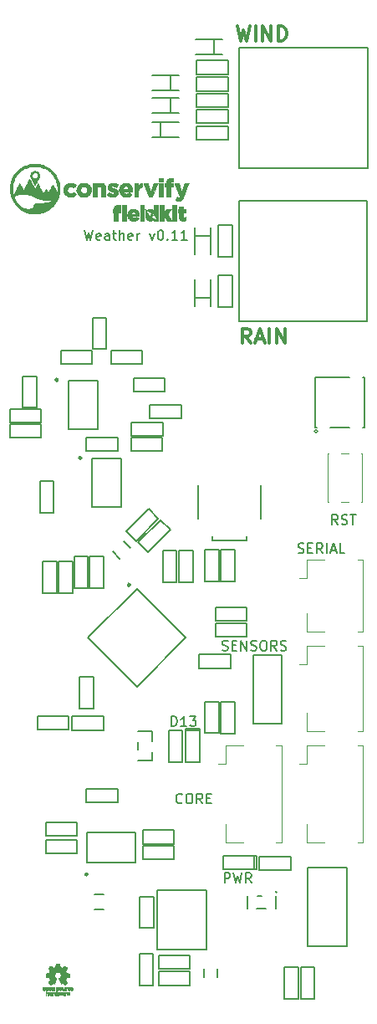
<source format=gbr>
G04 #@! TF.GenerationSoftware,KiCad,Pcbnew,(5.0.0)*
G04 #@! TF.CreationDate,2018-12-20T12:11:05-05:00*
G04 #@! TF.ProjectId,fk-weather,666B2D776561746865722E6B69636164,0.1*
G04 #@! TF.SameCoordinates,PX791ddc0PY791ddc0*
G04 #@! TF.FileFunction,Legend,Top*
G04 #@! TF.FilePolarity,Positive*
%FSLAX46Y46*%
G04 Gerber Fmt 4.6, Leading zero omitted, Abs format (unit mm)*
G04 Created by KiCad (PCBNEW (5.0.0)) date 12/20/18 12:11:05*
%MOMM*%
%LPD*%
G01*
G04 APERTURE LIST*
%ADD10C,0.200000*%
%ADD11C,0.300000*%
%ADD12C,0.150000*%
%ADD13C,0.120000*%
%ADD14C,0.010000*%
G04 APERTURE END LIST*
D10*
X-19545134Y-61056780D02*
X-19545134Y-60056780D01*
X-19164181Y-60056780D01*
X-19068943Y-60104400D01*
X-19021324Y-60152019D01*
X-18973705Y-60247257D01*
X-18973705Y-60390114D01*
X-19021324Y-60485352D01*
X-19068943Y-60532971D01*
X-19164181Y-60580590D01*
X-19545134Y-60580590D01*
X-18640372Y-60056780D02*
X-18402277Y-61056780D01*
X-18211800Y-60342495D01*
X-18021324Y-61056780D01*
X-17783229Y-60056780D01*
X-16830848Y-61056780D02*
X-17164181Y-60580590D01*
X-17402277Y-61056780D02*
X-17402277Y-60056780D01*
X-17021324Y-60056780D01*
X-16926086Y-60104400D01*
X-16878467Y-60152019D01*
X-16830848Y-60247257D01*
X-16830848Y-60390114D01*
X-16878467Y-60485352D01*
X-16926086Y-60532971D01*
X-17021324Y-60580590D01*
X-17402277Y-60580590D01*
X-12088524Y-27658961D02*
X-11945667Y-27706580D01*
X-11707572Y-27706580D01*
X-11612334Y-27658961D01*
X-11564715Y-27611342D01*
X-11517096Y-27516104D01*
X-11517096Y-27420866D01*
X-11564715Y-27325628D01*
X-11612334Y-27278009D01*
X-11707572Y-27230390D01*
X-11898048Y-27182771D01*
X-11993286Y-27135152D01*
X-12040905Y-27087533D01*
X-12088524Y-26992295D01*
X-12088524Y-26897057D01*
X-12040905Y-26801819D01*
X-11993286Y-26754200D01*
X-11898048Y-26706580D01*
X-11659953Y-26706580D01*
X-11517096Y-26754200D01*
X-11088524Y-27182771D02*
X-10755191Y-27182771D01*
X-10612334Y-27706580D02*
X-11088524Y-27706580D01*
X-11088524Y-26706580D01*
X-10612334Y-26706580D01*
X-9612334Y-27706580D02*
X-9945667Y-27230390D01*
X-10183762Y-27706580D02*
X-10183762Y-26706580D01*
X-9802810Y-26706580D01*
X-9707572Y-26754200D01*
X-9659953Y-26801819D01*
X-9612334Y-26897057D01*
X-9612334Y-27039914D01*
X-9659953Y-27135152D01*
X-9707572Y-27182771D01*
X-9802810Y-27230390D01*
X-10183762Y-27230390D01*
X-9183762Y-27706580D02*
X-9183762Y-26706580D01*
X-8755191Y-27420866D02*
X-8279000Y-27420866D01*
X-8850429Y-27706580D02*
X-8517096Y-26706580D01*
X-8183762Y-27706580D01*
X-7374239Y-27706580D02*
X-7850429Y-27706580D01*
X-7850429Y-26706580D01*
X-8066020Y-24810980D02*
X-8399353Y-24334790D01*
X-8637448Y-24810980D02*
X-8637448Y-23810980D01*
X-8256496Y-23810980D01*
X-8161258Y-23858600D01*
X-8113639Y-23906219D01*
X-8066020Y-24001457D01*
X-8066020Y-24144314D01*
X-8113639Y-24239552D01*
X-8161258Y-24287171D01*
X-8256496Y-24334790D01*
X-8637448Y-24334790D01*
X-7685067Y-24763361D02*
X-7542210Y-24810980D01*
X-7304115Y-24810980D01*
X-7208877Y-24763361D01*
X-7161258Y-24715742D01*
X-7113639Y-24620504D01*
X-7113639Y-24525266D01*
X-7161258Y-24430028D01*
X-7208877Y-24382409D01*
X-7304115Y-24334790D01*
X-7494591Y-24287171D01*
X-7589829Y-24239552D01*
X-7637448Y-24191933D01*
X-7685067Y-24096695D01*
X-7685067Y-24001457D01*
X-7637448Y-23906219D01*
X-7589829Y-23858600D01*
X-7494591Y-23810980D01*
X-7256496Y-23810980D01*
X-7113639Y-23858600D01*
X-6827924Y-23810980D02*
X-6256496Y-23810980D01*
X-6542210Y-24810980D02*
X-6542210Y-23810980D01*
X-19773496Y-37514161D02*
X-19630639Y-37561780D01*
X-19392543Y-37561780D01*
X-19297305Y-37514161D01*
X-19249686Y-37466542D01*
X-19202067Y-37371304D01*
X-19202067Y-37276066D01*
X-19249686Y-37180828D01*
X-19297305Y-37133209D01*
X-19392543Y-37085590D01*
X-19583020Y-37037971D01*
X-19678258Y-36990352D01*
X-19725877Y-36942733D01*
X-19773496Y-36847495D01*
X-19773496Y-36752257D01*
X-19725877Y-36657019D01*
X-19678258Y-36609400D01*
X-19583020Y-36561780D01*
X-19344924Y-36561780D01*
X-19202067Y-36609400D01*
X-18773496Y-37037971D02*
X-18440162Y-37037971D01*
X-18297305Y-37561780D02*
X-18773496Y-37561780D01*
X-18773496Y-36561780D01*
X-18297305Y-36561780D01*
X-17868734Y-37561780D02*
X-17868734Y-36561780D01*
X-17297305Y-37561780D01*
X-17297305Y-36561780D01*
X-16868734Y-37514161D02*
X-16725877Y-37561780D01*
X-16487781Y-37561780D01*
X-16392543Y-37514161D01*
X-16344924Y-37466542D01*
X-16297305Y-37371304D01*
X-16297305Y-37276066D01*
X-16344924Y-37180828D01*
X-16392543Y-37133209D01*
X-16487781Y-37085590D01*
X-16678258Y-37037971D01*
X-16773496Y-36990352D01*
X-16821115Y-36942733D01*
X-16868734Y-36847495D01*
X-16868734Y-36752257D01*
X-16821115Y-36657019D01*
X-16773496Y-36609400D01*
X-16678258Y-36561780D01*
X-16440162Y-36561780D01*
X-16297305Y-36609400D01*
X-15678258Y-36561780D02*
X-15487781Y-36561780D01*
X-15392543Y-36609400D01*
X-15297305Y-36704638D01*
X-15249686Y-36895114D01*
X-15249686Y-37228447D01*
X-15297305Y-37418923D01*
X-15392543Y-37514161D01*
X-15487781Y-37561780D01*
X-15678258Y-37561780D01*
X-15773496Y-37514161D01*
X-15868734Y-37418923D01*
X-15916353Y-37228447D01*
X-15916353Y-36895114D01*
X-15868734Y-36704638D01*
X-15773496Y-36609400D01*
X-15678258Y-36561780D01*
X-14249686Y-37561780D02*
X-14583020Y-37085590D01*
X-14821115Y-37561780D02*
X-14821115Y-36561780D01*
X-14440162Y-36561780D01*
X-14344924Y-36609400D01*
X-14297305Y-36657019D01*
X-14249686Y-36752257D01*
X-14249686Y-36895114D01*
X-14297305Y-36990352D01*
X-14344924Y-37037971D01*
X-14440162Y-37085590D01*
X-14821115Y-37085590D01*
X-13868734Y-37514161D02*
X-13725877Y-37561780D01*
X-13487781Y-37561780D01*
X-13392543Y-37514161D01*
X-13344924Y-37466542D01*
X-13297305Y-37371304D01*
X-13297305Y-37276066D01*
X-13344924Y-37180828D01*
X-13392543Y-37133209D01*
X-13487781Y-37085590D01*
X-13678258Y-37037971D01*
X-13773496Y-36990352D01*
X-13821115Y-36942733D01*
X-13868734Y-36847495D01*
X-13868734Y-36752257D01*
X-13821115Y-36657019D01*
X-13773496Y-36609400D01*
X-13678258Y-36561780D01*
X-13440162Y-36561780D01*
X-13297305Y-36609400D01*
X-23823467Y-52935142D02*
X-23871086Y-52982761D01*
X-24013943Y-53030380D01*
X-24109181Y-53030380D01*
X-24252039Y-52982761D01*
X-24347277Y-52887523D01*
X-24394896Y-52792285D01*
X-24442515Y-52601809D01*
X-24442515Y-52458952D01*
X-24394896Y-52268476D01*
X-24347277Y-52173238D01*
X-24252039Y-52078000D01*
X-24109181Y-52030380D01*
X-24013943Y-52030380D01*
X-23871086Y-52078000D01*
X-23823467Y-52125619D01*
X-23204420Y-52030380D02*
X-23013943Y-52030380D01*
X-22918705Y-52078000D01*
X-22823467Y-52173238D01*
X-22775848Y-52363714D01*
X-22775848Y-52697047D01*
X-22823467Y-52887523D01*
X-22918705Y-52982761D01*
X-23013943Y-53030380D01*
X-23204420Y-53030380D01*
X-23299658Y-52982761D01*
X-23394896Y-52887523D01*
X-23442515Y-52697047D01*
X-23442515Y-52363714D01*
X-23394896Y-52173238D01*
X-23299658Y-52078000D01*
X-23204420Y-52030380D01*
X-21775848Y-53030380D02*
X-22109181Y-52554190D01*
X-22347277Y-53030380D02*
X-22347277Y-52030380D01*
X-21966324Y-52030380D01*
X-21871086Y-52078000D01*
X-21823467Y-52125619D01*
X-21775848Y-52220857D01*
X-21775848Y-52363714D01*
X-21823467Y-52458952D01*
X-21871086Y-52506571D01*
X-21966324Y-52554190D01*
X-22347277Y-52554190D01*
X-21347277Y-52506571D02*
X-21013943Y-52506571D01*
X-20871086Y-53030380D02*
X-21347277Y-53030380D01*
X-21347277Y-52030380D01*
X-20871086Y-52030380D01*
D11*
X-16917029Y-6469771D02*
X-17417029Y-5755485D01*
X-17774172Y-6469771D02*
X-17774172Y-4969771D01*
X-17202743Y-4969771D01*
X-17059886Y-5041200D01*
X-16988458Y-5112628D01*
X-16917029Y-5255485D01*
X-16917029Y-5469771D01*
X-16988458Y-5612628D01*
X-17059886Y-5684057D01*
X-17202743Y-5755485D01*
X-17774172Y-5755485D01*
X-16345600Y-6041200D02*
X-15631315Y-6041200D01*
X-16488458Y-6469771D02*
X-15988458Y-4969771D01*
X-15488458Y-6469771D01*
X-14988458Y-6469771D02*
X-14988458Y-4969771D01*
X-14274172Y-6469771D02*
X-14274172Y-4969771D01*
X-13417029Y-6469771D01*
X-13417029Y-4969771D01*
X-18258315Y25637229D02*
X-17901172Y24137229D01*
X-17615458Y25208658D01*
X-17329743Y24137229D01*
X-16972600Y25637229D01*
X-16401172Y24137229D02*
X-16401172Y25637229D01*
X-15686886Y24137229D02*
X-15686886Y25637229D01*
X-14829743Y24137229D01*
X-14829743Y25637229D01*
X-14115458Y24137229D02*
X-14115458Y25637229D01*
X-13758315Y25637229D01*
X-13544029Y25565800D01*
X-13401172Y25422943D01*
X-13329743Y25280086D01*
X-13258315Y24994372D01*
X-13258315Y24780086D01*
X-13329743Y24494372D01*
X-13401172Y24351515D01*
X-13544029Y24208658D01*
X-13758315Y24137229D01*
X-14115458Y24137229D01*
D10*
X-24912486Y-45207180D02*
X-24912486Y-44207180D01*
X-24674391Y-44207180D01*
X-24531534Y-44254800D01*
X-24436296Y-44350038D01*
X-24388677Y-44445276D01*
X-24341058Y-44635752D01*
X-24341058Y-44778609D01*
X-24388677Y-44969085D01*
X-24436296Y-45064323D01*
X-24531534Y-45159561D01*
X-24674391Y-45207180D01*
X-24912486Y-45207180D01*
X-23388677Y-45207180D02*
X-23960105Y-45207180D01*
X-23674391Y-45207180D02*
X-23674391Y-44207180D01*
X-23769629Y-44350038D01*
X-23864867Y-44445276D01*
X-23960105Y-44492895D01*
X-23055343Y-44207180D02*
X-22436296Y-44207180D01*
X-22769629Y-44588133D01*
X-22626772Y-44588133D01*
X-22531534Y-44635752D01*
X-22483915Y-44683371D01*
X-22436296Y-44778609D01*
X-22436296Y-45016704D01*
X-22483915Y-45111942D01*
X-22531534Y-45159561D01*
X-22626772Y-45207180D01*
X-22912486Y-45207180D01*
X-23007724Y-45159561D01*
X-23055343Y-45111942D01*
X-33738486Y4992620D02*
X-33500391Y3992620D01*
X-33309915Y4706905D01*
X-33119439Y3992620D01*
X-32881343Y4992620D01*
X-32119439Y4040239D02*
X-32214677Y3992620D01*
X-32405153Y3992620D01*
X-32500391Y4040239D01*
X-32548010Y4135477D01*
X-32548010Y4516429D01*
X-32500391Y4611667D01*
X-32405153Y4659286D01*
X-32214677Y4659286D01*
X-32119439Y4611667D01*
X-32071820Y4516429D01*
X-32071820Y4421191D01*
X-32548010Y4325953D01*
X-31214677Y3992620D02*
X-31214677Y4516429D01*
X-31262296Y4611667D01*
X-31357534Y4659286D01*
X-31548010Y4659286D01*
X-31643248Y4611667D01*
X-31214677Y4040239D02*
X-31309915Y3992620D01*
X-31548010Y3992620D01*
X-31643248Y4040239D01*
X-31690867Y4135477D01*
X-31690867Y4230715D01*
X-31643248Y4325953D01*
X-31548010Y4373572D01*
X-31309915Y4373572D01*
X-31214677Y4421191D01*
X-30881343Y4659286D02*
X-30500391Y4659286D01*
X-30738486Y4992620D02*
X-30738486Y4135477D01*
X-30690867Y4040239D01*
X-30595629Y3992620D01*
X-30500391Y3992620D01*
X-30167058Y3992620D02*
X-30167058Y4992620D01*
X-29738486Y3992620D02*
X-29738486Y4516429D01*
X-29786105Y4611667D01*
X-29881343Y4659286D01*
X-30024200Y4659286D01*
X-30119439Y4611667D01*
X-30167058Y4564048D01*
X-28881343Y4040239D02*
X-28976581Y3992620D01*
X-29167058Y3992620D01*
X-29262296Y4040239D01*
X-29309915Y4135477D01*
X-29309915Y4516429D01*
X-29262296Y4611667D01*
X-29167058Y4659286D01*
X-28976581Y4659286D01*
X-28881343Y4611667D01*
X-28833724Y4516429D01*
X-28833724Y4421191D01*
X-29309915Y4325953D01*
X-28405153Y3992620D02*
X-28405153Y4659286D01*
X-28405153Y4468810D02*
X-28357534Y4564048D01*
X-28309915Y4611667D01*
X-28214677Y4659286D01*
X-28119439Y4659286D01*
X-27119439Y4659286D02*
X-26881343Y3992620D01*
X-26643248Y4659286D01*
X-26071820Y4992620D02*
X-25976581Y4992620D01*
X-25881343Y4945000D01*
X-25833724Y4897381D01*
X-25786105Y4802143D01*
X-25738486Y4611667D01*
X-25738486Y4373572D01*
X-25786105Y4183096D01*
X-25833724Y4087858D01*
X-25881343Y4040239D01*
X-25976581Y3992620D01*
X-26071820Y3992620D01*
X-26167058Y4040239D01*
X-26214677Y4087858D01*
X-26262296Y4183096D01*
X-26309915Y4373572D01*
X-26309915Y4611667D01*
X-26262296Y4802143D01*
X-26214677Y4897381D01*
X-26167058Y4945000D01*
X-26071820Y4992620D01*
X-25309915Y4087858D02*
X-25262296Y4040239D01*
X-25309915Y3992620D01*
X-25357534Y4040239D01*
X-25309915Y4087858D01*
X-25309915Y3992620D01*
X-24309915Y3992620D02*
X-24881343Y3992620D01*
X-24595629Y3992620D02*
X-24595629Y4992620D01*
X-24690867Y4849762D01*
X-24786105Y4754524D01*
X-24881343Y4706905D01*
X-23357534Y3992620D02*
X-23928962Y3992620D01*
X-23643248Y3992620D02*
X-23643248Y4992620D01*
X-23738486Y4849762D01*
X-23833724Y4754524D01*
X-23928962Y4706905D01*
D12*
G04 #@! TO.C,C2*
X-25043654Y-25347804D02*
X-26033604Y-24357854D01*
X-27306396Y-27610546D02*
X-28296346Y-26620596D01*
X-25043654Y-25347804D02*
X-27306396Y-27610546D01*
X-28296346Y-26620596D02*
X-26033604Y-24357854D01*
G04 #@! TO.C,R19*
X-24638200Y-57113400D02*
X-27838200Y-57113400D01*
X-27838200Y-55713400D02*
X-24638200Y-55713400D01*
X-24638200Y-55713400D02*
X-24638200Y-57113400D01*
X-27838200Y-55713400D02*
X-27838200Y-57113400D01*
G04 #@! TO.C,R20*
X-27838200Y-57288200D02*
X-27838200Y-58688200D01*
X-24638200Y-57288200D02*
X-24638200Y-58688200D01*
X-27838200Y-57288200D02*
X-24638200Y-57288200D01*
X-24638200Y-58688200D02*
X-27838200Y-58688200D01*
G04 #@! TO.C,R18*
X-31826400Y-45607200D02*
X-35026400Y-45607200D01*
X-35026400Y-44207200D02*
X-31826400Y-44207200D01*
X-31826400Y-44207200D02*
X-31826400Y-45607200D01*
X-35026400Y-44207200D02*
X-35026400Y-45607200D01*
G04 #@! TO.C,R16*
X-35306200Y-45556400D02*
X-35306200Y-44156400D01*
X-38506200Y-45556400D02*
X-38506200Y-44156400D01*
X-35306200Y-45556400D02*
X-38506200Y-45556400D01*
X-38506200Y-44156400D02*
X-35306200Y-44156400D01*
D11*
G04 #@! TO.C,U6*
X-33468089Y-60205600D02*
G75*
G03X-33468089Y-60205600I-70711J0D01*
G01*
D12*
X-33488800Y-59005600D02*
X-28588800Y-59005600D01*
X-28588800Y-59005600D02*
X-28588800Y-56005600D01*
X-28588800Y-56005600D02*
X-33488800Y-56005600D01*
X-33488800Y-56005600D02*
X-33488800Y-59005600D01*
D13*
G04 #@! TO.C,J4*
X-9404000Y-37117000D02*
X-11204000Y-37117000D01*
X-11204000Y-37117000D02*
X-11204000Y-38967000D01*
X-11204000Y-38967000D02*
X-11944000Y-38967000D01*
X-9404000Y-45687000D02*
X-11204000Y-45687000D01*
X-11204000Y-45687000D02*
X-11204000Y-43837000D01*
X-6084000Y-37117000D02*
X-5534000Y-37117000D01*
X-5534000Y-37117000D02*
X-5534000Y-45687000D01*
X-5534000Y-45687000D02*
X-6084000Y-45687000D01*
D12*
G04 #@! TO.C,C16*
X-39968400Y-12991000D02*
X-38568400Y-12991000D01*
X-39968400Y-9791000D02*
X-38568400Y-9791000D01*
X-39968400Y-12991000D02*
X-39968400Y-9791000D01*
X-38568400Y-9791000D02*
X-38568400Y-12991000D01*
G04 #@! TO.C,J8*
X-13721800Y-37978200D02*
X-13721800Y-44978200D01*
X-13721800Y-44978200D02*
X-16671800Y-44978200D01*
X-16671800Y-44978200D02*
X-16671800Y-37978200D01*
X-16671800Y-37978200D02*
X-13721800Y-37978200D01*
G04 #@! TO.C,C21*
X-25832000Y-17362400D02*
X-29032000Y-17362400D01*
X-29032000Y-15962400D02*
X-25832000Y-15962400D01*
X-25832000Y-15962400D02*
X-25832000Y-17362400D01*
X-29032000Y-15962400D02*
X-29032000Y-17362400D01*
G04 #@! TO.C,C20*
X-29006600Y-14438400D02*
X-29006600Y-15838400D01*
X-25806600Y-14438400D02*
X-25806600Y-15838400D01*
X-29006600Y-14438400D02*
X-25806600Y-14438400D01*
X-25806600Y-15838400D02*
X-29006600Y-15838400D01*
G04 #@! TO.C,D1*
X-16510200Y-59729600D02*
X-19710200Y-59729600D01*
X-19710200Y-59729600D02*
X-19710200Y-58329600D01*
X-19710200Y-58329600D02*
X-16510200Y-58329600D01*
X-16510200Y-58329600D02*
X-16510200Y-59729600D01*
X-16510200Y-59729600D02*
X-16310200Y-59729600D01*
X-16310200Y-59729600D02*
X-16310200Y-58329600D01*
X-16310200Y-58329600D02*
X-16510200Y-58329600D01*
G04 #@! TO.C,R14*
X-23952400Y-14060400D02*
X-27152400Y-14060400D01*
X-27152400Y-12660400D02*
X-23952400Y-12660400D01*
X-23952400Y-12660400D02*
X-23952400Y-14060400D01*
X-27152400Y-12660400D02*
X-27152400Y-14060400D01*
G04 #@! TO.C,R13*
X-38100200Y-16016200D02*
X-38100200Y-14616200D01*
X-41300200Y-16016200D02*
X-41300200Y-14616200D01*
X-38100200Y-16016200D02*
X-41300200Y-16016200D01*
X-41300200Y-14616200D02*
X-38100200Y-14616200D01*
G04 #@! TO.C,R15*
X-31507200Y-3861000D02*
X-31507200Y-7061000D01*
X-32907200Y-7061000D02*
X-32907200Y-3861000D01*
X-32907200Y-3861000D02*
X-31507200Y-3861000D01*
X-32907200Y-7061000D02*
X-31507200Y-7061000D01*
G04 #@! TO.C,R12*
X-30353200Y-17362400D02*
X-30353200Y-15962400D01*
X-33553200Y-17362400D02*
X-33553200Y-15962400D01*
X-30353200Y-17362400D02*
X-33553200Y-17362400D01*
X-33553200Y-15962400D02*
X-30353200Y-15962400D01*
D11*
G04 #@! TO.C,U3*
X-36487489Y-10174600D02*
G75*
G03X-36487489Y-10174600I-70711J0D01*
G01*
D12*
X-35358200Y-10224600D02*
X-35358200Y-15124600D01*
X-35358200Y-15124600D02*
X-32358200Y-15124600D01*
X-32358200Y-15124600D02*
X-32358200Y-10224600D01*
X-32358200Y-10224600D02*
X-35358200Y-10224600D01*
G04 #@! TO.C,J1*
X-11160000Y-67500000D02*
X-7160000Y-67500000D01*
X-7160000Y-67500000D02*
X-7160000Y-59500000D01*
X-7160000Y-59500000D02*
X-11160000Y-59500000D01*
X-11160000Y-59500000D02*
X-11160000Y-67500000D01*
G04 #@! TO.C,J6*
X-22199600Y-20807800D02*
X-22199600Y-24207800D01*
X-15849600Y-20807800D02*
X-15849600Y-24207800D01*
X-20739100Y-26000300D02*
X-20739100Y-26444800D01*
X-20739100Y-26444800D02*
X-17310100Y-26444800D01*
X-17310100Y-26444800D02*
X-17310100Y-26000300D01*
D13*
G04 #@! TO.C,J2*
X-9404000Y-47160000D02*
X-11204000Y-47160000D01*
X-11204000Y-47160000D02*
X-11204000Y-49010000D01*
X-11204000Y-49010000D02*
X-11944000Y-49010000D01*
X-9404000Y-56980000D02*
X-11204000Y-56980000D01*
X-11204000Y-56980000D02*
X-11204000Y-55130000D01*
X-6084000Y-47160000D02*
X-5534000Y-47160000D01*
X-5534000Y-47160000D02*
X-5534000Y-56980000D01*
X-5534000Y-56980000D02*
X-6084000Y-56980000D01*
D12*
G04 #@! TO.C,C1*
X-26262854Y-24230204D02*
X-27252804Y-23240254D01*
X-28525596Y-26492946D02*
X-29515546Y-25502996D01*
X-26262854Y-24230204D02*
X-28525596Y-26492946D01*
X-29515546Y-25502996D02*
X-27252804Y-23240254D01*
G04 #@! TO.C,C3*
X-25782500Y-30619500D02*
X-24382500Y-30619500D01*
X-25782500Y-27419500D02*
X-24382500Y-27419500D01*
X-25782500Y-30619500D02*
X-25782500Y-27419500D01*
X-24382500Y-27419500D02*
X-24382500Y-30619500D01*
G04 #@! TO.C,C4*
X-36348900Y-31752300D02*
X-34948900Y-31752300D01*
X-36348900Y-28552300D02*
X-34948900Y-28552300D01*
X-36348900Y-31752300D02*
X-36348900Y-28552300D01*
X-34948900Y-28552300D02*
X-34948900Y-31752300D01*
G04 #@! TO.C,C5*
X-24169600Y-30632200D02*
X-22769600Y-30632200D01*
X-24169600Y-27432200D02*
X-22769600Y-27432200D01*
X-24169600Y-30632200D02*
X-24169600Y-27432200D01*
X-22769600Y-27432200D02*
X-22769600Y-30632200D01*
G04 #@! TO.C,C6*
X-33186600Y-31241800D02*
X-31786600Y-31241800D01*
X-33186600Y-28041800D02*
X-31786600Y-28041800D01*
X-33186600Y-31241800D02*
X-33186600Y-28041800D01*
X-31786600Y-28041800D02*
X-31786600Y-31241800D01*
G04 #@! TO.C,C7*
X-22097800Y-37933400D02*
X-22097800Y-39333400D01*
X-18897800Y-37933400D02*
X-18897800Y-39333400D01*
X-22097800Y-37933400D02*
X-18897800Y-37933400D01*
X-18897800Y-39333400D02*
X-22097800Y-39333400D01*
G04 #@! TO.C,C8*
X-32828000Y-40222000D02*
X-34228000Y-40222000D01*
X-32828000Y-43422000D02*
X-34228000Y-43422000D01*
X-32828000Y-40222000D02*
X-32828000Y-43422000D01*
X-34228000Y-43422000D02*
X-34228000Y-40222000D01*
G04 #@! TO.C,C9*
X-28174992Y-71480862D02*
X-26774992Y-71480862D01*
X-28174992Y-68280862D02*
X-26774992Y-68280862D01*
X-28174992Y-71480862D02*
X-28174992Y-68280862D01*
X-26774992Y-68280862D02*
X-26774992Y-71480862D01*
G04 #@! TO.C,C10*
X-12063500Y-69608000D02*
X-13463500Y-69608000D01*
X-12063500Y-72808000D02*
X-13463500Y-72808000D01*
X-12063500Y-69608000D02*
X-12063500Y-72808000D01*
X-13463500Y-72808000D02*
X-13463500Y-69608000D01*
G04 #@! TO.C,C11*
X-23030192Y-69793462D02*
X-23030192Y-68393462D01*
X-26230192Y-69793462D02*
X-26230192Y-68393462D01*
X-23030192Y-69793462D02*
X-26230192Y-69793462D01*
X-26230192Y-68393462D02*
X-23030192Y-68393462D01*
G04 #@! TO.C,C12*
X-26741485Y-62443861D02*
X-28141485Y-62443861D01*
X-26741485Y-65643861D02*
X-28141485Y-65643861D01*
X-26741485Y-62443861D02*
X-26741485Y-65643861D01*
X-28141485Y-65643861D02*
X-28141485Y-62443861D01*
G04 #@! TO.C,C13*
X-32944000Y-8574000D02*
X-32944000Y-7174000D01*
X-36144000Y-8574000D02*
X-36144000Y-7174000D01*
X-32944000Y-8574000D02*
X-36144000Y-8574000D01*
X-36144000Y-7174000D02*
X-32944000Y-7174000D01*
G04 #@! TO.C,C14*
X-34761400Y-31241800D02*
X-33361400Y-31241800D01*
X-34761400Y-28041800D02*
X-33361400Y-28041800D01*
X-34761400Y-31241800D02*
X-34761400Y-28041800D01*
X-33361400Y-28041800D02*
X-33361400Y-31241800D01*
G04 #@! TO.C,C15*
X-31064000Y-7174000D02*
X-31064000Y-8574000D01*
X-27864000Y-7174000D02*
X-27864000Y-8574000D01*
X-31064000Y-7174000D02*
X-27864000Y-7174000D01*
X-27864000Y-8574000D02*
X-31064000Y-8574000D01*
G04 #@! TO.C,C18*
X-36853900Y-20434500D02*
X-38253900Y-20434500D01*
X-36853900Y-23634500D02*
X-38253900Y-23634500D01*
X-36853900Y-20434500D02*
X-36853900Y-23634500D01*
X-38253900Y-23634500D02*
X-38253900Y-20434500D01*
G04 #@! TO.C,D4*
X-14243289Y-62008000D02*
G75*
G03X-14243289Y-62008000I-70711J0D01*
G01*
X-15764000Y-62358000D02*
X-16214000Y-62358000D01*
X-15364000Y-63658000D02*
X-16264000Y-63658000D01*
X-17264000Y-63658000D02*
X-17264000Y-62358000D01*
X-14364000Y-63658000D02*
X-14364000Y-62358000D01*
G04 #@! TO.C,D5*
X-22079984Y-45644000D02*
X-22079984Y-48844000D01*
X-22079984Y-48844000D02*
X-23479984Y-48844000D01*
X-23479984Y-48844000D02*
X-23479984Y-45644000D01*
X-23479984Y-45644000D02*
X-22079984Y-45644000D01*
X-22079984Y-45644000D02*
X-22079984Y-45444000D01*
X-22079984Y-45444000D02*
X-23479984Y-45444000D01*
X-23479984Y-45444000D02*
X-23479984Y-45644000D01*
G04 #@! TO.C,F1*
X-20297592Y-70598362D02*
X-20297592Y-69798362D01*
X-21647592Y-70598362D02*
X-21647592Y-69798362D01*
G04 #@! TO.C,L1*
X-26230192Y-70039917D02*
X-26230192Y-71439917D01*
X-23030192Y-70039917D02*
X-23030192Y-71439917D01*
X-26230192Y-70039917D02*
X-23030192Y-70039917D01*
X-23030192Y-71439917D02*
X-26230192Y-71439917D01*
G04 #@! TO.C,L2*
X-37949100Y-31750700D02*
X-36549100Y-31750700D01*
X-37949100Y-28550700D02*
X-36549100Y-28550700D01*
X-37949100Y-31750700D02*
X-37949100Y-28550700D01*
X-36549100Y-28550700D02*
X-36549100Y-31750700D01*
G04 #@! TO.C,Q4*
X-28309730Y-48710880D02*
X-26909730Y-48710880D01*
X-26909730Y-47810880D02*
X-26909730Y-48710880D01*
X-26909730Y-45710880D02*
X-26909730Y-46710880D01*
X-28309730Y-45710880D02*
X-26909730Y-45710880D01*
X-28309730Y-46810880D02*
X-28309730Y-47610880D01*
G04 #@! TO.C,R2*
X-21502600Y-30543300D02*
X-20102600Y-30543300D01*
X-21502600Y-27343300D02*
X-20102600Y-27343300D01*
X-21502600Y-30543300D02*
X-21502600Y-27343300D01*
X-20102600Y-27343300D02*
X-20102600Y-30543300D01*
G04 #@! TO.C,R4*
X-19915100Y-30543300D02*
X-18515100Y-30543300D01*
X-19915100Y-27343300D02*
X-18515100Y-27343300D01*
X-19915100Y-30543300D02*
X-19915100Y-27343300D01*
X-18515100Y-27343300D02*
X-18515100Y-30543300D01*
G04 #@! TO.C,R6*
X-20128000Y-42723000D02*
X-21528000Y-42723000D01*
X-20128000Y-45923000D02*
X-21528000Y-45923000D01*
X-20128000Y-42723000D02*
X-20128000Y-45923000D01*
X-21528000Y-45923000D02*
X-21528000Y-42723000D01*
G04 #@! TO.C,R7*
X-18502400Y-42748400D02*
X-19902400Y-42748400D01*
X-18502400Y-45948400D02*
X-19902400Y-45948400D01*
X-18502400Y-42748400D02*
X-18502400Y-45948400D01*
X-19902400Y-45948400D02*
X-19902400Y-42748400D01*
G04 #@! TO.C,R8*
X-20472200Y-34758400D02*
X-20472200Y-36158400D01*
X-17272200Y-34758400D02*
X-17272200Y-36158400D01*
X-20472200Y-34758400D02*
X-17272200Y-34758400D01*
X-17272200Y-36158400D02*
X-20472200Y-36158400D01*
G04 #@! TO.C,R9*
X-17272200Y-34583600D02*
X-17272200Y-33183600D01*
X-20472200Y-34583600D02*
X-20472200Y-33183600D01*
X-17272200Y-34583600D02*
X-20472200Y-34583600D01*
X-20472200Y-33183600D02*
X-17272200Y-33183600D01*
G04 #@! TO.C,R10*
X-10425200Y-69610400D02*
X-11825200Y-69610400D01*
X-10425200Y-72810400D02*
X-11825200Y-72810400D01*
X-10425200Y-69610400D02*
X-10425200Y-72810400D01*
X-11825200Y-72810400D02*
X-11825200Y-69610400D01*
G04 #@! TO.C,R11*
X-38100200Y-14517600D02*
X-38100200Y-13117600D01*
X-41300200Y-14517600D02*
X-41300200Y-13117600D01*
X-38100200Y-14517600D02*
X-41300200Y-14517600D01*
X-41300200Y-13117600D02*
X-38100200Y-13117600D01*
G04 #@! TO.C,R17*
X-23811000Y-45644000D02*
X-25211000Y-45644000D01*
X-23811000Y-48844000D02*
X-25211000Y-48844000D01*
X-23811000Y-45644000D02*
X-23811000Y-48844000D01*
X-25211000Y-48844000D02*
X-25211000Y-45644000D01*
G04 #@! TO.C,R22*
X-19179772Y14121332D02*
X-19179772Y15521332D01*
X-22379772Y14121332D02*
X-22379772Y15521332D01*
X-19179772Y14121332D02*
X-22379772Y14121332D01*
X-22379772Y15521332D02*
X-19179772Y15521332D01*
G04 #@! TO.C,R23*
X-20158972Y2299332D02*
X-18758972Y2299332D01*
X-20158972Y5499332D02*
X-18758972Y5499332D01*
X-20158972Y2299332D02*
X-20158972Y5499332D01*
X-18758972Y5499332D02*
X-18758972Y2299332D01*
G04 #@! TO.C,R30*
X-19179772Y19048932D02*
X-19179772Y20448932D01*
X-22379772Y19048932D02*
X-22379772Y20448932D01*
X-19179772Y19048932D02*
X-22379772Y19048932D01*
X-22379772Y20448932D02*
X-19179772Y20448932D01*
G04 #@! TO.C,R31*
X-19179772Y15797732D02*
X-19179772Y17197732D01*
X-22379772Y15797732D02*
X-22379772Y17197732D01*
X-19179772Y15797732D02*
X-22379772Y15797732D01*
X-22379772Y17197732D02*
X-19179772Y17197732D01*
G04 #@! TO.C,R32*
X-18758972Y419332D02*
X-20158972Y419332D01*
X-18758972Y-2780668D02*
X-20158972Y-2780668D01*
X-18758972Y419332D02*
X-18758972Y-2780668D01*
X-20158972Y-2780668D02*
X-20158972Y419332D01*
G04 #@! TO.C,R33*
X-19179772Y17423332D02*
X-19179772Y18823332D01*
X-22379772Y17423332D02*
X-22379772Y18823332D01*
X-19179772Y17423332D02*
X-22379772Y17423332D01*
X-22379772Y18823332D02*
X-19179772Y18823332D01*
G04 #@! TO.C,R34*
X-19179772Y20776132D02*
X-19179772Y22176132D01*
X-22379772Y20776132D02*
X-22379772Y22176132D01*
X-19179772Y20776132D02*
X-22379772Y20776132D01*
X-22379772Y22176132D02*
X-19179772Y22176132D01*
D11*
G04 #@! TO.C,U1*
X-29165062Y-30907144D02*
G75*
G03X-29165062Y-30907144I-70711J0D01*
G01*
D12*
X-28422600Y-41195547D02*
X-23472853Y-36245800D01*
X-33372347Y-36245800D02*
X-28422600Y-31296053D01*
X-28422600Y-31296053D02*
X-23472853Y-36245800D01*
X-33372347Y-36245800D02*
X-28422600Y-41195547D01*
G04 #@! TO.C,U2*
X-21336085Y-67828661D02*
X-21336085Y-61828661D01*
X-21336085Y-67828661D02*
X-26336085Y-67828661D01*
X-26336085Y-67828661D02*
X-26336085Y-61828661D01*
X-26336085Y-61828661D02*
X-21336085Y-61828661D01*
G04 #@! TO.C,Y1*
X-30855883Y-27557977D02*
X-30148777Y-28265083D01*
X-29795223Y-26497317D02*
X-29088117Y-27204423D01*
D13*
G04 #@! TO.C,SW1*
X-5616000Y-22516000D02*
X-5716000Y-22516000D01*
X-9116000Y-22516000D02*
X-9016000Y-22516000D01*
X-9016000Y-17616000D02*
X-9116000Y-17616000D01*
X-5616000Y-17616000D02*
X-5716000Y-17616000D01*
X-7016000Y-17616000D02*
X-7716000Y-17616000D01*
X-7016000Y-22516000D02*
X-7716000Y-22516000D01*
X-5616000Y-22516000D02*
X-5616000Y-17616000D01*
X-9116000Y-17616000D02*
X-9116000Y-22516000D01*
G04 #@! TO.C,J3*
X-9404000Y-28344000D02*
X-11204000Y-28344000D01*
X-11204000Y-28344000D02*
X-11204000Y-30194000D01*
X-11204000Y-30194000D02*
X-11944000Y-30194000D01*
X-9404000Y-35664000D02*
X-11204000Y-35664000D01*
X-11204000Y-35664000D02*
X-11204000Y-33814000D01*
X-6084000Y-28344000D02*
X-5534000Y-28344000D01*
X-5534000Y-28344000D02*
X-5534000Y-35664000D01*
X-5534000Y-35664000D02*
X-6084000Y-35664000D01*
D12*
G04 #@! TO.C,U5*
X-5374000Y-9946000D02*
X-5574000Y-9946000D01*
X-5374000Y-11496000D02*
X-5374000Y-9946000D01*
X-7574000Y-9946000D02*
X-6874000Y-9946000D01*
X-5374000Y-14946000D02*
X-5374000Y-11446000D01*
X-7574000Y-9946000D02*
X-10174000Y-9946000D01*
X-10145579Y-15367000D02*
G75*
G03X-10145579Y-15367000I-141421J0D01*
G01*
X-6874000Y-14946000D02*
X-8874000Y-14946000D01*
X-10174000Y-14946000D02*
X-10374000Y-14946000D01*
X-10374000Y-14946000D02*
X-10374000Y-9946000D01*
X-10374000Y-9946000D02*
X-10174000Y-9946000D01*
X-5374000Y-14946000D02*
X-5524000Y-14946000D01*
G04 #@! TO.C,C17*
X-33582436Y-51521478D02*
X-33582436Y-52921478D01*
X-30382436Y-51521478D02*
X-30382436Y-52921478D01*
X-33582436Y-51521478D02*
X-30382436Y-51521478D01*
X-30382436Y-52921478D02*
X-33582436Y-52921478D01*
G04 #@! TO.C,C19*
X-37668000Y-56704000D02*
X-37668000Y-58104000D01*
X-34468000Y-56704000D02*
X-34468000Y-58104000D01*
X-37668000Y-56704000D02*
X-34468000Y-56704000D01*
X-34468000Y-58104000D02*
X-37668000Y-58104000D01*
G04 #@! TO.C,R1*
X-34468000Y-56326000D02*
X-34468000Y-54926000D01*
X-37668000Y-56326000D02*
X-37668000Y-54926000D01*
X-34468000Y-56326000D02*
X-37668000Y-56326000D01*
X-37668000Y-54926000D02*
X-34468000Y-54926000D01*
G04 #@! TO.C,Y2*
X-31756436Y-62266478D02*
X-32756436Y-62266478D01*
X-31756436Y-63766478D02*
X-32756436Y-63766478D01*
G04 #@! TO.C,D11*
X-25004172Y16840332D02*
X-25004172Y18390332D01*
X-24154172Y18390332D02*
X-26854172Y18390332D01*
X-24154172Y16840332D02*
X-26854172Y16840332D01*
G04 #@! TO.C,D10*
X-26004372Y15951932D02*
X-26004372Y14401932D01*
X-26854372Y14401932D02*
X-24154372Y14401932D01*
X-26854372Y15951932D02*
X-24154372Y15951932D01*
G04 #@! TO.C,D9*
X-20635372Y22783932D02*
X-20635372Y24333932D01*
X-19785372Y24333932D02*
X-22485372Y24333932D01*
X-19785372Y22783932D02*
X-22485372Y22783932D01*
G04 #@! TO.C,D8*
X-25004172Y19126332D02*
X-25004172Y20676332D01*
X-24154172Y20676332D02*
X-26854172Y20676332D01*
X-24154172Y19126332D02*
X-26854172Y19126332D01*
G04 #@! TO.C,D7*
X-22519972Y-1833068D02*
X-20969972Y-1833068D01*
X-20969972Y-2683068D02*
X-20969972Y16932D01*
X-22519972Y-2683068D02*
X-22519972Y16932D01*
G04 #@! TO.C,D6*
X-20969972Y4399332D02*
X-22519972Y4399332D01*
X-22519972Y5249332D02*
X-22519972Y2549332D01*
X-20969972Y5249332D02*
X-20969972Y2549332D01*
D13*
G04 #@! TO.C,J7*
X-17659000Y-47160000D02*
X-19459000Y-47160000D01*
X-19459000Y-47160000D02*
X-19459000Y-49010000D01*
X-19459000Y-49010000D02*
X-20199000Y-49010000D01*
X-17659000Y-56980000D02*
X-19459000Y-56980000D01*
X-19459000Y-56980000D02*
X-19459000Y-55130000D01*
X-14339000Y-47160000D02*
X-13789000Y-47160000D01*
X-13789000Y-47160000D02*
X-13789000Y-56980000D01*
X-13789000Y-56980000D02*
X-14339000Y-56980000D01*
D11*
G04 #@! TO.C,U4*
X-34099889Y-18061300D02*
G75*
G03X-34099889Y-18061300I-70711J0D01*
G01*
D12*
X-32970600Y-18111300D02*
X-32970600Y-23011300D01*
X-32970600Y-23011300D02*
X-29970600Y-23011300D01*
X-29970600Y-23011300D02*
X-29970600Y-18111300D01*
X-29970600Y-18111300D02*
X-32970600Y-18111300D01*
G04 #@! TO.C,J10*
X-5076972Y7967332D02*
X-18076972Y7967332D01*
X-18076972Y7967332D02*
X-18076972Y-4232668D01*
X-18076972Y-4232668D02*
X-5076972Y-4232668D01*
X-5076972Y7967332D02*
X-5076972Y-4232668D01*
G04 #@! TO.C,J11*
X-5062972Y23467332D02*
X-5062972Y11267332D01*
X-18062972Y11267332D02*
X-5062972Y11267332D01*
X-18062972Y23467332D02*
X-18062972Y11267332D01*
X-5062972Y23467332D02*
X-18062972Y23467332D01*
G04 #@! TO.C,R3*
X-16027200Y-58380400D02*
X-16027200Y-59780400D01*
X-12827200Y-58380400D02*
X-12827200Y-59780400D01*
X-16027200Y-58380400D02*
X-12827200Y-58380400D01*
X-12827200Y-59780400D02*
X-16027200Y-59780400D01*
G04 #@! TO.C,R5*
X-25578000Y-11368000D02*
X-28778000Y-11368000D01*
X-28778000Y-9968000D02*
X-25578000Y-9968000D01*
X-25578000Y-9968000D02*
X-25578000Y-11368000D01*
X-28778000Y-9968000D02*
X-28778000Y-11368000D01*
D14*
G04 #@! TO.C,G\002A\002A\002A*
G36*
X-38708971Y10968140D02*
X-38639873Y10953266D01*
X-38569110Y10926390D01*
X-38551709Y10918150D01*
X-38520836Y10901993D01*
X-38495524Y10885862D01*
X-38471497Y10866633D01*
X-38444480Y10841183D01*
X-38439304Y10836035D01*
X-38413673Y10809487D01*
X-38394626Y10786862D01*
X-38379087Y10763844D01*
X-38363976Y10736113D01*
X-38354888Y10717611D01*
X-38335145Y10674191D01*
X-38321441Y10637230D01*
X-38312811Y10602592D01*
X-38308287Y10566143D01*
X-38306904Y10523748D01*
X-38306931Y10512425D01*
X-38307314Y10491072D01*
X-38308403Y10471078D01*
X-38310592Y10451498D01*
X-38314272Y10431385D01*
X-38319834Y10409795D01*
X-38327669Y10385781D01*
X-38338170Y10358396D01*
X-38351727Y10326696D01*
X-38368734Y10289734D01*
X-38389580Y10246563D01*
X-38414658Y10196239D01*
X-38444359Y10137814D01*
X-38479075Y10070344D01*
X-38519197Y9992881D01*
X-38532984Y9966325D01*
X-38565542Y9903751D01*
X-38596572Y9844337D01*
X-38625548Y9789076D01*
X-38651947Y9738957D01*
X-38675241Y9694973D01*
X-38694906Y9658115D01*
X-38710416Y9629374D01*
X-38721247Y9609741D01*
X-38726873Y9600207D01*
X-38727316Y9599613D01*
X-38742310Y9590725D01*
X-38761429Y9589136D01*
X-38778336Y9595091D01*
X-38781213Y9597521D01*
X-38787131Y9606090D01*
X-38798241Y9624791D01*
X-38813929Y9652459D01*
X-38833581Y9687930D01*
X-38856584Y9730042D01*
X-38882322Y9777630D01*
X-38910182Y9829532D01*
X-38939549Y9884582D01*
X-38969809Y9941618D01*
X-39000348Y9999476D01*
X-39030551Y10056992D01*
X-39059805Y10113003D01*
X-39087495Y10166345D01*
X-39113007Y10215855D01*
X-39135727Y10260368D01*
X-39155039Y10298721D01*
X-39170331Y10329751D01*
X-39180988Y10352294D01*
X-39186332Y10364997D01*
X-39206426Y10441397D01*
X-39214316Y10516965D01*
X-39213640Y10528758D01*
X-39076878Y10528758D01*
X-39073802Y10469476D01*
X-39060140Y10413459D01*
X-39036919Y10361733D01*
X-39005167Y10315324D01*
X-38965913Y10275259D01*
X-38920183Y10242565D01*
X-38869006Y10218268D01*
X-38813410Y10203394D01*
X-38754422Y10198970D01*
X-38693071Y10206023D01*
X-38685312Y10207757D01*
X-38624867Y10228085D01*
X-38571860Y10258381D01*
X-38527049Y10297814D01*
X-38491190Y10345550D01*
X-38465037Y10400760D01*
X-38449348Y10462611D01*
X-38448511Y10468223D01*
X-38445716Y10529554D01*
X-38454225Y10588057D01*
X-38472944Y10642683D01*
X-38500778Y10692385D01*
X-38536633Y10736114D01*
X-38579413Y10772822D01*
X-38628025Y10801460D01*
X-38681372Y10820980D01*
X-38738361Y10830334D01*
X-38797896Y10828472D01*
X-38820725Y10824655D01*
X-38884136Y10805923D01*
X-38939512Y10777652D01*
X-38986366Y10740303D01*
X-39024213Y10694336D01*
X-39052566Y10640210D01*
X-39068340Y10590278D01*
X-39076878Y10528758D01*
X-39213640Y10528758D01*
X-39210074Y10590868D01*
X-39193768Y10662271D01*
X-39165471Y10730341D01*
X-39153729Y10751562D01*
X-39111337Y10811533D01*
X-39060217Y10863107D01*
X-39001682Y10905202D01*
X-38937045Y10936734D01*
X-38923073Y10941825D01*
X-38848891Y10962312D01*
X-38778083Y10971120D01*
X-38708971Y10968140D01*
X-38708971Y10968140D01*
G37*
X-38708971Y10968140D02*
X-38639873Y10953266D01*
X-38569110Y10926390D01*
X-38551709Y10918150D01*
X-38520836Y10901993D01*
X-38495524Y10885862D01*
X-38471497Y10866633D01*
X-38444480Y10841183D01*
X-38439304Y10836035D01*
X-38413673Y10809487D01*
X-38394626Y10786862D01*
X-38379087Y10763844D01*
X-38363976Y10736113D01*
X-38354888Y10717611D01*
X-38335145Y10674191D01*
X-38321441Y10637230D01*
X-38312811Y10602592D01*
X-38308287Y10566143D01*
X-38306904Y10523748D01*
X-38306931Y10512425D01*
X-38307314Y10491072D01*
X-38308403Y10471078D01*
X-38310592Y10451498D01*
X-38314272Y10431385D01*
X-38319834Y10409795D01*
X-38327669Y10385781D01*
X-38338170Y10358396D01*
X-38351727Y10326696D01*
X-38368734Y10289734D01*
X-38389580Y10246563D01*
X-38414658Y10196239D01*
X-38444359Y10137814D01*
X-38479075Y10070344D01*
X-38519197Y9992881D01*
X-38532984Y9966325D01*
X-38565542Y9903751D01*
X-38596572Y9844337D01*
X-38625548Y9789076D01*
X-38651947Y9738957D01*
X-38675241Y9694973D01*
X-38694906Y9658115D01*
X-38710416Y9629374D01*
X-38721247Y9609741D01*
X-38726873Y9600207D01*
X-38727316Y9599613D01*
X-38742310Y9590725D01*
X-38761429Y9589136D01*
X-38778336Y9595091D01*
X-38781213Y9597521D01*
X-38787131Y9606090D01*
X-38798241Y9624791D01*
X-38813929Y9652459D01*
X-38833581Y9687930D01*
X-38856584Y9730042D01*
X-38882322Y9777630D01*
X-38910182Y9829532D01*
X-38939549Y9884582D01*
X-38969809Y9941618D01*
X-39000348Y9999476D01*
X-39030551Y10056992D01*
X-39059805Y10113003D01*
X-39087495Y10166345D01*
X-39113007Y10215855D01*
X-39135727Y10260368D01*
X-39155039Y10298721D01*
X-39170331Y10329751D01*
X-39180988Y10352294D01*
X-39186332Y10364997D01*
X-39206426Y10441397D01*
X-39214316Y10516965D01*
X-39213640Y10528758D01*
X-39076878Y10528758D01*
X-39073802Y10469476D01*
X-39060140Y10413459D01*
X-39036919Y10361733D01*
X-39005167Y10315324D01*
X-38965913Y10275259D01*
X-38920183Y10242565D01*
X-38869006Y10218268D01*
X-38813410Y10203394D01*
X-38754422Y10198970D01*
X-38693071Y10206023D01*
X-38685312Y10207757D01*
X-38624867Y10228085D01*
X-38571860Y10258381D01*
X-38527049Y10297814D01*
X-38491190Y10345550D01*
X-38465037Y10400760D01*
X-38449348Y10462611D01*
X-38448511Y10468223D01*
X-38445716Y10529554D01*
X-38454225Y10588057D01*
X-38472944Y10642683D01*
X-38500778Y10692385D01*
X-38536633Y10736114D01*
X-38579413Y10772822D01*
X-38628025Y10801460D01*
X-38681372Y10820980D01*
X-38738361Y10830334D01*
X-38797896Y10828472D01*
X-38820725Y10824655D01*
X-38884136Y10805923D01*
X-38939512Y10777652D01*
X-38986366Y10740303D01*
X-39024213Y10694336D01*
X-39052566Y10640210D01*
X-39068340Y10590278D01*
X-39076878Y10528758D01*
X-39213640Y10528758D01*
X-39210074Y10590868D01*
X-39193768Y10662271D01*
X-39165471Y10730341D01*
X-39153729Y10751562D01*
X-39111337Y10811533D01*
X-39060217Y10863107D01*
X-39001682Y10905202D01*
X-38937045Y10936734D01*
X-38923073Y10941825D01*
X-38848891Y10962312D01*
X-38778083Y10971120D01*
X-38708971Y10968140D01*
G36*
X-25774650Y9893300D02*
X-26187400Y9893300D01*
X-26187400Y10242550D01*
X-25774650Y10242550D01*
X-25774650Y9893300D01*
X-25774650Y9893300D01*
G37*
X-25774650Y9893300D02*
X-26187400Y9893300D01*
X-26187400Y10242550D01*
X-25774650Y10242550D01*
X-25774650Y9893300D01*
G36*
X-24980900Y10257513D02*
X-24931516Y10257092D01*
X-24891432Y10255708D01*
X-24857263Y10252966D01*
X-24825622Y10248471D01*
X-24793122Y10241827D01*
X-24756378Y10232640D01*
X-24747538Y10230278D01*
X-24720550Y10223011D01*
X-24720550Y10057476D01*
X-24720597Y10007371D01*
X-24720800Y9968583D01*
X-24721254Y9939732D01*
X-24722056Y9919435D01*
X-24723300Y9906310D01*
X-24725082Y9898976D01*
X-24727497Y9896051D01*
X-24730642Y9896152D01*
X-24731663Y9896533D01*
X-24764856Y9907506D01*
X-24805380Y9916809D01*
X-24847880Y9923417D01*
X-24886609Y9926292D01*
X-24932991Y9923842D01*
X-24969663Y9913862D01*
X-24997470Y9895560D01*
X-25017257Y9868148D01*
X-25029869Y9830834D01*
X-25035892Y9786691D01*
X-25039630Y9734776D01*
X-24883027Y9733076D01*
X-24726424Y9731375D01*
X-24726424Y9413875D01*
X-25031700Y9410475D01*
X-25031700Y8382000D01*
X-25425400Y8382000D01*
X-25425400Y9410700D01*
X-25584150Y9410700D01*
X-25584150Y9734550D01*
X-25427126Y9734550D01*
X-25423830Y9828213D01*
X-25421682Y9869177D01*
X-25418329Y9909027D01*
X-25414162Y9943880D01*
X-25409650Y9969500D01*
X-25388669Y10037335D01*
X-25358721Y10096186D01*
X-25319693Y10146175D01*
X-25271467Y10187422D01*
X-25213929Y10220049D01*
X-25146962Y10244176D01*
X-25146912Y10244190D01*
X-25127231Y10249178D01*
X-25107875Y10252781D01*
X-25086250Y10255208D01*
X-25059762Y10256667D01*
X-25025815Y10257366D01*
X-24981815Y10257514D01*
X-24980900Y10257513D01*
X-24980900Y10257513D01*
G37*
X-24980900Y10257513D02*
X-24931516Y10257092D01*
X-24891432Y10255708D01*
X-24857263Y10252966D01*
X-24825622Y10248471D01*
X-24793122Y10241827D01*
X-24756378Y10232640D01*
X-24747538Y10230278D01*
X-24720550Y10223011D01*
X-24720550Y10057476D01*
X-24720597Y10007371D01*
X-24720800Y9968583D01*
X-24721254Y9939732D01*
X-24722056Y9919435D01*
X-24723300Y9906310D01*
X-24725082Y9898976D01*
X-24727497Y9896051D01*
X-24730642Y9896152D01*
X-24731663Y9896533D01*
X-24764856Y9907506D01*
X-24805380Y9916809D01*
X-24847880Y9923417D01*
X-24886609Y9926292D01*
X-24932991Y9923842D01*
X-24969663Y9913862D01*
X-24997470Y9895560D01*
X-25017257Y9868148D01*
X-25029869Y9830834D01*
X-25035892Y9786691D01*
X-25039630Y9734776D01*
X-24883027Y9733076D01*
X-24726424Y9731375D01*
X-24726424Y9413875D01*
X-25031700Y9410475D01*
X-25031700Y8382000D01*
X-25425400Y8382000D01*
X-25425400Y9410700D01*
X-25584150Y9410700D01*
X-25584150Y9734550D01*
X-25427126Y9734550D01*
X-25423830Y9828213D01*
X-25421682Y9869177D01*
X-25418329Y9909027D01*
X-25414162Y9943880D01*
X-25409650Y9969500D01*
X-25388669Y10037335D01*
X-25358721Y10096186D01*
X-25319693Y10146175D01*
X-25271467Y10187422D01*
X-25213929Y10220049D01*
X-25146962Y10244176D01*
X-25146912Y10244190D01*
X-25127231Y10249178D01*
X-25107875Y10252781D01*
X-25086250Y10255208D01*
X-25059762Y10256667D01*
X-25025815Y10257366D01*
X-24981815Y10257514D01*
X-24980900Y10257513D01*
G36*
X-25785704Y9066213D02*
X-25787232Y8385175D01*
X-25984141Y8383498D01*
X-26181050Y8381820D01*
X-26181050Y9747250D01*
X-25982613Y9747251D01*
X-25784175Y9747251D01*
X-25785704Y9066213D01*
X-25785704Y9066213D01*
G37*
X-25785704Y9066213D02*
X-25787232Y8385175D01*
X-25984141Y8383498D01*
X-26181050Y8381820D01*
X-26181050Y9747250D01*
X-25982613Y9747251D01*
X-25784175Y9747251D01*
X-25785704Y9066213D01*
G36*
X-27867129Y9775297D02*
X-27851100Y9771274D01*
X-27851100Y9367997D01*
X-27904702Y9363648D01*
X-27980724Y9352489D01*
X-28048162Y9331985D01*
X-28107137Y9302037D01*
X-28157771Y9262547D01*
X-28200188Y9213414D01*
X-28234509Y9154539D01*
X-28260857Y9085823D01*
X-28265157Y9070975D01*
X-28268323Y9059027D01*
X-28270985Y9047315D01*
X-28273196Y9034633D01*
X-28275010Y9019771D01*
X-28276479Y9001520D01*
X-28277656Y8978673D01*
X-28278595Y8950020D01*
X-28279348Y8914352D01*
X-28279968Y8870462D01*
X-28280510Y8817141D01*
X-28281025Y8753180D01*
X-28281401Y8701088D01*
X-28283648Y8382000D01*
X-28676600Y8382000D01*
X-28676600Y9747250D01*
X-28282900Y9747250D01*
X-28282756Y9621838D01*
X-28282612Y9496425D01*
X-28261597Y9535410D01*
X-28224422Y9595419D01*
X-28181861Y9648393D01*
X-28135346Y9693007D01*
X-28086310Y9727935D01*
X-28036184Y9751852D01*
X-28023190Y9756091D01*
X-27996806Y9762589D01*
X-27965802Y9768314D01*
X-27933683Y9772835D01*
X-27903954Y9775722D01*
X-27880120Y9776542D01*
X-27867129Y9775297D01*
X-27867129Y9775297D01*
G37*
X-27867129Y9775297D02*
X-27851100Y9771274D01*
X-27851100Y9367997D01*
X-27904702Y9363648D01*
X-27980724Y9352489D01*
X-28048162Y9331985D01*
X-28107137Y9302037D01*
X-28157771Y9262547D01*
X-28200188Y9213414D01*
X-28234509Y9154539D01*
X-28260857Y9085823D01*
X-28265157Y9070975D01*
X-28268323Y9059027D01*
X-28270985Y9047315D01*
X-28273196Y9034633D01*
X-28275010Y9019771D01*
X-28276479Y9001520D01*
X-28277656Y8978673D01*
X-28278595Y8950020D01*
X-28279348Y8914352D01*
X-28279968Y8870462D01*
X-28280510Y8817141D01*
X-28281025Y8753180D01*
X-28281401Y8701088D01*
X-28283648Y8382000D01*
X-28676600Y8382000D01*
X-28676600Y9747250D01*
X-28282900Y9747250D01*
X-28282756Y9621838D01*
X-28282612Y9496425D01*
X-28261597Y9535410D01*
X-28224422Y9595419D01*
X-28181861Y9648393D01*
X-28135346Y9693007D01*
X-28086310Y9727935D01*
X-28036184Y9751852D01*
X-28023190Y9756091D01*
X-27996806Y9762589D01*
X-27965802Y9768314D01*
X-27933683Y9772835D01*
X-27903954Y9775722D01*
X-27880120Y9776542D01*
X-27867129Y9775297D01*
G36*
X-32041914Y9769290D02*
X-32010397Y9768557D01*
X-31986070Y9767014D01*
X-31966183Y9764398D01*
X-31947981Y9760446D01*
X-31928711Y9754895D01*
X-31927800Y9754611D01*
X-31870767Y9733306D01*
X-31822147Y9706884D01*
X-31777958Y9673002D01*
X-31758944Y9655175D01*
X-31711864Y9599822D01*
X-31674395Y9536287D01*
X-31646668Y9464837D01*
X-31629567Y9390458D01*
X-31628273Y9375916D01*
X-31627102Y9349243D01*
X-31626059Y9311006D01*
X-31625153Y9261776D01*
X-31624390Y9202119D01*
X-31623778Y9132604D01*
X-31623324Y9053801D01*
X-31623035Y8966276D01*
X-31622919Y8870598D01*
X-31622918Y8867775D01*
X-31622808Y8385175D01*
X-31819754Y8383498D01*
X-32016700Y8381820D01*
X-32016700Y8796501D01*
X-32016719Y8883074D01*
X-32016815Y8957941D01*
X-32017052Y9022097D01*
X-32017489Y9076536D01*
X-32018189Y9122252D01*
X-32019213Y9160239D01*
X-32020624Y9191493D01*
X-32022482Y9217006D01*
X-32024850Y9237774D01*
X-32027788Y9254790D01*
X-32031359Y9269049D01*
X-32035624Y9281546D01*
X-32040645Y9293274D01*
X-32046482Y9305227D01*
X-32048463Y9309126D01*
X-32073407Y9345197D01*
X-32107878Y9376355D01*
X-32143151Y9397235D01*
X-32161189Y9404983D01*
X-32177861Y9409896D01*
X-32196983Y9412597D01*
X-32222369Y9413705D01*
X-32245300Y9413865D01*
X-32277199Y9413486D01*
X-32300217Y9411935D01*
X-32318159Y9408597D01*
X-32334832Y9402854D01*
X-32347190Y9397353D01*
X-32390237Y9372229D01*
X-32423098Y9341463D01*
X-32443869Y9310650D01*
X-32450853Y9297638D01*
X-32456881Y9285441D01*
X-32462022Y9273059D01*
X-32466348Y9259490D01*
X-32469929Y9243732D01*
X-32472836Y9224786D01*
X-32475138Y9201650D01*
X-32476906Y9173323D01*
X-32478211Y9138804D01*
X-32479123Y9097091D01*
X-32479712Y9047185D01*
X-32480049Y8988083D01*
X-32480204Y8918786D01*
X-32480248Y8838291D01*
X-32480250Y8793416D01*
X-32480250Y8382000D01*
X-32873950Y8382000D01*
X-32873950Y9747250D01*
X-32480250Y9747250D01*
X-32480262Y9659938D01*
X-32480273Y9572625D01*
X-32418096Y9632950D01*
X-32377786Y9670188D01*
X-32341531Y9699097D01*
X-32306149Y9721787D01*
X-32268460Y9740368D01*
X-32237900Y9752462D01*
X-32219906Y9758753D01*
X-32203988Y9763271D01*
X-32187499Y9766307D01*
X-32167790Y9768153D01*
X-32142215Y9769101D01*
X-32108126Y9769441D01*
X-32083375Y9769475D01*
X-32041914Y9769290D01*
X-32041914Y9769290D01*
G37*
X-32041914Y9769290D02*
X-32010397Y9768557D01*
X-31986070Y9767014D01*
X-31966183Y9764398D01*
X-31947981Y9760446D01*
X-31928711Y9754895D01*
X-31927800Y9754611D01*
X-31870767Y9733306D01*
X-31822147Y9706884D01*
X-31777958Y9673002D01*
X-31758944Y9655175D01*
X-31711864Y9599822D01*
X-31674395Y9536287D01*
X-31646668Y9464837D01*
X-31629567Y9390458D01*
X-31628273Y9375916D01*
X-31627102Y9349243D01*
X-31626059Y9311006D01*
X-31625153Y9261776D01*
X-31624390Y9202119D01*
X-31623778Y9132604D01*
X-31623324Y9053801D01*
X-31623035Y8966276D01*
X-31622919Y8870598D01*
X-31622918Y8867775D01*
X-31622808Y8385175D01*
X-31819754Y8383498D01*
X-32016700Y8381820D01*
X-32016700Y8796501D01*
X-32016719Y8883074D01*
X-32016815Y8957941D01*
X-32017052Y9022097D01*
X-32017489Y9076536D01*
X-32018189Y9122252D01*
X-32019213Y9160239D01*
X-32020624Y9191493D01*
X-32022482Y9217006D01*
X-32024850Y9237774D01*
X-32027788Y9254790D01*
X-32031359Y9269049D01*
X-32035624Y9281546D01*
X-32040645Y9293274D01*
X-32046482Y9305227D01*
X-32048463Y9309126D01*
X-32073407Y9345197D01*
X-32107878Y9376355D01*
X-32143151Y9397235D01*
X-32161189Y9404983D01*
X-32177861Y9409896D01*
X-32196983Y9412597D01*
X-32222369Y9413705D01*
X-32245300Y9413865D01*
X-32277199Y9413486D01*
X-32300217Y9411935D01*
X-32318159Y9408597D01*
X-32334832Y9402854D01*
X-32347190Y9397353D01*
X-32390237Y9372229D01*
X-32423098Y9341463D01*
X-32443869Y9310650D01*
X-32450853Y9297638D01*
X-32456881Y9285441D01*
X-32462022Y9273059D01*
X-32466348Y9259490D01*
X-32469929Y9243732D01*
X-32472836Y9224786D01*
X-32475138Y9201650D01*
X-32476906Y9173323D01*
X-32478211Y9138804D01*
X-32479123Y9097091D01*
X-32479712Y9047185D01*
X-32480049Y8988083D01*
X-32480204Y8918786D01*
X-32480248Y8838291D01*
X-32480250Y8793416D01*
X-32480250Y8382000D01*
X-32873950Y8382000D01*
X-32873950Y9747250D01*
X-32480250Y9747250D01*
X-32480262Y9659938D01*
X-32480273Y9572625D01*
X-32418096Y9632950D01*
X-32377786Y9670188D01*
X-32341531Y9699097D01*
X-32306149Y9721787D01*
X-32268460Y9740368D01*
X-32237900Y9752462D01*
X-32219906Y9758753D01*
X-32203988Y9763271D01*
X-32187499Y9766307D01*
X-32167790Y9768153D01*
X-32142215Y9769101D01*
X-32108126Y9769441D01*
X-32083375Y9769475D01*
X-32041914Y9769290D01*
G36*
X-26335132Y9710738D02*
X-26339291Y9699985D01*
X-26347756Y9678216D01*
X-26360210Y9646243D01*
X-26376337Y9604878D01*
X-26395818Y9554934D01*
X-26418338Y9497222D01*
X-26443579Y9432555D01*
X-26471224Y9361746D01*
X-26500956Y9285606D01*
X-26532458Y9204948D01*
X-26565413Y9120584D01*
X-26599504Y9033327D01*
X-26603403Y9023350D01*
X-26857724Y8372475D01*
X-27037074Y8370789D01*
X-27089637Y8370342D01*
X-27130903Y8370154D01*
X-27162272Y8370298D01*
X-27185145Y8370846D01*
X-27200925Y8371871D01*
X-27211011Y8373446D01*
X-27216804Y8375643D01*
X-27219707Y8378536D01*
X-27220530Y8380314D01*
X-27223339Y8387599D01*
X-27230472Y8405953D01*
X-27241633Y8434619D01*
X-27256525Y8472836D01*
X-27274853Y8519844D01*
X-27296320Y8574885D01*
X-27320629Y8637198D01*
X-27347485Y8706024D01*
X-27376591Y8780605D01*
X-27407651Y8860179D01*
X-27440369Y8943987D01*
X-27474448Y9031271D01*
X-27487068Y9063592D01*
X-27521498Y9151814D01*
X-27554609Y9236756D01*
X-27586109Y9317665D01*
X-27615709Y9393791D01*
X-27643118Y9464381D01*
X-27668043Y9528685D01*
X-27690196Y9585952D01*
X-27709284Y9635430D01*
X-27725017Y9676367D01*
X-27737105Y9708013D01*
X-27745255Y9729616D01*
X-27749179Y9740425D01*
X-27749500Y9741541D01*
X-27743323Y9743084D01*
X-27725471Y9744326D01*
X-27696970Y9745246D01*
X-27658843Y9745822D01*
X-27612114Y9746035D01*
X-27557805Y9745864D01*
X-27542065Y9745750D01*
X-27334630Y9744075D01*
X-27185635Y9297085D01*
X-27158490Y9215949D01*
X-27133366Y9141453D01*
X-27110486Y9074236D01*
X-27090076Y9014939D01*
X-27072359Y8964200D01*
X-27057560Y8922659D01*
X-27045903Y8890955D01*
X-27037612Y8869728D01*
X-27032912Y8859616D01*
X-27031974Y8858935D01*
X-27029234Y8866267D01*
X-27022786Y8884671D01*
X-27012961Y8913180D01*
X-27000086Y8950824D01*
X-26984492Y8996635D01*
X-26966507Y9049645D01*
X-26946461Y9108884D01*
X-26924683Y9173384D01*
X-26901502Y9242177D01*
X-26879525Y9307513D01*
X-26731742Y9747250D01*
X-26321183Y9747250D01*
X-26335132Y9710738D01*
X-26335132Y9710738D01*
G37*
X-26335132Y9710738D02*
X-26339291Y9699985D01*
X-26347756Y9678216D01*
X-26360210Y9646243D01*
X-26376337Y9604878D01*
X-26395818Y9554934D01*
X-26418338Y9497222D01*
X-26443579Y9432555D01*
X-26471224Y9361746D01*
X-26500956Y9285606D01*
X-26532458Y9204948D01*
X-26565413Y9120584D01*
X-26599504Y9033327D01*
X-26603403Y9023350D01*
X-26857724Y8372475D01*
X-27037074Y8370789D01*
X-27089637Y8370342D01*
X-27130903Y8370154D01*
X-27162272Y8370298D01*
X-27185145Y8370846D01*
X-27200925Y8371871D01*
X-27211011Y8373446D01*
X-27216804Y8375643D01*
X-27219707Y8378536D01*
X-27220530Y8380314D01*
X-27223339Y8387599D01*
X-27230472Y8405953D01*
X-27241633Y8434619D01*
X-27256525Y8472836D01*
X-27274853Y8519844D01*
X-27296320Y8574885D01*
X-27320629Y8637198D01*
X-27347485Y8706024D01*
X-27376591Y8780605D01*
X-27407651Y8860179D01*
X-27440369Y8943987D01*
X-27474448Y9031271D01*
X-27487068Y9063592D01*
X-27521498Y9151814D01*
X-27554609Y9236756D01*
X-27586109Y9317665D01*
X-27615709Y9393791D01*
X-27643118Y9464381D01*
X-27668043Y9528685D01*
X-27690196Y9585952D01*
X-27709284Y9635430D01*
X-27725017Y9676367D01*
X-27737105Y9708013D01*
X-27745255Y9729616D01*
X-27749179Y9740425D01*
X-27749500Y9741541D01*
X-27743323Y9743084D01*
X-27725471Y9744326D01*
X-27696970Y9745246D01*
X-27658843Y9745822D01*
X-27612114Y9746035D01*
X-27557805Y9745864D01*
X-27542065Y9745750D01*
X-27334630Y9744075D01*
X-27185635Y9297085D01*
X-27158490Y9215949D01*
X-27133366Y9141453D01*
X-27110486Y9074236D01*
X-27090076Y9014939D01*
X-27072359Y8964200D01*
X-27057560Y8922659D01*
X-27045903Y8890955D01*
X-27037612Y8869728D01*
X-27032912Y8859616D01*
X-27031974Y8858935D01*
X-27029234Y8866267D01*
X-27022786Y8884671D01*
X-27012961Y8913180D01*
X-27000086Y8950824D01*
X-26984492Y8996635D01*
X-26966507Y9049645D01*
X-26946461Y9108884D01*
X-26924683Y9173384D01*
X-26901502Y9242177D01*
X-26879525Y9307513D01*
X-26731742Y9747250D01*
X-26321183Y9747250D01*
X-26335132Y9710738D01*
G36*
X-30844133Y9768808D02*
X-30756192Y9759197D01*
X-30665341Y9739962D01*
X-30572358Y9710918D01*
X-30568900Y9709657D01*
X-30542175Y9698966D01*
X-30511679Y9685335D01*
X-30479787Y9669999D01*
X-30448877Y9654191D01*
X-30421321Y9639143D01*
X-30399496Y9626089D01*
X-30385777Y9616263D01*
X-30382731Y9612996D01*
X-30383295Y9605129D01*
X-30389635Y9588355D01*
X-30401970Y9562212D01*
X-30420519Y9526241D01*
X-30445500Y9479980D01*
X-30448722Y9474113D01*
X-30469046Y9437203D01*
X-30487306Y9404134D01*
X-30502624Y9376488D01*
X-30514120Y9355852D01*
X-30520915Y9343809D01*
X-30522372Y9341363D01*
X-30528511Y9343033D01*
X-30544045Y9349394D01*
X-30566957Y9359562D01*
X-30595232Y9372655D01*
X-30611780Y9380516D01*
X-30647149Y9396944D01*
X-30683210Y9412810D01*
X-30716270Y9426542D01*
X-30742635Y9436573D01*
X-30747986Y9438397D01*
X-30804920Y9454033D01*
X-30857851Y9462613D01*
X-30905726Y9464369D01*
X-30947492Y9459535D01*
X-30982093Y9448344D01*
X-31008478Y9431030D01*
X-31025591Y9407825D01*
X-31032379Y9378964D01*
X-31032450Y9375406D01*
X-31028788Y9349933D01*
X-31016631Y9329374D01*
X-30996841Y9311967D01*
X-30965219Y9292800D01*
X-30921603Y9271797D01*
X-30865827Y9248879D01*
X-30797729Y9223971D01*
X-30778450Y9217319D01*
X-30701790Y9189948D01*
X-30636426Y9163931D01*
X-30581107Y9138680D01*
X-30534579Y9113607D01*
X-30495589Y9088123D01*
X-30482932Y9078559D01*
X-30434116Y9034439D01*
X-30396839Y8987336D01*
X-30370382Y8935739D01*
X-30354030Y8878138D01*
X-30347062Y8813022D01*
X-30346695Y8791829D01*
X-30352168Y8715011D01*
X-30368335Y8644934D01*
X-30394992Y8581822D01*
X-30431929Y8525902D01*
X-30478940Y8477401D01*
X-30535819Y8436543D01*
X-30602357Y8403556D01*
X-30678348Y8378666D01*
X-30736420Y8366289D01*
X-30765929Y8362614D01*
X-30804095Y8359853D01*
X-30847038Y8358092D01*
X-30890874Y8357415D01*
X-30931721Y8357908D01*
X-30965698Y8359656D01*
X-30978475Y8360973D01*
X-31053829Y8374303D01*
X-31132707Y8394625D01*
X-31209717Y8420352D01*
X-31277612Y8449009D01*
X-31302172Y8461570D01*
X-31330659Y8477462D01*
X-31360776Y8495244D01*
X-31390224Y8513474D01*
X-31416704Y8530711D01*
X-31437918Y8545513D01*
X-31451567Y8556438D01*
X-31455023Y8560283D01*
X-31452617Y8566743D01*
X-31444347Y8581976D01*
X-31431362Y8604163D01*
X-31414812Y8631488D01*
X-31395846Y8662133D01*
X-31375612Y8694283D01*
X-31355259Y8726119D01*
X-31335938Y8755826D01*
X-31318796Y8781586D01*
X-31304982Y8801583D01*
X-31295646Y8813999D01*
X-31292616Y8817089D01*
X-31285626Y8815101D01*
X-31270300Y8807427D01*
X-31248946Y8795309D01*
X-31225506Y8781015D01*
X-31150516Y8738608D01*
X-31073646Y8704009D01*
X-30998748Y8678953D01*
X-30998574Y8678906D01*
X-30970566Y8672247D01*
X-30942755Y8667953D01*
X-30911071Y8665594D01*
X-30871442Y8664740D01*
X-30864175Y8664715D01*
X-30829254Y8664871D01*
X-30804210Y8665723D01*
X-30786222Y8667641D01*
X-30772472Y8670995D01*
X-30760140Y8676155D01*
X-30754389Y8679119D01*
X-30726071Y8700375D01*
X-30708485Y8727723D01*
X-30702278Y8760148D01*
X-30702274Y8760926D01*
X-30705667Y8783708D01*
X-30716551Y8804098D01*
X-30735922Y8822826D01*
X-30764776Y8840618D01*
X-30804106Y8858201D01*
X-30854908Y8876304D01*
X-30864175Y8879299D01*
X-30925084Y8898795D01*
X-30975254Y8914948D01*
X-31016061Y8928231D01*
X-31048879Y8939116D01*
X-31075082Y8948074D01*
X-31096047Y8955579D01*
X-31113148Y8962101D01*
X-31127760Y8968114D01*
X-31141258Y8974089D01*
X-31144350Y8975508D01*
X-31213478Y9013296D01*
X-31271930Y9057948D01*
X-31300386Y9086378D01*
X-31335606Y9131205D01*
X-31361106Y9178068D01*
X-31377723Y9229340D01*
X-31386295Y9287393D01*
X-31387957Y9334247D01*
X-31384886Y9396885D01*
X-31375419Y9451444D01*
X-31358888Y9501181D01*
X-31349508Y9521762D01*
X-31312865Y9582389D01*
X-31267086Y9634891D01*
X-31212949Y9679082D01*
X-31151232Y9714774D01*
X-31082714Y9741780D01*
X-31008173Y9759913D01*
X-30928386Y9768985D01*
X-30844133Y9768808D01*
X-30844133Y9768808D01*
G37*
X-30844133Y9768808D02*
X-30756192Y9759197D01*
X-30665341Y9739962D01*
X-30572358Y9710918D01*
X-30568900Y9709657D01*
X-30542175Y9698966D01*
X-30511679Y9685335D01*
X-30479787Y9669999D01*
X-30448877Y9654191D01*
X-30421321Y9639143D01*
X-30399496Y9626089D01*
X-30385777Y9616263D01*
X-30382731Y9612996D01*
X-30383295Y9605129D01*
X-30389635Y9588355D01*
X-30401970Y9562212D01*
X-30420519Y9526241D01*
X-30445500Y9479980D01*
X-30448722Y9474113D01*
X-30469046Y9437203D01*
X-30487306Y9404134D01*
X-30502624Y9376488D01*
X-30514120Y9355852D01*
X-30520915Y9343809D01*
X-30522372Y9341363D01*
X-30528511Y9343033D01*
X-30544045Y9349394D01*
X-30566957Y9359562D01*
X-30595232Y9372655D01*
X-30611780Y9380516D01*
X-30647149Y9396944D01*
X-30683210Y9412810D01*
X-30716270Y9426542D01*
X-30742635Y9436573D01*
X-30747986Y9438397D01*
X-30804920Y9454033D01*
X-30857851Y9462613D01*
X-30905726Y9464369D01*
X-30947492Y9459535D01*
X-30982093Y9448344D01*
X-31008478Y9431030D01*
X-31025591Y9407825D01*
X-31032379Y9378964D01*
X-31032450Y9375406D01*
X-31028788Y9349933D01*
X-31016631Y9329374D01*
X-30996841Y9311967D01*
X-30965219Y9292800D01*
X-30921603Y9271797D01*
X-30865827Y9248879D01*
X-30797729Y9223971D01*
X-30778450Y9217319D01*
X-30701790Y9189948D01*
X-30636426Y9163931D01*
X-30581107Y9138680D01*
X-30534579Y9113607D01*
X-30495589Y9088123D01*
X-30482932Y9078559D01*
X-30434116Y9034439D01*
X-30396839Y8987336D01*
X-30370382Y8935739D01*
X-30354030Y8878138D01*
X-30347062Y8813022D01*
X-30346695Y8791829D01*
X-30352168Y8715011D01*
X-30368335Y8644934D01*
X-30394992Y8581822D01*
X-30431929Y8525902D01*
X-30478940Y8477401D01*
X-30535819Y8436543D01*
X-30602357Y8403556D01*
X-30678348Y8378666D01*
X-30736420Y8366289D01*
X-30765929Y8362614D01*
X-30804095Y8359853D01*
X-30847038Y8358092D01*
X-30890874Y8357415D01*
X-30931721Y8357908D01*
X-30965698Y8359656D01*
X-30978475Y8360973D01*
X-31053829Y8374303D01*
X-31132707Y8394625D01*
X-31209717Y8420352D01*
X-31277612Y8449009D01*
X-31302172Y8461570D01*
X-31330659Y8477462D01*
X-31360776Y8495244D01*
X-31390224Y8513474D01*
X-31416704Y8530711D01*
X-31437918Y8545513D01*
X-31451567Y8556438D01*
X-31455023Y8560283D01*
X-31452617Y8566743D01*
X-31444347Y8581976D01*
X-31431362Y8604163D01*
X-31414812Y8631488D01*
X-31395846Y8662133D01*
X-31375612Y8694283D01*
X-31355259Y8726119D01*
X-31335938Y8755826D01*
X-31318796Y8781586D01*
X-31304982Y8801583D01*
X-31295646Y8813999D01*
X-31292616Y8817089D01*
X-31285626Y8815101D01*
X-31270300Y8807427D01*
X-31248946Y8795309D01*
X-31225506Y8781015D01*
X-31150516Y8738608D01*
X-31073646Y8704009D01*
X-30998748Y8678953D01*
X-30998574Y8678906D01*
X-30970566Y8672247D01*
X-30942755Y8667953D01*
X-30911071Y8665594D01*
X-30871442Y8664740D01*
X-30864175Y8664715D01*
X-30829254Y8664871D01*
X-30804210Y8665723D01*
X-30786222Y8667641D01*
X-30772472Y8670995D01*
X-30760140Y8676155D01*
X-30754389Y8679119D01*
X-30726071Y8700375D01*
X-30708485Y8727723D01*
X-30702278Y8760148D01*
X-30702274Y8760926D01*
X-30705667Y8783708D01*
X-30716551Y8804098D01*
X-30735922Y8822826D01*
X-30764776Y8840618D01*
X-30804106Y8858201D01*
X-30854908Y8876304D01*
X-30864175Y8879299D01*
X-30925084Y8898795D01*
X-30975254Y8914948D01*
X-31016061Y8928231D01*
X-31048879Y8939116D01*
X-31075082Y8948074D01*
X-31096047Y8955579D01*
X-31113148Y8962101D01*
X-31127760Y8968114D01*
X-31141258Y8974089D01*
X-31144350Y8975508D01*
X-31213478Y9013296D01*
X-31271930Y9057948D01*
X-31300386Y9086378D01*
X-31335606Y9131205D01*
X-31361106Y9178068D01*
X-31377723Y9229340D01*
X-31386295Y9287393D01*
X-31387957Y9334247D01*
X-31384886Y9396885D01*
X-31375419Y9451444D01*
X-31358888Y9501181D01*
X-31349508Y9521762D01*
X-31312865Y9582389D01*
X-31267086Y9634891D01*
X-31212949Y9679082D01*
X-31151232Y9714774D01*
X-31082714Y9741780D01*
X-31008173Y9759913D01*
X-30928386Y9768985D01*
X-30844133Y9768808D01*
G36*
X-29496499Y9770648D02*
X-29445104Y9766921D01*
X-29399386Y9761184D01*
X-29365575Y9754258D01*
X-29282280Y9725874D01*
X-29205813Y9686975D01*
X-29136538Y9637972D01*
X-29074814Y9579278D01*
X-29021004Y9511308D01*
X-28975469Y9434474D01*
X-28938569Y9349189D01*
X-28910668Y9255866D01*
X-28904191Y9226776D01*
X-28900222Y9202462D01*
X-28896543Y9170651D01*
X-28893273Y9133763D01*
X-28890534Y9094221D01*
X-28888446Y9054447D01*
X-28887131Y9016862D01*
X-28886708Y8983889D01*
X-28887300Y8957949D01*
X-28889026Y8941465D01*
X-28889817Y8938635D01*
X-28891333Y8936649D01*
X-28894814Y8934927D01*
X-28901109Y8933452D01*
X-28911063Y8932204D01*
X-28925525Y8931165D01*
X-28945341Y8930315D01*
X-28971358Y8929636D01*
X-29004425Y8929110D01*
X-29045386Y8928717D01*
X-29095091Y8928439D01*
X-29154386Y8928258D01*
X-29224118Y8928153D01*
X-29305134Y8928108D01*
X-29366255Y8928100D01*
X-29442455Y8928080D01*
X-29514846Y8928020D01*
X-29582443Y8927923D01*
X-29644258Y8927794D01*
X-29699308Y8927636D01*
X-29746607Y8927452D01*
X-29785169Y8927244D01*
X-29814008Y8927017D01*
X-29832140Y8926774D01*
X-29838579Y8926519D01*
X-29838582Y8926513D01*
X-29835724Y8913623D01*
X-29828802Y8893074D01*
X-29819278Y8868640D01*
X-29808616Y8844098D01*
X-29799216Y8824958D01*
X-29765958Y8775431D01*
X-29724098Y8734943D01*
X-29674246Y8703793D01*
X-29617014Y8682277D01*
X-29553011Y8670693D01*
X-29482847Y8669339D01*
X-29480144Y8669488D01*
X-29410829Y8678915D01*
X-29345108Y8699273D01*
X-29281599Y8731131D01*
X-29218918Y8775057D01*
X-29214035Y8778999D01*
X-29178240Y8808157D01*
X-29067572Y8710966D01*
X-29036094Y8683057D01*
X-29008059Y8657694D01*
X-28984814Y8636136D01*
X-28967704Y8619645D01*
X-28958077Y8609479D01*
X-28956452Y8606987D01*
X-28960747Y8599172D01*
X-28972905Y8585016D01*
X-28991028Y8566303D01*
X-29013220Y8544817D01*
X-29037582Y8522343D01*
X-29062218Y8500665D01*
X-29085229Y8481567D01*
X-29104719Y8466833D01*
X-29107646Y8464823D01*
X-29184036Y8420937D01*
X-29267627Y8387049D01*
X-29357268Y8363589D01*
X-29397325Y8356822D01*
X-29434751Y8353219D01*
X-29480396Y8351435D01*
X-29529920Y8351413D01*
X-29578981Y8353096D01*
X-29623238Y8356428D01*
X-29651725Y8360150D01*
X-29744775Y8381588D01*
X-29830890Y8413564D01*
X-29910591Y8456336D01*
X-29984399Y8510162D01*
X-30020654Y8542636D01*
X-30082854Y8610755D01*
X-30134532Y8685912D01*
X-30175525Y8767799D01*
X-30205672Y8856109D01*
X-30220265Y8921750D01*
X-30224990Y8959665D01*
X-30227740Y9006020D01*
X-30228551Y9056872D01*
X-30227457Y9108277D01*
X-30224494Y9156294D01*
X-30222200Y9175750D01*
X-29843812Y9175750D01*
X-29558656Y9175750D01*
X-29490959Y9175775D01*
X-29434876Y9175877D01*
X-29389320Y9176100D01*
X-29353208Y9176484D01*
X-29325451Y9177073D01*
X-29304965Y9177909D01*
X-29290664Y9179034D01*
X-29281462Y9180491D01*
X-29276272Y9182322D01*
X-29274009Y9184568D01*
X-29273576Y9186863D01*
X-29276106Y9205386D01*
X-29282674Y9231274D01*
X-29292021Y9260349D01*
X-29302889Y9288433D01*
X-29306898Y9297425D01*
X-29336805Y9349595D01*
X-29373210Y9391110D01*
X-29416791Y9422604D01*
X-29462961Y9442989D01*
X-29485216Y9449593D01*
X-29506416Y9453374D01*
X-29530931Y9454797D01*
X-29563133Y9454324D01*
X-29568103Y9454148D01*
X-29599687Y9452556D01*
X-29622796Y9449934D01*
X-29641658Y9445375D01*
X-29660496Y9437972D01*
X-29674486Y9431327D01*
X-29720863Y9401532D01*
X-29761435Y9361101D01*
X-29795525Y9311015D01*
X-29822457Y9252258D01*
X-29840634Y9190038D01*
X-29843812Y9175750D01*
X-30222200Y9175750D01*
X-30219696Y9196978D01*
X-30217721Y9208098D01*
X-30193261Y9302153D01*
X-30158763Y9389537D01*
X-30114804Y9469648D01*
X-30061960Y9541884D01*
X-30000805Y9605642D01*
X-29931916Y9660320D01*
X-29855867Y9705317D01*
X-29773234Y9740031D01*
X-29686850Y9763407D01*
X-29648744Y9768744D01*
X-29601918Y9771662D01*
X-29549970Y9772263D01*
X-29496499Y9770648D01*
X-29496499Y9770648D01*
G37*
X-29496499Y9770648D02*
X-29445104Y9766921D01*
X-29399386Y9761184D01*
X-29365575Y9754258D01*
X-29282280Y9725874D01*
X-29205813Y9686975D01*
X-29136538Y9637972D01*
X-29074814Y9579278D01*
X-29021004Y9511308D01*
X-28975469Y9434474D01*
X-28938569Y9349189D01*
X-28910668Y9255866D01*
X-28904191Y9226776D01*
X-28900222Y9202462D01*
X-28896543Y9170651D01*
X-28893273Y9133763D01*
X-28890534Y9094221D01*
X-28888446Y9054447D01*
X-28887131Y9016862D01*
X-28886708Y8983889D01*
X-28887300Y8957949D01*
X-28889026Y8941465D01*
X-28889817Y8938635D01*
X-28891333Y8936649D01*
X-28894814Y8934927D01*
X-28901109Y8933452D01*
X-28911063Y8932204D01*
X-28925525Y8931165D01*
X-28945341Y8930315D01*
X-28971358Y8929636D01*
X-29004425Y8929110D01*
X-29045386Y8928717D01*
X-29095091Y8928439D01*
X-29154386Y8928258D01*
X-29224118Y8928153D01*
X-29305134Y8928108D01*
X-29366255Y8928100D01*
X-29442455Y8928080D01*
X-29514846Y8928020D01*
X-29582443Y8927923D01*
X-29644258Y8927794D01*
X-29699308Y8927636D01*
X-29746607Y8927452D01*
X-29785169Y8927244D01*
X-29814008Y8927017D01*
X-29832140Y8926774D01*
X-29838579Y8926519D01*
X-29838582Y8926513D01*
X-29835724Y8913623D01*
X-29828802Y8893074D01*
X-29819278Y8868640D01*
X-29808616Y8844098D01*
X-29799216Y8824958D01*
X-29765958Y8775431D01*
X-29724098Y8734943D01*
X-29674246Y8703793D01*
X-29617014Y8682277D01*
X-29553011Y8670693D01*
X-29482847Y8669339D01*
X-29480144Y8669488D01*
X-29410829Y8678915D01*
X-29345108Y8699273D01*
X-29281599Y8731131D01*
X-29218918Y8775057D01*
X-29214035Y8778999D01*
X-29178240Y8808157D01*
X-29067572Y8710966D01*
X-29036094Y8683057D01*
X-29008059Y8657694D01*
X-28984814Y8636136D01*
X-28967704Y8619645D01*
X-28958077Y8609479D01*
X-28956452Y8606987D01*
X-28960747Y8599172D01*
X-28972905Y8585016D01*
X-28991028Y8566303D01*
X-29013220Y8544817D01*
X-29037582Y8522343D01*
X-29062218Y8500665D01*
X-29085229Y8481567D01*
X-29104719Y8466833D01*
X-29107646Y8464823D01*
X-29184036Y8420937D01*
X-29267627Y8387049D01*
X-29357268Y8363589D01*
X-29397325Y8356822D01*
X-29434751Y8353219D01*
X-29480396Y8351435D01*
X-29529920Y8351413D01*
X-29578981Y8353096D01*
X-29623238Y8356428D01*
X-29651725Y8360150D01*
X-29744775Y8381588D01*
X-29830890Y8413564D01*
X-29910591Y8456336D01*
X-29984399Y8510162D01*
X-30020654Y8542636D01*
X-30082854Y8610755D01*
X-30134532Y8685912D01*
X-30175525Y8767799D01*
X-30205672Y8856109D01*
X-30220265Y8921750D01*
X-30224990Y8959665D01*
X-30227740Y9006020D01*
X-30228551Y9056872D01*
X-30227457Y9108277D01*
X-30224494Y9156294D01*
X-30222200Y9175750D01*
X-29843812Y9175750D01*
X-29558656Y9175750D01*
X-29490959Y9175775D01*
X-29434876Y9175877D01*
X-29389320Y9176100D01*
X-29353208Y9176484D01*
X-29325451Y9177073D01*
X-29304965Y9177909D01*
X-29290664Y9179034D01*
X-29281462Y9180491D01*
X-29276272Y9182322D01*
X-29274009Y9184568D01*
X-29273576Y9186863D01*
X-29276106Y9205386D01*
X-29282674Y9231274D01*
X-29292021Y9260349D01*
X-29302889Y9288433D01*
X-29306898Y9297425D01*
X-29336805Y9349595D01*
X-29373210Y9391110D01*
X-29416791Y9422604D01*
X-29462961Y9442989D01*
X-29485216Y9449593D01*
X-29506416Y9453374D01*
X-29530931Y9454797D01*
X-29563133Y9454324D01*
X-29568103Y9454148D01*
X-29599687Y9452556D01*
X-29622796Y9449934D01*
X-29641658Y9445375D01*
X-29660496Y9437972D01*
X-29674486Y9431327D01*
X-29720863Y9401532D01*
X-29761435Y9361101D01*
X-29795525Y9311015D01*
X-29822457Y9252258D01*
X-29840634Y9190038D01*
X-29843812Y9175750D01*
X-30222200Y9175750D01*
X-30219696Y9196978D01*
X-30217721Y9208098D01*
X-30193261Y9302153D01*
X-30158763Y9389537D01*
X-30114804Y9469648D01*
X-30061960Y9541884D01*
X-30000805Y9605642D01*
X-29931916Y9660320D01*
X-29855867Y9705317D01*
X-29773234Y9740031D01*
X-29686850Y9763407D01*
X-29648744Y9768744D01*
X-29601918Y9771662D01*
X-29549970Y9772263D01*
X-29496499Y9770648D01*
G36*
X-33741123Y9772050D02*
X-33691410Y9768075D01*
X-33656958Y9763077D01*
X-33561418Y9739303D01*
X-33472143Y9705248D01*
X-33389791Y9661463D01*
X-33315019Y9608501D01*
X-33248488Y9546914D01*
X-33190854Y9477254D01*
X-33142777Y9400074D01*
X-33104914Y9315926D01*
X-33096908Y9293225D01*
X-33074521Y9207483D01*
X-33062974Y9118594D01*
X-33062126Y9028597D01*
X-33071837Y8939532D01*
X-33091967Y8853437D01*
X-33122377Y8772351D01*
X-33134381Y8747550D01*
X-33183860Y8664518D01*
X-33242349Y8590348D01*
X-33309514Y8525304D01*
X-33385020Y8469649D01*
X-33468531Y8423647D01*
X-33559711Y8387562D01*
X-33611608Y8372398D01*
X-33640209Y8365507D01*
X-33666486Y8360560D01*
X-33693903Y8357165D01*
X-33725921Y8354929D01*
X-33766003Y8353459D01*
X-33782000Y8353066D01*
X-33839989Y8352601D01*
X-33887200Y8354144D01*
X-33925411Y8357772D01*
X-33938486Y8359809D01*
X-34033829Y8382554D01*
X-34122957Y8415750D01*
X-34205248Y8458748D01*
X-34280082Y8510896D01*
X-34346839Y8571542D01*
X-34404896Y8640037D01*
X-34453635Y8715729D01*
X-34492434Y8797966D01*
X-34520673Y8886100D01*
X-34537730Y8979477D01*
X-34538834Y8989428D01*
X-34541254Y9055736D01*
X-34152370Y9055736D01*
X-34145483Y8989970D01*
X-34128528Y8926977D01*
X-34101723Y8868567D01*
X-34065287Y8816555D01*
X-34056806Y8807018D01*
X-34018614Y8769732D01*
X-33980417Y8741411D01*
X-33937986Y8719047D01*
X-33925967Y8713930D01*
X-33879955Y8700303D01*
X-33827382Y8693217D01*
X-33772600Y8692723D01*
X-33719964Y8698870D01*
X-33675594Y8711030D01*
X-33616008Y8739845D01*
X-33564996Y8777531D01*
X-33523207Y8823515D01*
X-33493722Y8872125D01*
X-33473028Y8920213D01*
X-33459925Y8966000D01*
X-33453263Y9014583D01*
X-33451800Y9058275D01*
X-33456899Y9130450D01*
X-33472353Y9195559D01*
X-33498399Y9254211D01*
X-33535274Y9307014D01*
X-33558081Y9331646D01*
X-33609747Y9374355D01*
X-33666466Y9405831D01*
X-33727053Y9425907D01*
X-33790326Y9434414D01*
X-33855101Y9431183D01*
X-33920195Y9416047D01*
X-33979156Y9391558D01*
X-34006302Y9373748D01*
X-34035965Y9347743D01*
X-34065117Y9316775D01*
X-34090729Y9284073D01*
X-34109772Y9252869D01*
X-34110431Y9251540D01*
X-34135063Y9188334D01*
X-34148969Y9122461D01*
X-34152370Y9055736D01*
X-34541254Y9055736D01*
X-34542135Y9079857D01*
X-34533673Y9170580D01*
X-34513931Y9259653D01*
X-34483391Y9345130D01*
X-34442536Y9425068D01*
X-34423155Y9455439D01*
X-34396638Y9490542D01*
X-34363034Y9529173D01*
X-34325779Y9567751D01*
X-34288309Y9602692D01*
X-34258575Y9627068D01*
X-34194911Y9668916D01*
X-34122593Y9705830D01*
X-34045208Y9736264D01*
X-33966343Y9758672D01*
X-33941024Y9763962D01*
X-33899270Y9769608D01*
X-33849242Y9772829D01*
X-33795130Y9773639D01*
X-33741123Y9772050D01*
X-33741123Y9772050D01*
G37*
X-33741123Y9772050D02*
X-33691410Y9768075D01*
X-33656958Y9763077D01*
X-33561418Y9739303D01*
X-33472143Y9705248D01*
X-33389791Y9661463D01*
X-33315019Y9608501D01*
X-33248488Y9546914D01*
X-33190854Y9477254D01*
X-33142777Y9400074D01*
X-33104914Y9315926D01*
X-33096908Y9293225D01*
X-33074521Y9207483D01*
X-33062974Y9118594D01*
X-33062126Y9028597D01*
X-33071837Y8939532D01*
X-33091967Y8853437D01*
X-33122377Y8772351D01*
X-33134381Y8747550D01*
X-33183860Y8664518D01*
X-33242349Y8590348D01*
X-33309514Y8525304D01*
X-33385020Y8469649D01*
X-33468531Y8423647D01*
X-33559711Y8387562D01*
X-33611608Y8372398D01*
X-33640209Y8365507D01*
X-33666486Y8360560D01*
X-33693903Y8357165D01*
X-33725921Y8354929D01*
X-33766003Y8353459D01*
X-33782000Y8353066D01*
X-33839989Y8352601D01*
X-33887200Y8354144D01*
X-33925411Y8357772D01*
X-33938486Y8359809D01*
X-34033829Y8382554D01*
X-34122957Y8415750D01*
X-34205248Y8458748D01*
X-34280082Y8510896D01*
X-34346839Y8571542D01*
X-34404896Y8640037D01*
X-34453635Y8715729D01*
X-34492434Y8797966D01*
X-34520673Y8886100D01*
X-34537730Y8979477D01*
X-34538834Y8989428D01*
X-34541254Y9055736D01*
X-34152370Y9055736D01*
X-34145483Y8989970D01*
X-34128528Y8926977D01*
X-34101723Y8868567D01*
X-34065287Y8816555D01*
X-34056806Y8807018D01*
X-34018614Y8769732D01*
X-33980417Y8741411D01*
X-33937986Y8719047D01*
X-33925967Y8713930D01*
X-33879955Y8700303D01*
X-33827382Y8693217D01*
X-33772600Y8692723D01*
X-33719964Y8698870D01*
X-33675594Y8711030D01*
X-33616008Y8739845D01*
X-33564996Y8777531D01*
X-33523207Y8823515D01*
X-33493722Y8872125D01*
X-33473028Y8920213D01*
X-33459925Y8966000D01*
X-33453263Y9014583D01*
X-33451800Y9058275D01*
X-33456899Y9130450D01*
X-33472353Y9195559D01*
X-33498399Y9254211D01*
X-33535274Y9307014D01*
X-33558081Y9331646D01*
X-33609747Y9374355D01*
X-33666466Y9405831D01*
X-33727053Y9425907D01*
X-33790326Y9434414D01*
X-33855101Y9431183D01*
X-33920195Y9416047D01*
X-33979156Y9391558D01*
X-34006302Y9373748D01*
X-34035965Y9347743D01*
X-34065117Y9316775D01*
X-34090729Y9284073D01*
X-34109772Y9252869D01*
X-34110431Y9251540D01*
X-34135063Y9188334D01*
X-34148969Y9122461D01*
X-34152370Y9055736D01*
X-34541254Y9055736D01*
X-34542135Y9079857D01*
X-34533673Y9170580D01*
X-34513931Y9259653D01*
X-34483391Y9345130D01*
X-34442536Y9425068D01*
X-34423155Y9455439D01*
X-34396638Y9490542D01*
X-34363034Y9529173D01*
X-34325779Y9567751D01*
X-34288309Y9602692D01*
X-34258575Y9627068D01*
X-34194911Y9668916D01*
X-34122593Y9705830D01*
X-34045208Y9736264D01*
X-33966343Y9758672D01*
X-33941024Y9763962D01*
X-33899270Y9769608D01*
X-33849242Y9772829D01*
X-33795130Y9773639D01*
X-33741123Y9772050D01*
G36*
X-35048290Y9768934D02*
X-34961188Y9756257D01*
X-34881445Y9734753D01*
X-34807739Y9703919D01*
X-34738745Y9663252D01*
X-34673141Y9612250D01*
X-34640238Y9581781D01*
X-34599950Y9542429D01*
X-34637428Y9503552D01*
X-34654079Y9486127D01*
X-34677168Y9461753D01*
X-34704483Y9432777D01*
X-34733810Y9401545D01*
X-34759285Y9374316D01*
X-34843663Y9283956D01*
X-34887173Y9323393D01*
X-34936058Y9363958D01*
X-34982555Y9394104D01*
X-35029304Y9415073D01*
X-35078944Y9428108D01*
X-35121170Y9433552D01*
X-35185474Y9433009D01*
X-35245392Y9420551D01*
X-35300806Y9396221D01*
X-35351600Y9360066D01*
X-35377656Y9335018D01*
X-35418969Y9283054D01*
X-35449306Y9226042D01*
X-35468984Y9163130D01*
X-35478318Y9093469D01*
X-35479230Y9061450D01*
X-35473695Y8989626D01*
X-35457307Y8922855D01*
X-35430433Y8862080D01*
X-35393438Y8808245D01*
X-35372006Y8784961D01*
X-35326297Y8746486D01*
X-35277133Y8718802D01*
X-35222778Y8701242D01*
X-35161496Y8693139D01*
X-35131170Y8692400D01*
X-35070346Y8697569D01*
X-35012320Y8712981D01*
X-34955454Y8739284D01*
X-34898110Y8777130D01*
X-34878082Y8792849D01*
X-34858707Y8808489D01*
X-34842298Y8821462D01*
X-34832084Y8829220D01*
X-34831434Y8829675D01*
X-34826679Y8829832D01*
X-34818397Y8825242D01*
X-34805681Y8815091D01*
X-34787625Y8798564D01*
X-34763324Y8774847D01*
X-34731872Y8743126D01*
X-34708265Y8718961D01*
X-34594353Y8601896D01*
X-34631089Y8564581D01*
X-34683539Y8516379D01*
X-34741520Y8471976D01*
X-34802002Y8433352D01*
X-34861951Y8402486D01*
X-34905611Y8385328D01*
X-34959124Y8371059D01*
X-35021048Y8360335D01*
X-35087525Y8353419D01*
X-35154698Y8350573D01*
X-35218708Y8352061D01*
X-35275699Y8358146D01*
X-35283775Y8359539D01*
X-35374819Y8382160D01*
X-35461345Y8415488D01*
X-35542091Y8458768D01*
X-35615797Y8511244D01*
X-35681203Y8572159D01*
X-35724841Y8623975D01*
X-35775589Y8701381D01*
X-35815254Y8783321D01*
X-35843958Y8868656D01*
X-35861825Y8956247D01*
X-35868980Y9044954D01*
X-35865545Y9133636D01*
X-35851644Y9221155D01*
X-35827402Y9306370D01*
X-35792941Y9388143D01*
X-35748386Y9465332D01*
X-35693860Y9536799D01*
X-35629488Y9601403D01*
X-35617639Y9611567D01*
X-35543847Y9665879D01*
X-35465320Y9708900D01*
X-35381503Y9740819D01*
X-35291841Y9761827D01*
X-35195781Y9772111D01*
X-35144075Y9773288D01*
X-35048290Y9768934D01*
X-35048290Y9768934D01*
G37*
X-35048290Y9768934D02*
X-34961188Y9756257D01*
X-34881445Y9734753D01*
X-34807739Y9703919D01*
X-34738745Y9663252D01*
X-34673141Y9612250D01*
X-34640238Y9581781D01*
X-34599950Y9542429D01*
X-34637428Y9503552D01*
X-34654079Y9486127D01*
X-34677168Y9461753D01*
X-34704483Y9432777D01*
X-34733810Y9401545D01*
X-34759285Y9374316D01*
X-34843663Y9283956D01*
X-34887173Y9323393D01*
X-34936058Y9363958D01*
X-34982555Y9394104D01*
X-35029304Y9415073D01*
X-35078944Y9428108D01*
X-35121170Y9433552D01*
X-35185474Y9433009D01*
X-35245392Y9420551D01*
X-35300806Y9396221D01*
X-35351600Y9360066D01*
X-35377656Y9335018D01*
X-35418969Y9283054D01*
X-35449306Y9226042D01*
X-35468984Y9163130D01*
X-35478318Y9093469D01*
X-35479230Y9061450D01*
X-35473695Y8989626D01*
X-35457307Y8922855D01*
X-35430433Y8862080D01*
X-35393438Y8808245D01*
X-35372006Y8784961D01*
X-35326297Y8746486D01*
X-35277133Y8718802D01*
X-35222778Y8701242D01*
X-35161496Y8693139D01*
X-35131170Y8692400D01*
X-35070346Y8697569D01*
X-35012320Y8712981D01*
X-34955454Y8739284D01*
X-34898110Y8777130D01*
X-34878082Y8792849D01*
X-34858707Y8808489D01*
X-34842298Y8821462D01*
X-34832084Y8829220D01*
X-34831434Y8829675D01*
X-34826679Y8829832D01*
X-34818397Y8825242D01*
X-34805681Y8815091D01*
X-34787625Y8798564D01*
X-34763324Y8774847D01*
X-34731872Y8743126D01*
X-34708265Y8718961D01*
X-34594353Y8601896D01*
X-34631089Y8564581D01*
X-34683539Y8516379D01*
X-34741520Y8471976D01*
X-34802002Y8433352D01*
X-34861951Y8402486D01*
X-34905611Y8385328D01*
X-34959124Y8371059D01*
X-35021048Y8360335D01*
X-35087525Y8353419D01*
X-35154698Y8350573D01*
X-35218708Y8352061D01*
X-35275699Y8358146D01*
X-35283775Y8359539D01*
X-35374819Y8382160D01*
X-35461345Y8415488D01*
X-35542091Y8458768D01*
X-35615797Y8511244D01*
X-35681203Y8572159D01*
X-35724841Y8623975D01*
X-35775589Y8701381D01*
X-35815254Y8783321D01*
X-35843958Y8868656D01*
X-35861825Y8956247D01*
X-35868980Y9044954D01*
X-35865545Y9133636D01*
X-35851644Y9221155D01*
X-35827402Y9306370D01*
X-35792941Y9388143D01*
X-35748386Y9465332D01*
X-35693860Y9536799D01*
X-35629488Y9601403D01*
X-35617639Y9611567D01*
X-35543847Y9665879D01*
X-35465320Y9708900D01*
X-35381503Y9740819D01*
X-35291841Y9761827D01*
X-35195781Y9772111D01*
X-35144075Y9773288D01*
X-35048290Y9768934D01*
G36*
X-23345607Y9747176D02*
X-23300352Y9746965D01*
X-23260912Y9746635D01*
X-23228783Y9746204D01*
X-23205461Y9745692D01*
X-23192443Y9745116D01*
X-23190200Y9744747D01*
X-23192417Y9737517D01*
X-23198848Y9719295D01*
X-23209164Y9690944D01*
X-23223037Y9653332D01*
X-23240137Y9607324D01*
X-23260137Y9553787D01*
X-23282706Y9493587D01*
X-23307517Y9427589D01*
X-23334241Y9356659D01*
X-23362549Y9281664D01*
X-23392111Y9203470D01*
X-23422600Y9122942D01*
X-23453686Y9040947D01*
X-23485041Y8958351D01*
X-23516336Y8876020D01*
X-23547242Y8794819D01*
X-23577430Y8715615D01*
X-23606572Y8639274D01*
X-23634338Y8566662D01*
X-23660401Y8498645D01*
X-23684430Y8436089D01*
X-23706098Y8379860D01*
X-23725076Y8330824D01*
X-23741034Y8289846D01*
X-23753645Y8257794D01*
X-23762578Y8235533D01*
X-23767506Y8223929D01*
X-23767835Y8223250D01*
X-23807792Y8153008D01*
X-23851291Y8094727D01*
X-23898705Y8048075D01*
X-23950405Y8012715D01*
X-24006763Y7988313D01*
X-24037925Y7979867D01*
X-24083754Y7972318D01*
X-24136354Y7967765D01*
X-24190094Y7966472D01*
X-24239343Y7968705D01*
X-24250518Y7969872D01*
X-24316763Y7981540D01*
X-24383006Y8001261D01*
X-24403050Y8008695D01*
X-24429849Y8019671D01*
X-24456441Y8031648D01*
X-24480276Y8043341D01*
X-24498803Y8053468D01*
X-24509472Y8060748D01*
X-24511067Y8063004D01*
X-24508492Y8070908D01*
X-24501297Y8087991D01*
X-24490398Y8112344D01*
X-24476709Y8142059D01*
X-24461143Y8175228D01*
X-24444614Y8209942D01*
X-24428037Y8244292D01*
X-24412325Y8276369D01*
X-24398393Y8304265D01*
X-24387154Y8326071D01*
X-24379524Y8339878D01*
X-24376549Y8343900D01*
X-24368124Y8341221D01*
X-24352456Y8334326D01*
X-24339446Y8327973D01*
X-24287880Y8306814D01*
X-24237654Y8295830D01*
X-24190711Y8295328D01*
X-24164925Y8300188D01*
X-24144240Y8309863D01*
X-24122534Y8326118D01*
X-24103536Y8345491D01*
X-24090971Y8364519D01*
X-24088624Y8371078D01*
X-24090356Y8379625D01*
X-24096846Y8399946D01*
X-24108093Y8432040D01*
X-24124095Y8475905D01*
X-24144853Y8531541D01*
X-24170366Y8598945D01*
X-24200634Y8678116D01*
X-24235655Y8769055D01*
X-24275431Y8871758D01*
X-24319959Y8986225D01*
X-24348900Y9060404D01*
X-24383417Y9148836D01*
X-24416614Y9233989D01*
X-24448203Y9315113D01*
X-24477893Y9391459D01*
X-24505393Y9462277D01*
X-24530415Y9526817D01*
X-24552666Y9584330D01*
X-24571859Y9634066D01*
X-24587701Y9675277D01*
X-24599903Y9707212D01*
X-24608175Y9729121D01*
X-24612227Y9740256D01*
X-24612600Y9741528D01*
X-24606420Y9743081D01*
X-24588548Y9744328D01*
X-24559992Y9745251D01*
X-24521758Y9745827D01*
X-24474851Y9746037D01*
X-24420277Y9745860D01*
X-24405165Y9745750D01*
X-24197730Y9744075D01*
X-23893394Y8831055D01*
X-23789591Y9154215D01*
X-23768114Y9221112D01*
X-23746403Y9288797D01*
X-23725040Y9355452D01*
X-23704607Y9419263D01*
X-23685684Y9478414D01*
X-23668853Y9531088D01*
X-23654694Y9575471D01*
X-23643790Y9609745D01*
X-23642974Y9612313D01*
X-23600161Y9747250D01*
X-23395181Y9747250D01*
X-23345607Y9747176D01*
X-23345607Y9747176D01*
G37*
X-23345607Y9747176D02*
X-23300352Y9746965D01*
X-23260912Y9746635D01*
X-23228783Y9746204D01*
X-23205461Y9745692D01*
X-23192443Y9745116D01*
X-23190200Y9744747D01*
X-23192417Y9737517D01*
X-23198848Y9719295D01*
X-23209164Y9690944D01*
X-23223037Y9653332D01*
X-23240137Y9607324D01*
X-23260137Y9553787D01*
X-23282706Y9493587D01*
X-23307517Y9427589D01*
X-23334241Y9356659D01*
X-23362549Y9281664D01*
X-23392111Y9203470D01*
X-23422600Y9122942D01*
X-23453686Y9040947D01*
X-23485041Y8958351D01*
X-23516336Y8876020D01*
X-23547242Y8794819D01*
X-23577430Y8715615D01*
X-23606572Y8639274D01*
X-23634338Y8566662D01*
X-23660401Y8498645D01*
X-23684430Y8436089D01*
X-23706098Y8379860D01*
X-23725076Y8330824D01*
X-23741034Y8289846D01*
X-23753645Y8257794D01*
X-23762578Y8235533D01*
X-23767506Y8223929D01*
X-23767835Y8223250D01*
X-23807792Y8153008D01*
X-23851291Y8094727D01*
X-23898705Y8048075D01*
X-23950405Y8012715D01*
X-24006763Y7988313D01*
X-24037925Y7979867D01*
X-24083754Y7972318D01*
X-24136354Y7967765D01*
X-24190094Y7966472D01*
X-24239343Y7968705D01*
X-24250518Y7969872D01*
X-24316763Y7981540D01*
X-24383006Y8001261D01*
X-24403050Y8008695D01*
X-24429849Y8019671D01*
X-24456441Y8031648D01*
X-24480276Y8043341D01*
X-24498803Y8053468D01*
X-24509472Y8060748D01*
X-24511067Y8063004D01*
X-24508492Y8070908D01*
X-24501297Y8087991D01*
X-24490398Y8112344D01*
X-24476709Y8142059D01*
X-24461143Y8175228D01*
X-24444614Y8209942D01*
X-24428037Y8244292D01*
X-24412325Y8276369D01*
X-24398393Y8304265D01*
X-24387154Y8326071D01*
X-24379524Y8339878D01*
X-24376549Y8343900D01*
X-24368124Y8341221D01*
X-24352456Y8334326D01*
X-24339446Y8327973D01*
X-24287880Y8306814D01*
X-24237654Y8295830D01*
X-24190711Y8295328D01*
X-24164925Y8300188D01*
X-24144240Y8309863D01*
X-24122534Y8326118D01*
X-24103536Y8345491D01*
X-24090971Y8364519D01*
X-24088624Y8371078D01*
X-24090356Y8379625D01*
X-24096846Y8399946D01*
X-24108093Y8432040D01*
X-24124095Y8475905D01*
X-24144853Y8531541D01*
X-24170366Y8598945D01*
X-24200634Y8678116D01*
X-24235655Y8769055D01*
X-24275431Y8871758D01*
X-24319959Y8986225D01*
X-24348900Y9060404D01*
X-24383417Y9148836D01*
X-24416614Y9233989D01*
X-24448203Y9315113D01*
X-24477893Y9391459D01*
X-24505393Y9462277D01*
X-24530415Y9526817D01*
X-24552666Y9584330D01*
X-24571859Y9634066D01*
X-24587701Y9675277D01*
X-24599903Y9707212D01*
X-24608175Y9729121D01*
X-24612227Y9740256D01*
X-24612600Y9741528D01*
X-24606420Y9743081D01*
X-24588548Y9744328D01*
X-24559992Y9745251D01*
X-24521758Y9745827D01*
X-24474851Y9746037D01*
X-24420277Y9745860D01*
X-24405165Y9745750D01*
X-24197730Y9744075D01*
X-23893394Y8831055D01*
X-23789591Y9154215D01*
X-23768114Y9221112D01*
X-23746403Y9288797D01*
X-23725040Y9355452D01*
X-23704607Y9419263D01*
X-23685684Y9478414D01*
X-23668853Y9531088D01*
X-23654694Y9575471D01*
X-23643790Y9609745D01*
X-23642974Y9612313D01*
X-23600161Y9747250D01*
X-23395181Y9747250D01*
X-23345607Y9747176D01*
G36*
X-38694291Y11693367D02*
X-38638413Y11692771D01*
X-38590301Y11691553D01*
X-38547488Y11689529D01*
X-38507510Y11686517D01*
X-38467899Y11682333D01*
X-38426191Y11676793D01*
X-38379920Y11669715D01*
X-38330329Y11661540D01*
X-38159974Y11626488D01*
X-37993064Y11579474D01*
X-37830188Y11520912D01*
X-37671934Y11451214D01*
X-37518892Y11370793D01*
X-37371651Y11280063D01*
X-37230800Y11179437D01*
X-37096929Y11069327D01*
X-36970627Y10950147D01*
X-36852483Y10822310D01*
X-36743087Y10686229D01*
X-36643027Y10542316D01*
X-36575501Y10431303D01*
X-36491896Y10273035D01*
X-36420473Y10111251D01*
X-36361218Y9945901D01*
X-36314119Y9776931D01*
X-36279164Y9604290D01*
X-36256340Y9427925D01*
X-36245633Y9247783D01*
X-36246682Y9072912D01*
X-36259443Y8898032D01*
X-36284595Y8724981D01*
X-36321885Y8554398D01*
X-36371059Y8386922D01*
X-36431866Y8223193D01*
X-36504051Y8063849D01*
X-36587362Y7909529D01*
X-36681545Y7760874D01*
X-36786347Y7618522D01*
X-36855846Y7534520D01*
X-36893165Y7493090D01*
X-36937716Y7446460D01*
X-36986959Y7397082D01*
X-37038351Y7347410D01*
X-37089353Y7299896D01*
X-37137423Y7256993D01*
X-37180019Y7221155D01*
X-37182858Y7218871D01*
X-37326077Y7112014D01*
X-37475522Y7015868D01*
X-37630503Y6930811D01*
X-37790335Y6857225D01*
X-37941250Y6799922D01*
X-38113336Y6747635D01*
X-38287515Y6707748D01*
X-38463302Y6680324D01*
X-38640211Y6665429D01*
X-38817755Y6663129D01*
X-38928675Y6668104D01*
X-39105713Y6686288D01*
X-39280104Y6716739D01*
X-39451268Y6759192D01*
X-39618622Y6813383D01*
X-39781584Y6879047D01*
X-39939573Y6955920D01*
X-40092006Y7043738D01*
X-40238302Y7142235D01*
X-40377878Y7251148D01*
X-40510153Y7370213D01*
X-40541490Y7401011D01*
X-40662584Y7530932D01*
X-40773386Y7667935D01*
X-40873719Y7811421D01*
X-40963405Y7960791D01*
X-41042266Y8115447D01*
X-41110125Y8274789D01*
X-41152491Y8396947D01*
X-40904760Y8396947D01*
X-40903506Y8388158D01*
X-40897679Y8369685D01*
X-40888012Y8343385D01*
X-40875239Y8311110D01*
X-40860094Y8274716D01*
X-40843311Y8236057D01*
X-40825668Y8197085D01*
X-40808074Y8161323D01*
X-40785151Y8118061D01*
X-40758650Y8070345D01*
X-40730319Y8021219D01*
X-40701909Y7973729D01*
X-40675167Y7930921D01*
X-40656583Y7902725D01*
X-40569366Y7783649D01*
X-40472749Y7668248D01*
X-40368599Y7558394D01*
X-40258785Y7455965D01*
X-40145175Y7362834D01*
X-40051662Y7295511D01*
X-39990951Y7260382D01*
X-39918919Y7229097D01*
X-39836426Y7201903D01*
X-39744332Y7179048D01*
X-39643496Y7160782D01*
X-39541450Y7148012D01*
X-39508205Y7145864D01*
X-39466396Y7144924D01*
X-39420098Y7145147D01*
X-39373387Y7146485D01*
X-39330337Y7148891D01*
X-39309191Y7150703D01*
X-39225557Y7162682D01*
X-39148113Y7180998D01*
X-39078296Y7205155D01*
X-39017544Y7234655D01*
X-38967597Y7268754D01*
X-38934815Y7299399D01*
X-38910322Y7331899D01*
X-38892430Y7369338D01*
X-38879449Y7414800D01*
X-38874889Y7437959D01*
X-38861089Y7498785D01*
X-38842621Y7549138D01*
X-38818526Y7590692D01*
X-38787849Y7625120D01*
X-38752071Y7652532D01*
X-38718464Y7671825D01*
X-38681072Y7688369D01*
X-38638861Y7702320D01*
X-38590800Y7713833D01*
X-38535858Y7723064D01*
X-38473003Y7730170D01*
X-38401203Y7735305D01*
X-38319426Y7738625D01*
X-38226641Y7740288D01*
X-38169194Y7740552D01*
X-38020110Y7742289D01*
X-37883115Y7747309D01*
X-37758248Y7755611D01*
X-37645547Y7767190D01*
X-37545050Y7782044D01*
X-37477700Y7795334D01*
X-37352204Y7828738D01*
X-37232591Y7871639D01*
X-37119718Y7923565D01*
X-37014442Y7984043D01*
X-36917619Y8052601D01*
X-36830105Y8128765D01*
X-36780502Y8180038D01*
X-36757256Y8205769D01*
X-36823791Y8172378D01*
X-36857715Y8155986D01*
X-36894827Y8139065D01*
X-36929586Y8124100D01*
X-36947044Y8117079D01*
X-36992761Y8101155D01*
X-37047395Y8084908D01*
X-37107225Y8069255D01*
X-37168531Y8055117D01*
X-37227590Y8043411D01*
X-37277675Y8035454D01*
X-37322340Y8030819D01*
X-37376420Y8027359D01*
X-37436684Y8025102D01*
X-37499900Y8024076D01*
X-37562835Y8024306D01*
X-37622258Y8025822D01*
X-37674936Y8028650D01*
X-37709475Y8031808D01*
X-37877543Y8056922D01*
X-38048257Y8093563D01*
X-38219978Y8141304D01*
X-38391067Y8199718D01*
X-38469380Y8230165D01*
X-38495752Y8240887D01*
X-38520557Y8251149D01*
X-38545262Y8261607D01*
X-38571335Y8272919D01*
X-38600245Y8285740D01*
X-38633460Y8300728D01*
X-38672448Y8318538D01*
X-38718678Y8339829D01*
X-38773617Y8365256D01*
X-38831838Y8392273D01*
X-39000131Y8465056D01*
X-39167196Y8526620D01*
X-39332656Y8576940D01*
X-39496134Y8615993D01*
X-39657254Y8643753D01*
X-39815638Y8660194D01*
X-39970910Y8665293D01*
X-40122692Y8659024D01*
X-40270608Y8641363D01*
X-40414281Y8612284D01*
X-40553333Y8571762D01*
X-40687388Y8519773D01*
X-40696876Y8515569D01*
X-40727773Y8501071D01*
X-40761268Y8484194D01*
X-40795360Y8466082D01*
X-40828049Y8447874D01*
X-40857335Y8430713D01*
X-40881217Y8415741D01*
X-40897695Y8404097D01*
X-40904760Y8396947D01*
X-41152491Y8396947D01*
X-41166805Y8438219D01*
X-41212127Y8605137D01*
X-41245914Y8774945D01*
X-41267989Y8947044D01*
X-41278173Y9120836D01*
X-41276796Y9248810D01*
X-41045999Y9248810D01*
X-41045965Y9173718D01*
X-41044160Y9096712D01*
X-41040679Y9021016D01*
X-41035614Y8949858D01*
X-41029060Y8886462D01*
X-41025188Y8858250D01*
X-41018214Y8815326D01*
X-41010048Y8769997D01*
X-41001060Y8723861D01*
X-40991621Y8678517D01*
X-40982101Y8635563D01*
X-40972869Y8596596D01*
X-40964295Y8563216D01*
X-40956749Y8537021D01*
X-40950601Y8519609D01*
X-40946221Y8512578D01*
X-40945242Y8512793D01*
X-40941999Y8518755D01*
X-40933373Y8535300D01*
X-40919742Y8561691D01*
X-40901481Y8597192D01*
X-40878968Y8641068D01*
X-40852579Y8692581D01*
X-40822692Y8750996D01*
X-40789683Y8815576D01*
X-40753930Y8885585D01*
X-40715808Y8960287D01*
X-40675696Y9038946D01*
X-40633969Y9120825D01*
X-40632582Y9123548D01*
X-40590795Y9205498D01*
X-40550577Y9284224D01*
X-40512305Y9358991D01*
X-40476360Y9429066D01*
X-40443120Y9493715D01*
X-40412964Y9552203D01*
X-40386271Y9603797D01*
X-40363421Y9647763D01*
X-40344793Y9683366D01*
X-40330765Y9709873D01*
X-40321717Y9726549D01*
X-40318028Y9732661D01*
X-40318001Y9732674D01*
X-40314226Y9727478D01*
X-40305020Y9711989D01*
X-40290893Y9687137D01*
X-40272357Y9653854D01*
X-40249923Y9613069D01*
X-40224102Y9565715D01*
X-40195404Y9512721D01*
X-40164342Y9455018D01*
X-40131426Y9393537D01*
X-40120149Y9372399D01*
X-40086730Y9309829D01*
X-40055014Y9250687D01*
X-40025510Y9195908D01*
X-39998729Y9146429D01*
X-39975181Y9103185D01*
X-39955374Y9067110D01*
X-39939820Y9039140D01*
X-39929028Y9020211D01*
X-39923507Y9011257D01*
X-39922929Y9010650D01*
X-39919469Y9016169D01*
X-39910572Y9032231D01*
X-39896628Y9058096D01*
X-39878026Y9093020D01*
X-39855156Y9136264D01*
X-39828408Y9187086D01*
X-39798171Y9244744D01*
X-39764835Y9308498D01*
X-39728789Y9377605D01*
X-39690423Y9451324D01*
X-39650126Y9528914D01*
X-39615122Y9596438D01*
X-39573483Y9676794D01*
X-39533453Y9753975D01*
X-39495423Y9827232D01*
X-39459782Y9895817D01*
X-39426922Y9958981D01*
X-39397232Y10015977D01*
X-39371101Y10066056D01*
X-39348921Y10108469D01*
X-39331081Y10142469D01*
X-39317971Y10167307D01*
X-39309981Y10182235D01*
X-39307517Y10186564D01*
X-39303988Y10181727D01*
X-39294922Y10166448D01*
X-39280741Y10141500D01*
X-39261869Y10107657D01*
X-39238728Y10065692D01*
X-39211741Y10016378D01*
X-39181331Y9960487D01*
X-39147921Y9898793D01*
X-39111933Y9832069D01*
X-39073791Y9761088D01*
X-39033917Y9686624D01*
X-39027100Y9673869D01*
X-38986964Y9598806D01*
X-38948511Y9527016D01*
X-38912164Y9459281D01*
X-38878346Y9396381D01*
X-38847477Y9339097D01*
X-38819980Y9288211D01*
X-38796278Y9244502D01*
X-38776792Y9208753D01*
X-38761944Y9181743D01*
X-38752157Y9164255D01*
X-38747852Y9157068D01*
X-38747700Y9156926D01*
X-38744241Y9162409D01*
X-38735552Y9178092D01*
X-38722212Y9202881D01*
X-38704799Y9235680D01*
X-38683892Y9275396D01*
X-38660069Y9320934D01*
X-38633908Y9371200D01*
X-38605987Y9425098D01*
X-38605142Y9426733D01*
X-38577152Y9480729D01*
X-38550862Y9531119D01*
X-38526856Y9576809D01*
X-38505717Y9616704D01*
X-38488028Y9649710D01*
X-38474373Y9674732D01*
X-38465334Y9690676D01*
X-38461494Y9696446D01*
X-38461467Y9696450D01*
X-38457906Y9690979D01*
X-38448808Y9675095D01*
X-38434605Y9649596D01*
X-38415730Y9615278D01*
X-38392616Y9572939D01*
X-38365696Y9523376D01*
X-38335403Y9467384D01*
X-38302169Y9405762D01*
X-38266428Y9339306D01*
X-38228612Y9268813D01*
X-38191551Y9199563D01*
X-38151879Y9125366D01*
X-38113695Y9053984D01*
X-38077456Y8986266D01*
X-38043615Y8923061D01*
X-38012627Y8865217D01*
X-37984948Y8813583D01*
X-37961031Y8769006D01*
X-37941332Y8732335D01*
X-37926306Y8704418D01*
X-37916406Y8686104D01*
X-37912287Y8678588D01*
X-37898647Y8654500D01*
X-37767977Y8907188D01*
X-37740878Y8959368D01*
X-37715466Y9007871D01*
X-37692346Y9051572D01*
X-37672125Y9089344D01*
X-37655408Y9120062D01*
X-37642802Y9142600D01*
X-37634914Y9155831D01*
X-37632433Y9158968D01*
X-37628427Y9153351D01*
X-37619172Y9137767D01*
X-37605367Y9113469D01*
X-37587707Y9081711D01*
X-37566891Y9043747D01*
X-37543616Y9000831D01*
X-37518630Y8954313D01*
X-37493680Y8907928D01*
X-37470540Y8865451D01*
X-37449894Y8828099D01*
X-37432430Y8797089D01*
X-37418832Y8773639D01*
X-37409787Y8758967D01*
X-37405980Y8754289D01*
X-37405968Y8754300D01*
X-37402519Y8760410D01*
X-37393708Y8776922D01*
X-37379996Y8802951D01*
X-37361844Y8837612D01*
X-37339712Y8880022D01*
X-37314063Y8929295D01*
X-37285356Y8984547D01*
X-37254054Y9044894D01*
X-37220616Y9109450D01*
X-37185504Y9177332D01*
X-37184379Y9179506D01*
X-37149259Y9247370D01*
X-37115810Y9311846D01*
X-37084489Y9372061D01*
X-37055755Y9427142D01*
X-37030068Y9476213D01*
X-37007886Y9518400D01*
X-36989667Y9552829D01*
X-36975870Y9578627D01*
X-36966953Y9594918D01*
X-36963376Y9600828D01*
X-36963350Y9600836D01*
X-36959735Y9595453D01*
X-36950302Y9579936D01*
X-36935562Y9555160D01*
X-36916029Y9522002D01*
X-36892213Y9481336D01*
X-36864627Y9434039D01*
X-36833782Y9380986D01*
X-36800191Y9323054D01*
X-36764366Y9261117D01*
X-36735091Y9210399D01*
X-36697888Y9146062D01*
X-36662480Y9085165D01*
X-36629379Y9028569D01*
X-36599101Y8977138D01*
X-36572159Y8931734D01*
X-36549066Y8893219D01*
X-36530336Y8862456D01*
X-36516482Y8840306D01*
X-36508018Y8827633D01*
X-36505480Y8824890D01*
X-36501256Y8835380D01*
X-36497030Y8856901D01*
X-36492930Y8887782D01*
X-36489083Y8926356D01*
X-36485618Y8970952D01*
X-36482661Y9019902D01*
X-36480342Y9071536D01*
X-36478788Y9124186D01*
X-36478127Y9176182D01*
X-36478114Y9182100D01*
X-36479770Y9291315D01*
X-36485248Y9391920D01*
X-36494949Y9487536D01*
X-36509280Y9581785D01*
X-36528642Y9678287D01*
X-36537969Y9718675D01*
X-36582607Y9880144D01*
X-36638089Y10035579D01*
X-36704841Y10185952D01*
X-36783289Y10332235D01*
X-36862403Y10458450D01*
X-36907906Y10524432D01*
X-36952092Y10584130D01*
X-36997384Y10640467D01*
X-37046207Y10696364D01*
X-37100986Y10754744D01*
X-37147144Y10801623D01*
X-37231174Y10882535D01*
X-37312634Y10954353D01*
X-37394488Y11019411D01*
X-37479698Y11080048D01*
X-37571229Y11138599D01*
X-37585512Y11147242D01*
X-37732927Y11228579D01*
X-37884565Y11298210D01*
X-38039766Y11356155D01*
X-38197870Y11402430D01*
X-38358215Y11437054D01*
X-38520143Y11460045D01*
X-38682991Y11471420D01*
X-38846099Y11471198D01*
X-39008806Y11459397D01*
X-39170453Y11436034D01*
X-39330378Y11401128D01*
X-39487921Y11354696D01*
X-39642422Y11296757D01*
X-39793219Y11227329D01*
X-39939652Y11146429D01*
X-40043100Y11080350D01*
X-40179834Y10980189D01*
X-40307897Y10871036D01*
X-40426952Y10753465D01*
X-40536663Y10628050D01*
X-40636692Y10495364D01*
X-40726704Y10355983D01*
X-40806360Y10210480D01*
X-40875326Y10059429D01*
X-40933263Y9903404D01*
X-40979835Y9742979D01*
X-41014705Y9578729D01*
X-41037538Y9411227D01*
X-41040380Y9380345D01*
X-41044169Y9318761D01*
X-41045999Y9248810D01*
X-41276796Y9248810D01*
X-41276290Y9295720D01*
X-41262161Y9471099D01*
X-41235609Y9646373D01*
X-41224271Y9703233D01*
X-41181775Y9874310D01*
X-41127860Y10040502D01*
X-41062981Y10201369D01*
X-40987593Y10356474D01*
X-40902151Y10505379D01*
X-40807109Y10647644D01*
X-40702922Y10782833D01*
X-40590045Y10910506D01*
X-40468933Y11030227D01*
X-40340040Y11141555D01*
X-40203822Y11244054D01*
X-40060732Y11337285D01*
X-39911226Y11420810D01*
X-39755758Y11494190D01*
X-39594783Y11556988D01*
X-39428757Y11608765D01*
X-39258133Y11649083D01*
X-39192200Y11661305D01*
X-39139968Y11670040D01*
X-39094211Y11677061D01*
X-39052490Y11682551D01*
X-39012368Y11686692D01*
X-38971409Y11689665D01*
X-38927173Y11691653D01*
X-38877225Y11692837D01*
X-38819127Y11693400D01*
X-38760400Y11693525D01*
X-38694291Y11693367D01*
X-38694291Y11693367D01*
G37*
X-38694291Y11693367D02*
X-38638413Y11692771D01*
X-38590301Y11691553D01*
X-38547488Y11689529D01*
X-38507510Y11686517D01*
X-38467899Y11682333D01*
X-38426191Y11676793D01*
X-38379920Y11669715D01*
X-38330329Y11661540D01*
X-38159974Y11626488D01*
X-37993064Y11579474D01*
X-37830188Y11520912D01*
X-37671934Y11451214D01*
X-37518892Y11370793D01*
X-37371651Y11280063D01*
X-37230800Y11179437D01*
X-37096929Y11069327D01*
X-36970627Y10950147D01*
X-36852483Y10822310D01*
X-36743087Y10686229D01*
X-36643027Y10542316D01*
X-36575501Y10431303D01*
X-36491896Y10273035D01*
X-36420473Y10111251D01*
X-36361218Y9945901D01*
X-36314119Y9776931D01*
X-36279164Y9604290D01*
X-36256340Y9427925D01*
X-36245633Y9247783D01*
X-36246682Y9072912D01*
X-36259443Y8898032D01*
X-36284595Y8724981D01*
X-36321885Y8554398D01*
X-36371059Y8386922D01*
X-36431866Y8223193D01*
X-36504051Y8063849D01*
X-36587362Y7909529D01*
X-36681545Y7760874D01*
X-36786347Y7618522D01*
X-36855846Y7534520D01*
X-36893165Y7493090D01*
X-36937716Y7446460D01*
X-36986959Y7397082D01*
X-37038351Y7347410D01*
X-37089353Y7299896D01*
X-37137423Y7256993D01*
X-37180019Y7221155D01*
X-37182858Y7218871D01*
X-37326077Y7112014D01*
X-37475522Y7015868D01*
X-37630503Y6930811D01*
X-37790335Y6857225D01*
X-37941250Y6799922D01*
X-38113336Y6747635D01*
X-38287515Y6707748D01*
X-38463302Y6680324D01*
X-38640211Y6665429D01*
X-38817755Y6663129D01*
X-38928675Y6668104D01*
X-39105713Y6686288D01*
X-39280104Y6716739D01*
X-39451268Y6759192D01*
X-39618622Y6813383D01*
X-39781584Y6879047D01*
X-39939573Y6955920D01*
X-40092006Y7043738D01*
X-40238302Y7142235D01*
X-40377878Y7251148D01*
X-40510153Y7370213D01*
X-40541490Y7401011D01*
X-40662584Y7530932D01*
X-40773386Y7667935D01*
X-40873719Y7811421D01*
X-40963405Y7960791D01*
X-41042266Y8115447D01*
X-41110125Y8274789D01*
X-41152491Y8396947D01*
X-40904760Y8396947D01*
X-40903506Y8388158D01*
X-40897679Y8369685D01*
X-40888012Y8343385D01*
X-40875239Y8311110D01*
X-40860094Y8274716D01*
X-40843311Y8236057D01*
X-40825668Y8197085D01*
X-40808074Y8161323D01*
X-40785151Y8118061D01*
X-40758650Y8070345D01*
X-40730319Y8021219D01*
X-40701909Y7973729D01*
X-40675167Y7930921D01*
X-40656583Y7902725D01*
X-40569366Y7783649D01*
X-40472749Y7668248D01*
X-40368599Y7558394D01*
X-40258785Y7455965D01*
X-40145175Y7362834D01*
X-40051662Y7295511D01*
X-39990951Y7260382D01*
X-39918919Y7229097D01*
X-39836426Y7201903D01*
X-39744332Y7179048D01*
X-39643496Y7160782D01*
X-39541450Y7148012D01*
X-39508205Y7145864D01*
X-39466396Y7144924D01*
X-39420098Y7145147D01*
X-39373387Y7146485D01*
X-39330337Y7148891D01*
X-39309191Y7150703D01*
X-39225557Y7162682D01*
X-39148113Y7180998D01*
X-39078296Y7205155D01*
X-39017544Y7234655D01*
X-38967597Y7268754D01*
X-38934815Y7299399D01*
X-38910322Y7331899D01*
X-38892430Y7369338D01*
X-38879449Y7414800D01*
X-38874889Y7437959D01*
X-38861089Y7498785D01*
X-38842621Y7549138D01*
X-38818526Y7590692D01*
X-38787849Y7625120D01*
X-38752071Y7652532D01*
X-38718464Y7671825D01*
X-38681072Y7688369D01*
X-38638861Y7702320D01*
X-38590800Y7713833D01*
X-38535858Y7723064D01*
X-38473003Y7730170D01*
X-38401203Y7735305D01*
X-38319426Y7738625D01*
X-38226641Y7740288D01*
X-38169194Y7740552D01*
X-38020110Y7742289D01*
X-37883115Y7747309D01*
X-37758248Y7755611D01*
X-37645547Y7767190D01*
X-37545050Y7782044D01*
X-37477700Y7795334D01*
X-37352204Y7828738D01*
X-37232591Y7871639D01*
X-37119718Y7923565D01*
X-37014442Y7984043D01*
X-36917619Y8052601D01*
X-36830105Y8128765D01*
X-36780502Y8180038D01*
X-36757256Y8205769D01*
X-36823791Y8172378D01*
X-36857715Y8155986D01*
X-36894827Y8139065D01*
X-36929586Y8124100D01*
X-36947044Y8117079D01*
X-36992761Y8101155D01*
X-37047395Y8084908D01*
X-37107225Y8069255D01*
X-37168531Y8055117D01*
X-37227590Y8043411D01*
X-37277675Y8035454D01*
X-37322340Y8030819D01*
X-37376420Y8027359D01*
X-37436684Y8025102D01*
X-37499900Y8024076D01*
X-37562835Y8024306D01*
X-37622258Y8025822D01*
X-37674936Y8028650D01*
X-37709475Y8031808D01*
X-37877543Y8056922D01*
X-38048257Y8093563D01*
X-38219978Y8141304D01*
X-38391067Y8199718D01*
X-38469380Y8230165D01*
X-38495752Y8240887D01*
X-38520557Y8251149D01*
X-38545262Y8261607D01*
X-38571335Y8272919D01*
X-38600245Y8285740D01*
X-38633460Y8300728D01*
X-38672448Y8318538D01*
X-38718678Y8339829D01*
X-38773617Y8365256D01*
X-38831838Y8392273D01*
X-39000131Y8465056D01*
X-39167196Y8526620D01*
X-39332656Y8576940D01*
X-39496134Y8615993D01*
X-39657254Y8643753D01*
X-39815638Y8660194D01*
X-39970910Y8665293D01*
X-40122692Y8659024D01*
X-40270608Y8641363D01*
X-40414281Y8612284D01*
X-40553333Y8571762D01*
X-40687388Y8519773D01*
X-40696876Y8515569D01*
X-40727773Y8501071D01*
X-40761268Y8484194D01*
X-40795360Y8466082D01*
X-40828049Y8447874D01*
X-40857335Y8430713D01*
X-40881217Y8415741D01*
X-40897695Y8404097D01*
X-40904760Y8396947D01*
X-41152491Y8396947D01*
X-41166805Y8438219D01*
X-41212127Y8605137D01*
X-41245914Y8774945D01*
X-41267989Y8947044D01*
X-41278173Y9120836D01*
X-41276796Y9248810D01*
X-41045999Y9248810D01*
X-41045965Y9173718D01*
X-41044160Y9096712D01*
X-41040679Y9021016D01*
X-41035614Y8949858D01*
X-41029060Y8886462D01*
X-41025188Y8858250D01*
X-41018214Y8815326D01*
X-41010048Y8769997D01*
X-41001060Y8723861D01*
X-40991621Y8678517D01*
X-40982101Y8635563D01*
X-40972869Y8596596D01*
X-40964295Y8563216D01*
X-40956749Y8537021D01*
X-40950601Y8519609D01*
X-40946221Y8512578D01*
X-40945242Y8512793D01*
X-40941999Y8518755D01*
X-40933373Y8535300D01*
X-40919742Y8561691D01*
X-40901481Y8597192D01*
X-40878968Y8641068D01*
X-40852579Y8692581D01*
X-40822692Y8750996D01*
X-40789683Y8815576D01*
X-40753930Y8885585D01*
X-40715808Y8960287D01*
X-40675696Y9038946D01*
X-40633969Y9120825D01*
X-40632582Y9123548D01*
X-40590795Y9205498D01*
X-40550577Y9284224D01*
X-40512305Y9358991D01*
X-40476360Y9429066D01*
X-40443120Y9493715D01*
X-40412964Y9552203D01*
X-40386271Y9603797D01*
X-40363421Y9647763D01*
X-40344793Y9683366D01*
X-40330765Y9709873D01*
X-40321717Y9726549D01*
X-40318028Y9732661D01*
X-40318001Y9732674D01*
X-40314226Y9727478D01*
X-40305020Y9711989D01*
X-40290893Y9687137D01*
X-40272357Y9653854D01*
X-40249923Y9613069D01*
X-40224102Y9565715D01*
X-40195404Y9512721D01*
X-40164342Y9455018D01*
X-40131426Y9393537D01*
X-40120149Y9372399D01*
X-40086730Y9309829D01*
X-40055014Y9250687D01*
X-40025510Y9195908D01*
X-39998729Y9146429D01*
X-39975181Y9103185D01*
X-39955374Y9067110D01*
X-39939820Y9039140D01*
X-39929028Y9020211D01*
X-39923507Y9011257D01*
X-39922929Y9010650D01*
X-39919469Y9016169D01*
X-39910572Y9032231D01*
X-39896628Y9058096D01*
X-39878026Y9093020D01*
X-39855156Y9136264D01*
X-39828408Y9187086D01*
X-39798171Y9244744D01*
X-39764835Y9308498D01*
X-39728789Y9377605D01*
X-39690423Y9451324D01*
X-39650126Y9528914D01*
X-39615122Y9596438D01*
X-39573483Y9676794D01*
X-39533453Y9753975D01*
X-39495423Y9827232D01*
X-39459782Y9895817D01*
X-39426922Y9958981D01*
X-39397232Y10015977D01*
X-39371101Y10066056D01*
X-39348921Y10108469D01*
X-39331081Y10142469D01*
X-39317971Y10167307D01*
X-39309981Y10182235D01*
X-39307517Y10186564D01*
X-39303988Y10181727D01*
X-39294922Y10166448D01*
X-39280741Y10141500D01*
X-39261869Y10107657D01*
X-39238728Y10065692D01*
X-39211741Y10016378D01*
X-39181331Y9960487D01*
X-39147921Y9898793D01*
X-39111933Y9832069D01*
X-39073791Y9761088D01*
X-39033917Y9686624D01*
X-39027100Y9673869D01*
X-38986964Y9598806D01*
X-38948511Y9527016D01*
X-38912164Y9459281D01*
X-38878346Y9396381D01*
X-38847477Y9339097D01*
X-38819980Y9288211D01*
X-38796278Y9244502D01*
X-38776792Y9208753D01*
X-38761944Y9181743D01*
X-38752157Y9164255D01*
X-38747852Y9157068D01*
X-38747700Y9156926D01*
X-38744241Y9162409D01*
X-38735552Y9178092D01*
X-38722212Y9202881D01*
X-38704799Y9235680D01*
X-38683892Y9275396D01*
X-38660069Y9320934D01*
X-38633908Y9371200D01*
X-38605987Y9425098D01*
X-38605142Y9426733D01*
X-38577152Y9480729D01*
X-38550862Y9531119D01*
X-38526856Y9576809D01*
X-38505717Y9616704D01*
X-38488028Y9649710D01*
X-38474373Y9674732D01*
X-38465334Y9690676D01*
X-38461494Y9696446D01*
X-38461467Y9696450D01*
X-38457906Y9690979D01*
X-38448808Y9675095D01*
X-38434605Y9649596D01*
X-38415730Y9615278D01*
X-38392616Y9572939D01*
X-38365696Y9523376D01*
X-38335403Y9467384D01*
X-38302169Y9405762D01*
X-38266428Y9339306D01*
X-38228612Y9268813D01*
X-38191551Y9199563D01*
X-38151879Y9125366D01*
X-38113695Y9053984D01*
X-38077456Y8986266D01*
X-38043615Y8923061D01*
X-38012627Y8865217D01*
X-37984948Y8813583D01*
X-37961031Y8769006D01*
X-37941332Y8732335D01*
X-37926306Y8704418D01*
X-37916406Y8686104D01*
X-37912287Y8678588D01*
X-37898647Y8654500D01*
X-37767977Y8907188D01*
X-37740878Y8959368D01*
X-37715466Y9007871D01*
X-37692346Y9051572D01*
X-37672125Y9089344D01*
X-37655408Y9120062D01*
X-37642802Y9142600D01*
X-37634914Y9155831D01*
X-37632433Y9158968D01*
X-37628427Y9153351D01*
X-37619172Y9137767D01*
X-37605367Y9113469D01*
X-37587707Y9081711D01*
X-37566891Y9043747D01*
X-37543616Y9000831D01*
X-37518630Y8954313D01*
X-37493680Y8907928D01*
X-37470540Y8865451D01*
X-37449894Y8828099D01*
X-37432430Y8797089D01*
X-37418832Y8773639D01*
X-37409787Y8758967D01*
X-37405980Y8754289D01*
X-37405968Y8754300D01*
X-37402519Y8760410D01*
X-37393708Y8776922D01*
X-37379996Y8802951D01*
X-37361844Y8837612D01*
X-37339712Y8880022D01*
X-37314063Y8929295D01*
X-37285356Y8984547D01*
X-37254054Y9044894D01*
X-37220616Y9109450D01*
X-37185504Y9177332D01*
X-37184379Y9179506D01*
X-37149259Y9247370D01*
X-37115810Y9311846D01*
X-37084489Y9372061D01*
X-37055755Y9427142D01*
X-37030068Y9476213D01*
X-37007886Y9518400D01*
X-36989667Y9552829D01*
X-36975870Y9578627D01*
X-36966953Y9594918D01*
X-36963376Y9600828D01*
X-36963350Y9600836D01*
X-36959735Y9595453D01*
X-36950302Y9579936D01*
X-36935562Y9555160D01*
X-36916029Y9522002D01*
X-36892213Y9481336D01*
X-36864627Y9434039D01*
X-36833782Y9380986D01*
X-36800191Y9323054D01*
X-36764366Y9261117D01*
X-36735091Y9210399D01*
X-36697888Y9146062D01*
X-36662480Y9085165D01*
X-36629379Y9028569D01*
X-36599101Y8977138D01*
X-36572159Y8931734D01*
X-36549066Y8893219D01*
X-36530336Y8862456D01*
X-36516482Y8840306D01*
X-36508018Y8827633D01*
X-36505480Y8824890D01*
X-36501256Y8835380D01*
X-36497030Y8856901D01*
X-36492930Y8887782D01*
X-36489083Y8926356D01*
X-36485618Y8970952D01*
X-36482661Y9019902D01*
X-36480342Y9071536D01*
X-36478788Y9124186D01*
X-36478127Y9176182D01*
X-36478114Y9182100D01*
X-36479770Y9291315D01*
X-36485248Y9391920D01*
X-36494949Y9487536D01*
X-36509280Y9581785D01*
X-36528642Y9678287D01*
X-36537969Y9718675D01*
X-36582607Y9880144D01*
X-36638089Y10035579D01*
X-36704841Y10185952D01*
X-36783289Y10332235D01*
X-36862403Y10458450D01*
X-36907906Y10524432D01*
X-36952092Y10584130D01*
X-36997384Y10640467D01*
X-37046207Y10696364D01*
X-37100986Y10754744D01*
X-37147144Y10801623D01*
X-37231174Y10882535D01*
X-37312634Y10954353D01*
X-37394488Y11019411D01*
X-37479698Y11080048D01*
X-37571229Y11138599D01*
X-37585512Y11147242D01*
X-37732927Y11228579D01*
X-37884565Y11298210D01*
X-38039766Y11356155D01*
X-38197870Y11402430D01*
X-38358215Y11437054D01*
X-38520143Y11460045D01*
X-38682991Y11471420D01*
X-38846099Y11471198D01*
X-39008806Y11459397D01*
X-39170453Y11436034D01*
X-39330378Y11401128D01*
X-39487921Y11354696D01*
X-39642422Y11296757D01*
X-39793219Y11227329D01*
X-39939652Y11146429D01*
X-40043100Y11080350D01*
X-40179834Y10980189D01*
X-40307897Y10871036D01*
X-40426952Y10753465D01*
X-40536663Y10628050D01*
X-40636692Y10495364D01*
X-40726704Y10355983D01*
X-40806360Y10210480D01*
X-40875326Y10059429D01*
X-40933263Y9903404D01*
X-40979835Y9742979D01*
X-41014705Y9578729D01*
X-41037538Y9411227D01*
X-41040380Y9380345D01*
X-41044169Y9318761D01*
X-41045999Y9248810D01*
X-41276796Y9248810D01*
X-41276290Y9295720D01*
X-41262161Y9471099D01*
X-41235609Y9646373D01*
X-41224271Y9703233D01*
X-41181775Y9874310D01*
X-41127860Y10040502D01*
X-41062981Y10201369D01*
X-40987593Y10356474D01*
X-40902151Y10505379D01*
X-40807109Y10647644D01*
X-40702922Y10782833D01*
X-40590045Y10910506D01*
X-40468933Y11030227D01*
X-40340040Y11141555D01*
X-40203822Y11244054D01*
X-40060732Y11337285D01*
X-39911226Y11420810D01*
X-39755758Y11494190D01*
X-39594783Y11556988D01*
X-39428757Y11608765D01*
X-39258133Y11649083D01*
X-39192200Y11661305D01*
X-39139968Y11670040D01*
X-39094211Y11677061D01*
X-39052490Y11682551D01*
X-39012368Y11686692D01*
X-38971409Y11689665D01*
X-38927173Y11691653D01*
X-38877225Y11692837D01*
X-38819127Y11693400D01*
X-38760400Y11693525D01*
X-38694291Y11693367D01*
G36*
X-24434800Y7217228D02*
X-24863272Y7217228D01*
X-24861308Y7364185D01*
X-24859343Y7511143D01*
X-24647072Y7513067D01*
X-24434800Y7514990D01*
X-24434800Y7217228D01*
X-24434800Y7217228D01*
G37*
X-24434800Y7217228D02*
X-24863272Y7217228D01*
X-24861308Y7364185D01*
X-24859343Y7511143D01*
X-24647072Y7513067D01*
X-24434800Y7514990D01*
X-24434800Y7217228D01*
G36*
X-29529315Y7217228D02*
X-29957787Y7217228D01*
X-29955822Y7364185D01*
X-29953857Y7511143D01*
X-29741586Y7513067D01*
X-29529315Y7514990D01*
X-29529315Y7217228D01*
X-29529315Y7217228D01*
G37*
X-29529315Y7217228D02*
X-29957787Y7217228D01*
X-29955822Y7364185D01*
X-29953857Y7511143D01*
X-29741586Y7513067D01*
X-29529315Y7514990D01*
X-29529315Y7217228D01*
G36*
X-26912807Y6645255D02*
X-26876834Y6627363D01*
X-26856726Y6608288D01*
X-26834631Y6572027D01*
X-26825070Y6532927D01*
X-26827491Y6493746D01*
X-26841344Y6457239D01*
X-26866080Y6426161D01*
X-26897314Y6405051D01*
X-26936475Y6392055D01*
X-26974076Y6392781D01*
X-27009865Y6405486D01*
X-27043883Y6429651D01*
X-27067384Y6461614D01*
X-27079831Y6498636D01*
X-27080688Y6537977D01*
X-27069419Y6576898D01*
X-27049512Y6608073D01*
X-27019420Y6634906D01*
X-26984248Y6648666D01*
X-26956785Y6651171D01*
X-26912807Y6645255D01*
X-26912807Y6645255D01*
G37*
X-26912807Y6645255D02*
X-26876834Y6627363D01*
X-26856726Y6608288D01*
X-26834631Y6572027D01*
X-26825070Y6532927D01*
X-26827491Y6493746D01*
X-26841344Y6457239D01*
X-26866080Y6426161D01*
X-26897314Y6405051D01*
X-26936475Y6392055D01*
X-26974076Y6392781D01*
X-27009865Y6405486D01*
X-27043883Y6429651D01*
X-27067384Y6461614D01*
X-27079831Y6498636D01*
X-27080688Y6537977D01*
X-27069419Y6576898D01*
X-27049512Y6608073D01*
X-27019420Y6634906D01*
X-26984248Y6648666D01*
X-26956785Y6651171D01*
X-26912807Y6645255D01*
G36*
X-24449315Y5969000D02*
X-24862972Y5969000D01*
X-24862972Y7108371D01*
X-24449315Y7108371D01*
X-24449315Y5969000D01*
X-24449315Y5969000D01*
G37*
X-24449315Y5969000D02*
X-24862972Y5969000D01*
X-24862972Y7108371D01*
X-24449315Y7108371D01*
X-24449315Y5969000D01*
G36*
X-25717563Y7126120D02*
X-25715686Y6737469D01*
X-25396904Y7108371D01*
X-25169852Y7108371D01*
X-25114109Y7108252D01*
X-25063329Y7107913D01*
X-25019248Y7107386D01*
X-24983604Y7106698D01*
X-24958132Y7105881D01*
X-24944572Y7104965D01*
X-24942800Y7104479D01*
X-24947377Y7098554D01*
X-24960282Y7083133D01*
X-24980284Y7059638D01*
X-25006146Y7029490D01*
X-25036636Y6994110D01*
X-25070518Y6954920D01*
X-25106559Y6913343D01*
X-25143525Y6870799D01*
X-25180181Y6828710D01*
X-25215293Y6788498D01*
X-25247627Y6751585D01*
X-25275949Y6719391D01*
X-25299025Y6693339D01*
X-25315620Y6674850D01*
X-25318840Y6671328D01*
X-25337018Y6651571D01*
X-25142300Y6326614D01*
X-25104567Y6263665D01*
X-25068845Y6204114D01*
X-25035877Y6149194D01*
X-25006402Y6100137D01*
X-24981162Y6058175D01*
X-24960898Y6024541D01*
X-24946350Y6000468D01*
X-24938261Y5987188D01*
X-24937099Y5985328D01*
X-24926617Y5969000D01*
X-25375838Y5969000D01*
X-25493538Y6161110D01*
X-25611238Y6353221D01*
X-25665171Y6293553D01*
X-25719103Y6233885D01*
X-25719209Y6101443D01*
X-25719315Y5969000D01*
X-26125715Y5969000D01*
X-26125715Y7514771D01*
X-25719441Y7514771D01*
X-25717563Y7126120D01*
X-25717563Y7126120D01*
G37*
X-25717563Y7126120D02*
X-25715686Y6737469D01*
X-25396904Y7108371D01*
X-25169852Y7108371D01*
X-25114109Y7108252D01*
X-25063329Y7107913D01*
X-25019248Y7107386D01*
X-24983604Y7106698D01*
X-24958132Y7105881D01*
X-24944572Y7104965D01*
X-24942800Y7104479D01*
X-24947377Y7098554D01*
X-24960282Y7083133D01*
X-24980284Y7059638D01*
X-25006146Y7029490D01*
X-25036636Y6994110D01*
X-25070518Y6954920D01*
X-25106559Y6913343D01*
X-25143525Y6870799D01*
X-25180181Y6828710D01*
X-25215293Y6788498D01*
X-25247627Y6751585D01*
X-25275949Y6719391D01*
X-25299025Y6693339D01*
X-25315620Y6674850D01*
X-25318840Y6671328D01*
X-25337018Y6651571D01*
X-25142300Y6326614D01*
X-25104567Y6263665D01*
X-25068845Y6204114D01*
X-25035877Y6149194D01*
X-25006402Y6100137D01*
X-24981162Y6058175D01*
X-24960898Y6024541D01*
X-24946350Y6000468D01*
X-24938261Y5987188D01*
X-24937099Y5985328D01*
X-24926617Y5969000D01*
X-25375838Y5969000D01*
X-25493538Y6161110D01*
X-25611238Y6353221D01*
X-25665171Y6293553D01*
X-25719103Y6233885D01*
X-25719209Y6101443D01*
X-25719315Y5969000D01*
X-26125715Y5969000D01*
X-26125715Y7514771D01*
X-25719441Y7514771D01*
X-25717563Y7126120D01*
G36*
X-27687782Y6740071D02*
X-27685934Y5969000D01*
X-28099723Y5969000D01*
X-28097876Y6740071D01*
X-28096029Y7511143D01*
X-27689629Y7511143D01*
X-27687782Y6740071D01*
X-27687782Y6740071D01*
G37*
X-27687782Y6740071D02*
X-27685934Y5969000D01*
X-28099723Y5969000D01*
X-28097876Y6740071D01*
X-28096029Y7511143D01*
X-27689629Y7511143D01*
X-27687782Y6740071D01*
G36*
X-29529315Y5969000D02*
X-29935715Y5969000D01*
X-29935715Y7108371D01*
X-29529315Y7108371D01*
X-29529315Y5969000D01*
X-29529315Y5969000D01*
G37*
X-29529315Y5969000D02*
X-29935715Y5969000D01*
X-29935715Y7108371D01*
X-29529315Y7108371D01*
X-29529315Y5969000D01*
G36*
X-30295413Y7527174D02*
X-30243618Y7523986D01*
X-30195431Y7519070D01*
X-30153847Y7512588D01*
X-30121864Y7504705D01*
X-30108072Y7499134D01*
X-30103600Y7495545D01*
X-30100310Y7488805D01*
X-30098025Y7476914D01*
X-30096567Y7457872D01*
X-30095758Y7429681D01*
X-30095422Y7390341D01*
X-30095372Y7356068D01*
X-30095562Y7313058D01*
X-30096091Y7275216D01*
X-30096896Y7244866D01*
X-30097917Y7224330D01*
X-30099089Y7215934D01*
X-30099117Y7215903D01*
X-30107642Y7215487D01*
X-30125554Y7218422D01*
X-30140612Y7221950D01*
X-30175971Y7228420D01*
X-30215357Y7231363D01*
X-30254125Y7230824D01*
X-30287633Y7226849D01*
X-30309611Y7220298D01*
X-30331832Y7202190D01*
X-30347791Y7173596D01*
X-30355920Y7137765D01*
X-30356629Y7122906D01*
X-30356629Y7094192D01*
X-30227815Y7092210D01*
X-30099000Y7090228D01*
X-30097036Y6943271D01*
X-30095071Y6796314D01*
X-30356629Y6796314D01*
X-30356629Y5969000D01*
X-30763029Y5969000D01*
X-30763029Y6796314D01*
X-30893657Y6796314D01*
X-30893657Y7108371D01*
X-30765161Y7108371D01*
X-30760925Y7175500D01*
X-30750104Y7254090D01*
X-30728279Y7323467D01*
X-30695675Y7383359D01*
X-30652513Y7433494D01*
X-30599017Y7473600D01*
X-30535409Y7503407D01*
X-30478754Y7519366D01*
X-30442487Y7524729D01*
X-30397843Y7527709D01*
X-30347820Y7528469D01*
X-30295413Y7527174D01*
X-30295413Y7527174D01*
G37*
X-30295413Y7527174D02*
X-30243618Y7523986D01*
X-30195431Y7519070D01*
X-30153847Y7512588D01*
X-30121864Y7504705D01*
X-30108072Y7499134D01*
X-30103600Y7495545D01*
X-30100310Y7488805D01*
X-30098025Y7476914D01*
X-30096567Y7457872D01*
X-30095758Y7429681D01*
X-30095422Y7390341D01*
X-30095372Y7356068D01*
X-30095562Y7313058D01*
X-30096091Y7275216D01*
X-30096896Y7244866D01*
X-30097917Y7224330D01*
X-30099089Y7215934D01*
X-30099117Y7215903D01*
X-30107642Y7215487D01*
X-30125554Y7218422D01*
X-30140612Y7221950D01*
X-30175971Y7228420D01*
X-30215357Y7231363D01*
X-30254125Y7230824D01*
X-30287633Y7226849D01*
X-30309611Y7220298D01*
X-30331832Y7202190D01*
X-30347791Y7173596D01*
X-30355920Y7137765D01*
X-30356629Y7122906D01*
X-30356629Y7094192D01*
X-30227815Y7092210D01*
X-30099000Y7090228D01*
X-30097036Y6943271D01*
X-30095071Y6796314D01*
X-30356629Y6796314D01*
X-30356629Y5969000D01*
X-30763029Y5969000D01*
X-30763029Y6796314D01*
X-30893657Y6796314D01*
X-30893657Y7108371D01*
X-30765161Y7108371D01*
X-30760925Y7175500D01*
X-30750104Y7254090D01*
X-30728279Y7323467D01*
X-30695675Y7383359D01*
X-30652513Y7433494D01*
X-30599017Y7473600D01*
X-30535409Y7503407D01*
X-30478754Y7519366D01*
X-30442487Y7524729D01*
X-30397843Y7527709D01*
X-30347820Y7528469D01*
X-30295413Y7527174D01*
G36*
X-23732522Y7255328D02*
X-23730557Y7108371D01*
X-23454814Y7108371D01*
X-23456764Y6943271D01*
X-23458715Y6778171D01*
X-23594786Y6776197D01*
X-23730857Y6774222D01*
X-23730857Y6563565D01*
X-23730752Y6497762D01*
X-23730264Y6444882D01*
X-23729130Y6403333D01*
X-23727091Y6371524D01*
X-23723886Y6347864D01*
X-23719253Y6330762D01*
X-23712933Y6318627D01*
X-23704665Y6309866D01*
X-23694187Y6302890D01*
X-23687552Y6299323D01*
X-23663690Y6292159D01*
X-23630416Y6288894D01*
X-23592291Y6289514D01*
X-23553880Y6294000D01*
X-23527657Y6299885D01*
X-23502440Y6306951D01*
X-23480696Y6312810D01*
X-23471415Y6315160D01*
X-23455086Y6319035D01*
X-23455086Y6004487D01*
X-23494256Y5987164D01*
X-23533376Y5971235D01*
X-23570346Y5959649D01*
X-23609002Y5951677D01*
X-23653179Y5946596D01*
X-23706712Y5943678D01*
X-23727229Y5943062D01*
X-23785175Y5942426D01*
X-23830722Y5943900D01*
X-23865842Y5947577D01*
X-23880539Y5950369D01*
X-23948674Y5972024D01*
X-24006488Y6003835D01*
X-24054255Y6046060D01*
X-24092247Y6098960D01*
X-24120736Y6162791D01*
X-24127664Y6184778D01*
X-24130908Y6198132D01*
X-24133604Y6214611D01*
X-24135822Y6235740D01*
X-24137636Y6263045D01*
X-24139119Y6298049D01*
X-24140343Y6342280D01*
X-24141381Y6397261D01*
X-24142307Y6464519D01*
X-24142721Y6500585D01*
X-24145721Y6774543D01*
X-24267886Y6774543D01*
X-24267886Y7108371D01*
X-24144815Y7108371D01*
X-24142851Y7255328D01*
X-24140886Y7402285D01*
X-23734486Y7402285D01*
X-23732522Y7255328D01*
X-23732522Y7255328D01*
G37*
X-23732522Y7255328D02*
X-23730557Y7108371D01*
X-23454814Y7108371D01*
X-23456764Y6943271D01*
X-23458715Y6778171D01*
X-23594786Y6776197D01*
X-23730857Y6774222D01*
X-23730857Y6563565D01*
X-23730752Y6497762D01*
X-23730264Y6444882D01*
X-23729130Y6403333D01*
X-23727091Y6371524D01*
X-23723886Y6347864D01*
X-23719253Y6330762D01*
X-23712933Y6318627D01*
X-23704665Y6309866D01*
X-23694187Y6302890D01*
X-23687552Y6299323D01*
X-23663690Y6292159D01*
X-23630416Y6288894D01*
X-23592291Y6289514D01*
X-23553880Y6294000D01*
X-23527657Y6299885D01*
X-23502440Y6306951D01*
X-23480696Y6312810D01*
X-23471415Y6315160D01*
X-23455086Y6319035D01*
X-23455086Y6004487D01*
X-23494256Y5987164D01*
X-23533376Y5971235D01*
X-23570346Y5959649D01*
X-23609002Y5951677D01*
X-23653179Y5946596D01*
X-23706712Y5943678D01*
X-23727229Y5943062D01*
X-23785175Y5942426D01*
X-23830722Y5943900D01*
X-23865842Y5947577D01*
X-23880539Y5950369D01*
X-23948674Y5972024D01*
X-24006488Y6003835D01*
X-24054255Y6046060D01*
X-24092247Y6098960D01*
X-24120736Y6162791D01*
X-24127664Y6184778D01*
X-24130908Y6198132D01*
X-24133604Y6214611D01*
X-24135822Y6235740D01*
X-24137636Y6263045D01*
X-24139119Y6298049D01*
X-24140343Y6342280D01*
X-24141381Y6397261D01*
X-24142307Y6464519D01*
X-24142721Y6500585D01*
X-24145721Y6774543D01*
X-24267886Y6774543D01*
X-24267886Y7108371D01*
X-24144815Y7108371D01*
X-24142851Y7255328D01*
X-24140886Y7402285D01*
X-23734486Y7402285D01*
X-23732522Y7255328D01*
G36*
X-26308920Y6738257D02*
X-26307069Y5965371D01*
X-26513935Y5967403D01*
X-26720800Y5969435D01*
X-26720800Y6108644D01*
X-26771551Y6060768D01*
X-26798962Y6036461D01*
X-26827872Y6013321D01*
X-26853310Y5995258D01*
X-26860451Y5990871D01*
X-26924965Y5961452D01*
X-26995885Y5942913D01*
X-27069333Y5935889D01*
X-27141433Y5941015D01*
X-27152600Y5943008D01*
X-27235271Y5966070D01*
X-27310529Y6001361D01*
X-27377861Y6048342D01*
X-27436757Y6106473D01*
X-27486706Y6175216D01*
X-27527196Y6254031D01*
X-27557717Y6342380D01*
X-27566958Y6379991D01*
X-27575869Y6437987D01*
X-27579814Y6504274D01*
X-27578897Y6573579D01*
X-27573222Y6640632D01*
X-27562894Y6700160D01*
X-27560438Y6710091D01*
X-27550905Y6742686D01*
X-27539051Y6777543D01*
X-27526011Y6811940D01*
X-27512921Y6843159D01*
X-27500917Y6868479D01*
X-27491133Y6885180D01*
X-27485087Y6890594D01*
X-27479975Y6884876D01*
X-27467615Y6868733D01*
X-27449059Y6843645D01*
X-27425360Y6811095D01*
X-27397570Y6772562D01*
X-27366742Y6729528D01*
X-27333929Y6683474D01*
X-27300185Y6635879D01*
X-27266561Y6588226D01*
X-27234110Y6541996D01*
X-27203886Y6498668D01*
X-27176940Y6459723D01*
X-27154327Y6426644D01*
X-27138807Y6403503D01*
X-27111811Y6362663D01*
X-26723421Y6172449D01*
X-26653548Y6138291D01*
X-26587628Y6106183D01*
X-26526798Y6076673D01*
X-26472198Y6050307D01*
X-26424967Y6027632D01*
X-26386243Y6009195D01*
X-26357164Y5995543D01*
X-26338870Y5987222D01*
X-26332508Y5984759D01*
X-26336002Y5991052D01*
X-26346955Y6008283D01*
X-26364657Y6035390D01*
X-26388404Y6071312D01*
X-26417487Y6114986D01*
X-26451199Y6165350D01*
X-26488835Y6221342D01*
X-26529686Y6281900D01*
X-26567121Y6337220D01*
X-26804257Y6687158D01*
X-27099219Y6839707D01*
X-27159691Y6870927D01*
X-27216207Y6899998D01*
X-27267464Y6926257D01*
X-27312158Y6949042D01*
X-27348986Y6967689D01*
X-27376645Y6981536D01*
X-27393830Y6989921D01*
X-27399227Y6992257D01*
X-27408438Y6986186D01*
X-27424243Y6968620D01*
X-27445803Y6940529D01*
X-27454397Y6928608D01*
X-27467842Y6911941D01*
X-27478676Y6902444D01*
X-27482841Y6901567D01*
X-27489110Y6908653D01*
X-27501973Y6925424D01*
X-27519760Y6949631D01*
X-27540800Y6979027D01*
X-27548969Y6990617D01*
X-27572197Y7023582D01*
X-27594073Y7054406D01*
X-27612458Y7080086D01*
X-27625209Y7097621D01*
X-27627268Y7100383D01*
X-27633185Y7108662D01*
X-27635279Y7113623D01*
X-27632113Y7114747D01*
X-27622247Y7111517D01*
X-27604244Y7103415D01*
X-27576666Y7089924D01*
X-27538075Y7070525D01*
X-27522588Y7062694D01*
X-27399343Y7000335D01*
X-27377572Y7020935D01*
X-27341236Y7049894D01*
X-27295213Y7078291D01*
X-27244166Y7103386D01*
X-27221543Y7112589D01*
X-27198449Y7120955D01*
X-27178517Y7126709D01*
X-27158092Y7130339D01*
X-27133516Y7132330D01*
X-27101134Y7133170D01*
X-27065515Y7133340D01*
X-27022296Y7133060D01*
X-26990002Y7131871D01*
X-26965052Y7129375D01*
X-26943866Y7125171D01*
X-26922862Y7118860D01*
X-26916743Y7116737D01*
X-26864645Y7093723D01*
X-26812990Y7062778D01*
X-26767683Y7027615D01*
X-26753404Y7013967D01*
X-26724429Y6984287D01*
X-26720800Y7247715D01*
X-26717172Y7511143D01*
X-26310772Y7511143D01*
X-26308920Y6738257D01*
X-26308920Y6738257D01*
G37*
X-26308920Y6738257D02*
X-26307069Y5965371D01*
X-26513935Y5967403D01*
X-26720800Y5969435D01*
X-26720800Y6108644D01*
X-26771551Y6060768D01*
X-26798962Y6036461D01*
X-26827872Y6013321D01*
X-26853310Y5995258D01*
X-26860451Y5990871D01*
X-26924965Y5961452D01*
X-26995885Y5942913D01*
X-27069333Y5935889D01*
X-27141433Y5941015D01*
X-27152600Y5943008D01*
X-27235271Y5966070D01*
X-27310529Y6001361D01*
X-27377861Y6048342D01*
X-27436757Y6106473D01*
X-27486706Y6175216D01*
X-27527196Y6254031D01*
X-27557717Y6342380D01*
X-27566958Y6379991D01*
X-27575869Y6437987D01*
X-27579814Y6504274D01*
X-27578897Y6573579D01*
X-27573222Y6640632D01*
X-27562894Y6700160D01*
X-27560438Y6710091D01*
X-27550905Y6742686D01*
X-27539051Y6777543D01*
X-27526011Y6811940D01*
X-27512921Y6843159D01*
X-27500917Y6868479D01*
X-27491133Y6885180D01*
X-27485087Y6890594D01*
X-27479975Y6884876D01*
X-27467615Y6868733D01*
X-27449059Y6843645D01*
X-27425360Y6811095D01*
X-27397570Y6772562D01*
X-27366742Y6729528D01*
X-27333929Y6683474D01*
X-27300185Y6635879D01*
X-27266561Y6588226D01*
X-27234110Y6541996D01*
X-27203886Y6498668D01*
X-27176940Y6459723D01*
X-27154327Y6426644D01*
X-27138807Y6403503D01*
X-27111811Y6362663D01*
X-26723421Y6172449D01*
X-26653548Y6138291D01*
X-26587628Y6106183D01*
X-26526798Y6076673D01*
X-26472198Y6050307D01*
X-26424967Y6027632D01*
X-26386243Y6009195D01*
X-26357164Y5995543D01*
X-26338870Y5987222D01*
X-26332508Y5984759D01*
X-26336002Y5991052D01*
X-26346955Y6008283D01*
X-26364657Y6035390D01*
X-26388404Y6071312D01*
X-26417487Y6114986D01*
X-26451199Y6165350D01*
X-26488835Y6221342D01*
X-26529686Y6281900D01*
X-26567121Y6337220D01*
X-26804257Y6687158D01*
X-27099219Y6839707D01*
X-27159691Y6870927D01*
X-27216207Y6899998D01*
X-27267464Y6926257D01*
X-27312158Y6949042D01*
X-27348986Y6967689D01*
X-27376645Y6981536D01*
X-27393830Y6989921D01*
X-27399227Y6992257D01*
X-27408438Y6986186D01*
X-27424243Y6968620D01*
X-27445803Y6940529D01*
X-27454397Y6928608D01*
X-27467842Y6911941D01*
X-27478676Y6902444D01*
X-27482841Y6901567D01*
X-27489110Y6908653D01*
X-27501973Y6925424D01*
X-27519760Y6949631D01*
X-27540800Y6979027D01*
X-27548969Y6990617D01*
X-27572197Y7023582D01*
X-27594073Y7054406D01*
X-27612458Y7080086D01*
X-27625209Y7097621D01*
X-27627268Y7100383D01*
X-27633185Y7108662D01*
X-27635279Y7113623D01*
X-27632113Y7114747D01*
X-27622247Y7111517D01*
X-27604244Y7103415D01*
X-27576666Y7089924D01*
X-27538075Y7070525D01*
X-27522588Y7062694D01*
X-27399343Y7000335D01*
X-27377572Y7020935D01*
X-27341236Y7049894D01*
X-27295213Y7078291D01*
X-27244166Y7103386D01*
X-27221543Y7112589D01*
X-27198449Y7120955D01*
X-27178517Y7126709D01*
X-27158092Y7130339D01*
X-27133516Y7132330D01*
X-27101134Y7133170D01*
X-27065515Y7133340D01*
X-27022296Y7133060D01*
X-26990002Y7131871D01*
X-26965052Y7129375D01*
X-26943866Y7125171D01*
X-26922862Y7118860D01*
X-26916743Y7116737D01*
X-26864645Y7093723D01*
X-26812990Y7062778D01*
X-26767683Y7027615D01*
X-26753404Y7013967D01*
X-26724429Y6984287D01*
X-26720800Y7247715D01*
X-26717172Y7511143D01*
X-26310772Y7511143D01*
X-26308920Y6738257D01*
G36*
X-28746308Y7133711D02*
X-28691875Y7129714D01*
X-28644354Y7122939D01*
X-28618954Y7117006D01*
X-28534646Y7085602D01*
X-28458886Y7042746D01*
X-28392350Y6989055D01*
X-28335710Y6925149D01*
X-28289644Y6851647D01*
X-28261953Y6789308D01*
X-28242070Y6729687D01*
X-28227642Y6670076D01*
X-28217808Y6605939D01*
X-28211708Y6532742D01*
X-28211084Y6521131D01*
X-28206279Y6426200D01*
X-28979345Y6426200D01*
X-28974433Y6406243D01*
X-28957718Y6364637D01*
X-28929967Y6324472D01*
X-28894458Y6289575D01*
X-28854474Y6263773D01*
X-28850816Y6262049D01*
X-28793648Y6243717D01*
X-28732990Y6238492D01*
X-28670790Y6246024D01*
X-28608999Y6265964D01*
X-28549566Y6297964D01*
X-28517026Y6321845D01*
X-28477144Y6354332D01*
X-28368229Y6262962D01*
X-28334715Y6234588D01*
X-28305381Y6209256D01*
X-28281921Y6188472D01*
X-28266031Y6173741D01*
X-28259407Y6166568D01*
X-28259315Y6166272D01*
X-28264445Y6158136D01*
X-28278208Y6142909D01*
X-28298163Y6122885D01*
X-28321870Y6100354D01*
X-28346888Y6077609D01*
X-28370777Y6056943D01*
X-28391095Y6040648D01*
X-28399469Y6034642D01*
X-28462121Y5999205D01*
X-28534513Y5969727D01*
X-28586556Y5954159D01*
X-28630008Y5945662D01*
X-28682750Y5939478D01*
X-28739724Y5935852D01*
X-28795871Y5935030D01*
X-28846132Y5937257D01*
X-28872261Y5940299D01*
X-28965325Y5961565D01*
X-29051872Y5994789D01*
X-29130810Y6039298D01*
X-29201050Y6094417D01*
X-29261502Y6159472D01*
X-29289753Y6198588D01*
X-29330836Y6273582D01*
X-29359948Y6354024D01*
X-29377371Y6438185D01*
X-29383383Y6524334D01*
X-29378263Y6610741D01*
X-29374755Y6629400D01*
X-28986843Y6629400D01*
X-28593143Y6629400D01*
X-28593143Y6647270D01*
X-28597380Y6673317D01*
X-28608584Y6705375D01*
X-28624500Y6738251D01*
X-28642868Y6766752D01*
X-28647649Y6772666D01*
X-28681443Y6804031D01*
X-28719969Y6823361D01*
X-28765938Y6831827D01*
X-28785934Y6832440D01*
X-28834983Y6827863D01*
X-28875215Y6813689D01*
X-28909637Y6788741D01*
X-28917507Y6780872D01*
X-28936964Y6755194D01*
X-28956243Y6721273D01*
X-28972325Y6685101D01*
X-28982189Y6652669D01*
X-28982217Y6652531D01*
X-28986843Y6629400D01*
X-29374755Y6629400D01*
X-29362293Y6695676D01*
X-29335751Y6777407D01*
X-29298917Y6854206D01*
X-29252071Y6924340D01*
X-29195493Y6986082D01*
X-29157282Y7018157D01*
X-29109200Y7050066D01*
X-29053164Y7080164D01*
X-28995403Y7105380D01*
X-28948743Y7120918D01*
X-28908873Y7128534D01*
X-28859029Y7133171D01*
X-28803433Y7134880D01*
X-28746308Y7133711D01*
X-28746308Y7133711D01*
G37*
X-28746308Y7133711D02*
X-28691875Y7129714D01*
X-28644354Y7122939D01*
X-28618954Y7117006D01*
X-28534646Y7085602D01*
X-28458886Y7042746D01*
X-28392350Y6989055D01*
X-28335710Y6925149D01*
X-28289644Y6851647D01*
X-28261953Y6789308D01*
X-28242070Y6729687D01*
X-28227642Y6670076D01*
X-28217808Y6605939D01*
X-28211708Y6532742D01*
X-28211084Y6521131D01*
X-28206279Y6426200D01*
X-28979345Y6426200D01*
X-28974433Y6406243D01*
X-28957718Y6364637D01*
X-28929967Y6324472D01*
X-28894458Y6289575D01*
X-28854474Y6263773D01*
X-28850816Y6262049D01*
X-28793648Y6243717D01*
X-28732990Y6238492D01*
X-28670790Y6246024D01*
X-28608999Y6265964D01*
X-28549566Y6297964D01*
X-28517026Y6321845D01*
X-28477144Y6354332D01*
X-28368229Y6262962D01*
X-28334715Y6234588D01*
X-28305381Y6209256D01*
X-28281921Y6188472D01*
X-28266031Y6173741D01*
X-28259407Y6166568D01*
X-28259315Y6166272D01*
X-28264445Y6158136D01*
X-28278208Y6142909D01*
X-28298163Y6122885D01*
X-28321870Y6100354D01*
X-28346888Y6077609D01*
X-28370777Y6056943D01*
X-28391095Y6040648D01*
X-28399469Y6034642D01*
X-28462121Y5999205D01*
X-28534513Y5969727D01*
X-28586556Y5954159D01*
X-28630008Y5945662D01*
X-28682750Y5939478D01*
X-28739724Y5935852D01*
X-28795871Y5935030D01*
X-28846132Y5937257D01*
X-28872261Y5940299D01*
X-28965325Y5961565D01*
X-29051872Y5994789D01*
X-29130810Y6039298D01*
X-29201050Y6094417D01*
X-29261502Y6159472D01*
X-29289753Y6198588D01*
X-29330836Y6273582D01*
X-29359948Y6354024D01*
X-29377371Y6438185D01*
X-29383383Y6524334D01*
X-29378263Y6610741D01*
X-29374755Y6629400D01*
X-28986843Y6629400D01*
X-28593143Y6629400D01*
X-28593143Y6647270D01*
X-28597380Y6673317D01*
X-28608584Y6705375D01*
X-28624500Y6738251D01*
X-28642868Y6766752D01*
X-28647649Y6772666D01*
X-28681443Y6804031D01*
X-28719969Y6823361D01*
X-28765938Y6831827D01*
X-28785934Y6832440D01*
X-28834983Y6827863D01*
X-28875215Y6813689D01*
X-28909637Y6788741D01*
X-28917507Y6780872D01*
X-28936964Y6755194D01*
X-28956243Y6721273D01*
X-28972325Y6685101D01*
X-28982189Y6652669D01*
X-28982217Y6652531D01*
X-28986843Y6629400D01*
X-29374755Y6629400D01*
X-29362293Y6695676D01*
X-29335751Y6777407D01*
X-29298917Y6854206D01*
X-29252071Y6924340D01*
X-29195493Y6986082D01*
X-29157282Y7018157D01*
X-29109200Y7050066D01*
X-29053164Y7080164D01*
X-28995403Y7105380D01*
X-28948743Y7120918D01*
X-28908873Y7128534D01*
X-28859029Y7133171D01*
X-28803433Y7134880D01*
X-28746308Y7133711D01*
G36*
X-36254418Y-69386450D02*
X-36244969Y-69435989D01*
X-36235841Y-69480018D01*
X-36227678Y-69515719D01*
X-36221122Y-69540271D01*
X-36216925Y-69550751D01*
X-36205942Y-69557454D01*
X-36182452Y-69568839D01*
X-36149712Y-69583413D01*
X-36110983Y-69599682D01*
X-36103674Y-69602657D01*
X-35999649Y-69644777D01*
X-35968208Y-69623299D01*
X-35901430Y-69577832D01*
X-35847372Y-69541384D01*
X-35804905Y-69513229D01*
X-35772902Y-69492640D01*
X-35750235Y-69478890D01*
X-35735775Y-69471254D01*
X-35728582Y-69469000D01*
X-35718737Y-69474798D01*
X-35699712Y-69490621D01*
X-35673873Y-69514112D01*
X-35643583Y-69542915D01*
X-35611209Y-69574673D01*
X-35579115Y-69607030D01*
X-35549667Y-69637630D01*
X-35525230Y-69664115D01*
X-35508168Y-69684129D01*
X-35500846Y-69695316D01*
X-35500733Y-69696024D01*
X-35505324Y-69706338D01*
X-35518030Y-69727971D01*
X-35537252Y-69758377D01*
X-35561391Y-69795006D01*
X-35581023Y-69823958D01*
X-35608153Y-69863867D01*
X-35632037Y-69899682D01*
X-35650943Y-69928752D01*
X-35663138Y-69948424D01*
X-35666759Y-69955193D01*
X-35665934Y-69969594D01*
X-35658729Y-69995330D01*
X-35646718Y-70028788D01*
X-35631475Y-70066352D01*
X-35614575Y-70104410D01*
X-35597591Y-70139348D01*
X-35582098Y-70167551D01*
X-35569669Y-70185405D01*
X-35564706Y-70189506D01*
X-35552716Y-70192738D01*
X-35527532Y-70198354D01*
X-35492615Y-70205674D01*
X-35451424Y-70214021D01*
X-35407421Y-70222714D01*
X-35364066Y-70231075D01*
X-35324819Y-70238426D01*
X-35293140Y-70244086D01*
X-35272490Y-70247377D01*
X-35266932Y-70247933D01*
X-35265935Y-70255973D01*
X-35265271Y-70278394D01*
X-35264963Y-70312644D01*
X-35265029Y-70356174D01*
X-35265490Y-70406434D01*
X-35265604Y-70415118D01*
X-35267900Y-70582303D01*
X-35301766Y-70589074D01*
X-35322589Y-70593193D01*
X-35355829Y-70599717D01*
X-35397279Y-70607822D01*
X-35442735Y-70616686D01*
X-35453286Y-70618740D01*
X-35570939Y-70641633D01*
X-35615967Y-70751700D01*
X-35632324Y-70792543D01*
X-35646073Y-70828509D01*
X-35656018Y-70856350D01*
X-35660966Y-70872813D01*
X-35661298Y-70875068D01*
X-35656818Y-70886214D01*
X-35644225Y-70908634D01*
X-35625108Y-70939723D01*
X-35601054Y-70976875D01*
X-35581308Y-71006301D01*
X-35554633Y-71046201D01*
X-35531690Y-71081891D01*
X-35514076Y-71110775D01*
X-35503387Y-71130259D01*
X-35500875Y-71137055D01*
X-35506601Y-71146841D01*
X-35522314Y-71165855D01*
X-35545668Y-71191726D01*
X-35574315Y-71222079D01*
X-35605910Y-71254541D01*
X-35638106Y-71286738D01*
X-35668558Y-71316297D01*
X-35694920Y-71340845D01*
X-35714845Y-71358007D01*
X-35725987Y-71365411D01*
X-35726717Y-71365533D01*
X-35736664Y-71360932D01*
X-35757944Y-71348198D01*
X-35788035Y-71328935D01*
X-35824416Y-71304745D01*
X-35853203Y-71285100D01*
X-35892325Y-71258395D01*
X-35926710Y-71235440D01*
X-35953908Y-71217830D01*
X-35971469Y-71207159D01*
X-35976799Y-71204667D01*
X-35987176Y-71208243D01*
X-36008455Y-71217727D01*
X-36036495Y-71231250D01*
X-36043679Y-71234843D01*
X-36071969Y-71248630D01*
X-36093761Y-71258385D01*
X-36105287Y-71262448D01*
X-36106144Y-71262360D01*
X-36110012Y-71254063D01*
X-36119362Y-71232391D01*
X-36133246Y-71199633D01*
X-36150713Y-71158079D01*
X-36170811Y-71110016D01*
X-36192591Y-71057734D01*
X-36215103Y-71003522D01*
X-36237395Y-70949668D01*
X-36258518Y-70898462D01*
X-36277522Y-70852191D01*
X-36293455Y-70813146D01*
X-36305367Y-70783615D01*
X-36312309Y-70765886D01*
X-36312467Y-70765462D01*
X-36320359Y-70742655D01*
X-36321702Y-70730237D01*
X-36316211Y-70722862D01*
X-36309960Y-70718895D01*
X-36295732Y-70708980D01*
X-36273157Y-70691580D01*
X-36246770Y-70670204D01*
X-36242957Y-70667033D01*
X-36192506Y-70614940D01*
X-36156044Y-70556132D01*
X-36133356Y-70492828D01*
X-36124227Y-70427245D01*
X-36128444Y-70361602D01*
X-36145791Y-70298117D01*
X-36176055Y-70239009D01*
X-36219021Y-70186494D01*
X-36274475Y-70142791D01*
X-36294750Y-70131069D01*
X-36361433Y-70104478D01*
X-36430320Y-70093281D01*
X-36499004Y-70096755D01*
X-36565075Y-70114181D01*
X-36626127Y-70144840D01*
X-36679752Y-70188010D01*
X-36723541Y-70242972D01*
X-36734977Y-70262732D01*
X-36762422Y-70331219D01*
X-36773904Y-70401278D01*
X-36769990Y-70470811D01*
X-36751247Y-70537719D01*
X-36718242Y-70599903D01*
X-36671543Y-70655265D01*
X-36617276Y-70698173D01*
X-36594960Y-70714235D01*
X-36579972Y-70728092D01*
X-36576000Y-70734945D01*
X-36579133Y-70745493D01*
X-36587880Y-70769135D01*
X-36601258Y-70803371D01*
X-36618286Y-70845699D01*
X-36637983Y-70893617D01*
X-36642705Y-70904969D01*
X-36665943Y-70960830D01*
X-36689738Y-71018253D01*
X-36712284Y-71072859D01*
X-36731772Y-71120268D01*
X-36745486Y-71153866D01*
X-36760667Y-71190461D01*
X-36774239Y-71221696D01*
X-36784583Y-71243932D01*
X-36789641Y-71253057D01*
X-36797980Y-71256536D01*
X-36814149Y-71252928D01*
X-36840805Y-71241460D01*
X-36857094Y-71233447D01*
X-36886353Y-71219744D01*
X-36910346Y-71210394D01*
X-36924720Y-71207048D01*
X-36926151Y-71207278D01*
X-36936130Y-71213149D01*
X-36957431Y-71226951D01*
X-36987462Y-71246965D01*
X-37023631Y-71271470D01*
X-37048157Y-71288271D01*
X-37086852Y-71314455D01*
X-37121132Y-71336841D01*
X-37148395Y-71353792D01*
X-37166041Y-71363674D01*
X-37171046Y-71365533D01*
X-37180162Y-71359794D01*
X-37199001Y-71343858D01*
X-37225459Y-71319646D01*
X-37257432Y-71289078D01*
X-37289439Y-71257465D01*
X-37324073Y-71222069D01*
X-37354090Y-71190083D01*
X-37377567Y-71163663D01*
X-37392580Y-71144967D01*
X-37397266Y-71136524D01*
X-37395879Y-71130083D01*
X-37391029Y-71119656D01*
X-37381683Y-71103636D01*
X-37366809Y-71080419D01*
X-37345374Y-71048397D01*
X-37316346Y-71005965D01*
X-37278691Y-70951517D01*
X-37273413Y-70943911D01*
X-37255647Y-70917084D01*
X-37242505Y-70894889D01*
X-37236432Y-70881511D01*
X-37236279Y-70880411D01*
X-37239185Y-70869201D01*
X-37247248Y-70845403D01*
X-37259347Y-70812155D01*
X-37274360Y-70772595D01*
X-37279926Y-70758273D01*
X-37295235Y-70718478D01*
X-37307476Y-70688450D01*
X-37319212Y-70666422D01*
X-37333006Y-70650625D01*
X-37351420Y-70639291D01*
X-37377017Y-70630653D01*
X-37412358Y-70622941D01*
X-37460008Y-70614389D01*
X-37498246Y-70607640D01*
X-37541948Y-70599609D01*
X-37579713Y-70592293D01*
X-37608398Y-70586330D01*
X-37624858Y-70582359D01*
X-37627363Y-70581442D01*
X-37629522Y-70572025D01*
X-37631409Y-70548345D01*
X-37632913Y-70513070D01*
X-37633924Y-70468871D01*
X-37634330Y-70418416D01*
X-37634333Y-70413470D01*
X-37634333Y-70249806D01*
X-37492516Y-70223201D01*
X-37444404Y-70213947D01*
X-37401159Y-70205202D01*
X-37365945Y-70197639D01*
X-37341927Y-70191931D01*
X-37333293Y-70189328D01*
X-37323226Y-70178783D01*
X-37309222Y-70155880D01*
X-37292858Y-70124238D01*
X-37275711Y-70087472D01*
X-37259355Y-70049199D01*
X-37245368Y-70013035D01*
X-37235326Y-69982596D01*
X-37230805Y-69961499D01*
X-37231240Y-69955193D01*
X-37237692Y-69943701D01*
X-37252069Y-69920950D01*
X-37272640Y-69889593D01*
X-37297672Y-69852280D01*
X-37316976Y-69823958D01*
X-37343679Y-69784395D01*
X-37366622Y-69749188D01*
X-37384205Y-69720891D01*
X-37394827Y-69702060D01*
X-37397266Y-69695784D01*
X-37391408Y-69685726D01*
X-37375420Y-69666603D01*
X-37351679Y-69640763D01*
X-37322565Y-69610555D01*
X-37290455Y-69578327D01*
X-37257729Y-69546429D01*
X-37226765Y-69517207D01*
X-37199941Y-69493010D01*
X-37179636Y-69476188D01*
X-37168229Y-69469087D01*
X-37167574Y-69469000D01*
X-37151317Y-69473912D01*
X-37133825Y-69484532D01*
X-37119823Y-69494670D01*
X-37094820Y-69512163D01*
X-37061859Y-69534904D01*
X-37023980Y-69560789D01*
X-37006135Y-69572906D01*
X-36898638Y-69645748D01*
X-36794469Y-69603081D01*
X-36755026Y-69586493D01*
X-36720988Y-69571368D01*
X-36695600Y-69559206D01*
X-36682104Y-69551508D01*
X-36681168Y-69550690D01*
X-36675687Y-69538413D01*
X-36668735Y-69513776D01*
X-36661470Y-69481147D01*
X-36658362Y-69464767D01*
X-36650020Y-69418286D01*
X-36640544Y-69365487D01*
X-36631791Y-69316717D01*
X-36630631Y-69310250D01*
X-36616574Y-69231933D01*
X-36282687Y-69231933D01*
X-36254418Y-69386450D01*
X-36254418Y-69386450D01*
G37*
X-36254418Y-69386450D02*
X-36244969Y-69435989D01*
X-36235841Y-69480018D01*
X-36227678Y-69515719D01*
X-36221122Y-69540271D01*
X-36216925Y-69550751D01*
X-36205942Y-69557454D01*
X-36182452Y-69568839D01*
X-36149712Y-69583413D01*
X-36110983Y-69599682D01*
X-36103674Y-69602657D01*
X-35999649Y-69644777D01*
X-35968208Y-69623299D01*
X-35901430Y-69577832D01*
X-35847372Y-69541384D01*
X-35804905Y-69513229D01*
X-35772902Y-69492640D01*
X-35750235Y-69478890D01*
X-35735775Y-69471254D01*
X-35728582Y-69469000D01*
X-35718737Y-69474798D01*
X-35699712Y-69490621D01*
X-35673873Y-69514112D01*
X-35643583Y-69542915D01*
X-35611209Y-69574673D01*
X-35579115Y-69607030D01*
X-35549667Y-69637630D01*
X-35525230Y-69664115D01*
X-35508168Y-69684129D01*
X-35500846Y-69695316D01*
X-35500733Y-69696024D01*
X-35505324Y-69706338D01*
X-35518030Y-69727971D01*
X-35537252Y-69758377D01*
X-35561391Y-69795006D01*
X-35581023Y-69823958D01*
X-35608153Y-69863867D01*
X-35632037Y-69899682D01*
X-35650943Y-69928752D01*
X-35663138Y-69948424D01*
X-35666759Y-69955193D01*
X-35665934Y-69969594D01*
X-35658729Y-69995330D01*
X-35646718Y-70028788D01*
X-35631475Y-70066352D01*
X-35614575Y-70104410D01*
X-35597591Y-70139348D01*
X-35582098Y-70167551D01*
X-35569669Y-70185405D01*
X-35564706Y-70189506D01*
X-35552716Y-70192738D01*
X-35527532Y-70198354D01*
X-35492615Y-70205674D01*
X-35451424Y-70214021D01*
X-35407421Y-70222714D01*
X-35364066Y-70231075D01*
X-35324819Y-70238426D01*
X-35293140Y-70244086D01*
X-35272490Y-70247377D01*
X-35266932Y-70247933D01*
X-35265935Y-70255973D01*
X-35265271Y-70278394D01*
X-35264963Y-70312644D01*
X-35265029Y-70356174D01*
X-35265490Y-70406434D01*
X-35265604Y-70415118D01*
X-35267900Y-70582303D01*
X-35301766Y-70589074D01*
X-35322589Y-70593193D01*
X-35355829Y-70599717D01*
X-35397279Y-70607822D01*
X-35442735Y-70616686D01*
X-35453286Y-70618740D01*
X-35570939Y-70641633D01*
X-35615967Y-70751700D01*
X-35632324Y-70792543D01*
X-35646073Y-70828509D01*
X-35656018Y-70856350D01*
X-35660966Y-70872813D01*
X-35661298Y-70875068D01*
X-35656818Y-70886214D01*
X-35644225Y-70908634D01*
X-35625108Y-70939723D01*
X-35601054Y-70976875D01*
X-35581308Y-71006301D01*
X-35554633Y-71046201D01*
X-35531690Y-71081891D01*
X-35514076Y-71110775D01*
X-35503387Y-71130259D01*
X-35500875Y-71137055D01*
X-35506601Y-71146841D01*
X-35522314Y-71165855D01*
X-35545668Y-71191726D01*
X-35574315Y-71222079D01*
X-35605910Y-71254541D01*
X-35638106Y-71286738D01*
X-35668558Y-71316297D01*
X-35694920Y-71340845D01*
X-35714845Y-71358007D01*
X-35725987Y-71365411D01*
X-35726717Y-71365533D01*
X-35736664Y-71360932D01*
X-35757944Y-71348198D01*
X-35788035Y-71328935D01*
X-35824416Y-71304745D01*
X-35853203Y-71285100D01*
X-35892325Y-71258395D01*
X-35926710Y-71235440D01*
X-35953908Y-71217830D01*
X-35971469Y-71207159D01*
X-35976799Y-71204667D01*
X-35987176Y-71208243D01*
X-36008455Y-71217727D01*
X-36036495Y-71231250D01*
X-36043679Y-71234843D01*
X-36071969Y-71248630D01*
X-36093761Y-71258385D01*
X-36105287Y-71262448D01*
X-36106144Y-71262360D01*
X-36110012Y-71254063D01*
X-36119362Y-71232391D01*
X-36133246Y-71199633D01*
X-36150713Y-71158079D01*
X-36170811Y-71110016D01*
X-36192591Y-71057734D01*
X-36215103Y-71003522D01*
X-36237395Y-70949668D01*
X-36258518Y-70898462D01*
X-36277522Y-70852191D01*
X-36293455Y-70813146D01*
X-36305367Y-70783615D01*
X-36312309Y-70765886D01*
X-36312467Y-70765462D01*
X-36320359Y-70742655D01*
X-36321702Y-70730237D01*
X-36316211Y-70722862D01*
X-36309960Y-70718895D01*
X-36295732Y-70708980D01*
X-36273157Y-70691580D01*
X-36246770Y-70670204D01*
X-36242957Y-70667033D01*
X-36192506Y-70614940D01*
X-36156044Y-70556132D01*
X-36133356Y-70492828D01*
X-36124227Y-70427245D01*
X-36128444Y-70361602D01*
X-36145791Y-70298117D01*
X-36176055Y-70239009D01*
X-36219021Y-70186494D01*
X-36274475Y-70142791D01*
X-36294750Y-70131069D01*
X-36361433Y-70104478D01*
X-36430320Y-70093281D01*
X-36499004Y-70096755D01*
X-36565075Y-70114181D01*
X-36626127Y-70144840D01*
X-36679752Y-70188010D01*
X-36723541Y-70242972D01*
X-36734977Y-70262732D01*
X-36762422Y-70331219D01*
X-36773904Y-70401278D01*
X-36769990Y-70470811D01*
X-36751247Y-70537719D01*
X-36718242Y-70599903D01*
X-36671543Y-70655265D01*
X-36617276Y-70698173D01*
X-36594960Y-70714235D01*
X-36579972Y-70728092D01*
X-36576000Y-70734945D01*
X-36579133Y-70745493D01*
X-36587880Y-70769135D01*
X-36601258Y-70803371D01*
X-36618286Y-70845699D01*
X-36637983Y-70893617D01*
X-36642705Y-70904969D01*
X-36665943Y-70960830D01*
X-36689738Y-71018253D01*
X-36712284Y-71072859D01*
X-36731772Y-71120268D01*
X-36745486Y-71153866D01*
X-36760667Y-71190461D01*
X-36774239Y-71221696D01*
X-36784583Y-71243932D01*
X-36789641Y-71253057D01*
X-36797980Y-71256536D01*
X-36814149Y-71252928D01*
X-36840805Y-71241460D01*
X-36857094Y-71233447D01*
X-36886353Y-71219744D01*
X-36910346Y-71210394D01*
X-36924720Y-71207048D01*
X-36926151Y-71207278D01*
X-36936130Y-71213149D01*
X-36957431Y-71226951D01*
X-36987462Y-71246965D01*
X-37023631Y-71271470D01*
X-37048157Y-71288271D01*
X-37086852Y-71314455D01*
X-37121132Y-71336841D01*
X-37148395Y-71353792D01*
X-37166041Y-71363674D01*
X-37171046Y-71365533D01*
X-37180162Y-71359794D01*
X-37199001Y-71343858D01*
X-37225459Y-71319646D01*
X-37257432Y-71289078D01*
X-37289439Y-71257465D01*
X-37324073Y-71222069D01*
X-37354090Y-71190083D01*
X-37377567Y-71163663D01*
X-37392580Y-71144967D01*
X-37397266Y-71136524D01*
X-37395879Y-71130083D01*
X-37391029Y-71119656D01*
X-37381683Y-71103636D01*
X-37366809Y-71080419D01*
X-37345374Y-71048397D01*
X-37316346Y-71005965D01*
X-37278691Y-70951517D01*
X-37273413Y-70943911D01*
X-37255647Y-70917084D01*
X-37242505Y-70894889D01*
X-37236432Y-70881511D01*
X-37236279Y-70880411D01*
X-37239185Y-70869201D01*
X-37247248Y-70845403D01*
X-37259347Y-70812155D01*
X-37274360Y-70772595D01*
X-37279926Y-70758273D01*
X-37295235Y-70718478D01*
X-37307476Y-70688450D01*
X-37319212Y-70666422D01*
X-37333006Y-70650625D01*
X-37351420Y-70639291D01*
X-37377017Y-70630653D01*
X-37412358Y-70622941D01*
X-37460008Y-70614389D01*
X-37498246Y-70607640D01*
X-37541948Y-70599609D01*
X-37579713Y-70592293D01*
X-37608398Y-70586330D01*
X-37624858Y-70582359D01*
X-37627363Y-70581442D01*
X-37629522Y-70572025D01*
X-37631409Y-70548345D01*
X-37632913Y-70513070D01*
X-37633924Y-70468871D01*
X-37634330Y-70418416D01*
X-37634333Y-70413470D01*
X-37634333Y-70249806D01*
X-37492516Y-70223201D01*
X-37444404Y-70213947D01*
X-37401159Y-70205202D01*
X-37365945Y-70197639D01*
X-37341927Y-70191931D01*
X-37333293Y-70189328D01*
X-37323226Y-70178783D01*
X-37309222Y-70155880D01*
X-37292858Y-70124238D01*
X-37275711Y-70087472D01*
X-37259355Y-70049199D01*
X-37245368Y-70013035D01*
X-37235326Y-69982596D01*
X-37230805Y-69961499D01*
X-37231240Y-69955193D01*
X-37237692Y-69943701D01*
X-37252069Y-69920950D01*
X-37272640Y-69889593D01*
X-37297672Y-69852280D01*
X-37316976Y-69823958D01*
X-37343679Y-69784395D01*
X-37366622Y-69749188D01*
X-37384205Y-69720891D01*
X-37394827Y-69702060D01*
X-37397266Y-69695784D01*
X-37391408Y-69685726D01*
X-37375420Y-69666603D01*
X-37351679Y-69640763D01*
X-37322565Y-69610555D01*
X-37290455Y-69578327D01*
X-37257729Y-69546429D01*
X-37226765Y-69517207D01*
X-37199941Y-69493010D01*
X-37179636Y-69476188D01*
X-37168229Y-69469087D01*
X-37167574Y-69469000D01*
X-37151317Y-69473912D01*
X-37133825Y-69484532D01*
X-37119823Y-69494670D01*
X-37094820Y-69512163D01*
X-37061859Y-69534904D01*
X-37023980Y-69560789D01*
X-37006135Y-69572906D01*
X-36898638Y-69645748D01*
X-36794469Y-69603081D01*
X-36755026Y-69586493D01*
X-36720988Y-69571368D01*
X-36695600Y-69559206D01*
X-36682104Y-69551508D01*
X-36681168Y-69550690D01*
X-36675687Y-69538413D01*
X-36668735Y-69513776D01*
X-36661470Y-69481147D01*
X-36658362Y-69464767D01*
X-36650020Y-69418286D01*
X-36640544Y-69365487D01*
X-36631791Y-69316717D01*
X-36630631Y-69310250D01*
X-36616574Y-69231933D01*
X-36282687Y-69231933D01*
X-36254418Y-69386450D01*
G36*
X-35458400Y-71674567D02*
X-35462633Y-71678800D01*
X-35466866Y-71674567D01*
X-35462633Y-71670333D01*
X-35458400Y-71674567D01*
X-35458400Y-71674567D01*
G37*
X-35458400Y-71674567D02*
X-35462633Y-71678800D01*
X-35466866Y-71674567D01*
X-35462633Y-71670333D01*
X-35458400Y-71674567D01*
G36*
X-35046991Y-71604548D02*
X-34999458Y-71615032D01*
X-34963497Y-71637846D01*
X-34939229Y-71672847D01*
X-34926773Y-71719890D01*
X-34925000Y-71750495D01*
X-34925000Y-71797333D01*
X-35022937Y-71797333D01*
X-35064793Y-71797433D01*
X-35092427Y-71798104D01*
X-35108549Y-71799906D01*
X-35115871Y-71803397D01*
X-35117103Y-71809137D01*
X-35115335Y-71816383D01*
X-35099608Y-71843918D01*
X-35073808Y-71860180D01*
X-35041381Y-71864094D01*
X-35005769Y-71854585D01*
X-35000751Y-71852134D01*
X-34982909Y-71844447D01*
X-34969476Y-71845653D01*
X-34952061Y-71856714D01*
X-34950448Y-71857903D01*
X-34934494Y-71870946D01*
X-34930830Y-71879995D01*
X-34937582Y-71890328D01*
X-34938547Y-71891402D01*
X-34970292Y-71914850D01*
X-35011381Y-71928516D01*
X-35056791Y-71931580D01*
X-35101499Y-71923224D01*
X-35111266Y-71919554D01*
X-35135302Y-71904294D01*
X-35157760Y-71881962D01*
X-35162066Y-71876161D01*
X-35172299Y-71859317D01*
X-35178606Y-71842263D01*
X-35181906Y-71820245D01*
X-35183121Y-71788509D01*
X-35183233Y-71766824D01*
X-35181891Y-71724982D01*
X-35119733Y-71724982D01*
X-35116684Y-71731844D01*
X-35105434Y-71735874D01*
X-35082827Y-71737722D01*
X-35056233Y-71738067D01*
X-35022931Y-71737438D01*
X-35003374Y-71735120D01*
X-34994407Y-71730462D01*
X-34992733Y-71724982D01*
X-34999793Y-71706932D01*
X-35017096Y-71688503D01*
X-35038832Y-71674698D01*
X-35056233Y-71670333D01*
X-35077207Y-71676408D01*
X-35098620Y-71691300D01*
X-35114662Y-71710006D01*
X-35119733Y-71724982D01*
X-35181891Y-71724982D01*
X-35181756Y-71720778D01*
X-35176055Y-71687185D01*
X-35164227Y-71661725D01*
X-35144369Y-71640077D01*
X-35118955Y-71620896D01*
X-35096205Y-71608330D01*
X-35072425Y-71603755D01*
X-35046991Y-71604548D01*
X-35046991Y-71604548D01*
G37*
X-35046991Y-71604548D02*
X-34999458Y-71615032D01*
X-34963497Y-71637846D01*
X-34939229Y-71672847D01*
X-34926773Y-71719890D01*
X-34925000Y-71750495D01*
X-34925000Y-71797333D01*
X-35022937Y-71797333D01*
X-35064793Y-71797433D01*
X-35092427Y-71798104D01*
X-35108549Y-71799906D01*
X-35115871Y-71803397D01*
X-35117103Y-71809137D01*
X-35115335Y-71816383D01*
X-35099608Y-71843918D01*
X-35073808Y-71860180D01*
X-35041381Y-71864094D01*
X-35005769Y-71854585D01*
X-35000751Y-71852134D01*
X-34982909Y-71844447D01*
X-34969476Y-71845653D01*
X-34952061Y-71856714D01*
X-34950448Y-71857903D01*
X-34934494Y-71870946D01*
X-34930830Y-71879995D01*
X-34937582Y-71890328D01*
X-34938547Y-71891402D01*
X-34970292Y-71914850D01*
X-35011381Y-71928516D01*
X-35056791Y-71931580D01*
X-35101499Y-71923224D01*
X-35111266Y-71919554D01*
X-35135302Y-71904294D01*
X-35157760Y-71881962D01*
X-35162066Y-71876161D01*
X-35172299Y-71859317D01*
X-35178606Y-71842263D01*
X-35181906Y-71820245D01*
X-35183121Y-71788509D01*
X-35183233Y-71766824D01*
X-35181891Y-71724982D01*
X-35119733Y-71724982D01*
X-35116684Y-71731844D01*
X-35105434Y-71735874D01*
X-35082827Y-71737722D01*
X-35056233Y-71738067D01*
X-35022931Y-71737438D01*
X-35003374Y-71735120D01*
X-34994407Y-71730462D01*
X-34992733Y-71724982D01*
X-34999793Y-71706932D01*
X-35017096Y-71688503D01*
X-35038832Y-71674698D01*
X-35056233Y-71670333D01*
X-35077207Y-71676408D01*
X-35098620Y-71691300D01*
X-35114662Y-71710006D01*
X-35119733Y-71724982D01*
X-35181891Y-71724982D01*
X-35181756Y-71720778D01*
X-35176055Y-71687185D01*
X-35164227Y-71661725D01*
X-35144369Y-71640077D01*
X-35118955Y-71620896D01*
X-35096205Y-71608330D01*
X-35072425Y-71603755D01*
X-35046991Y-71604548D01*
G36*
X-35291757Y-71605196D02*
X-35250943Y-71618569D01*
X-35217614Y-71644086D01*
X-35207244Y-71657114D01*
X-35207197Y-71666601D01*
X-35218250Y-71679553D01*
X-35221966Y-71683281D01*
X-35242737Y-71704052D01*
X-35277632Y-71686788D01*
X-35314859Y-71675341D01*
X-35346538Y-71679187D01*
X-35370898Y-71697111D01*
X-35386163Y-71727899D01*
X-35390666Y-71764210D01*
X-35387226Y-71805397D01*
X-35375927Y-71833565D01*
X-35355300Y-71851377D01*
X-35339038Y-71857848D01*
X-35316151Y-71862859D01*
X-35297798Y-71860137D01*
X-35275543Y-71848769D01*
X-35243954Y-71830131D01*
X-35222574Y-71851511D01*
X-35208853Y-71866283D01*
X-35206321Y-71875910D01*
X-35214124Y-71887153D01*
X-35217594Y-71891012D01*
X-35251392Y-71916542D01*
X-35293391Y-71930574D01*
X-35338456Y-71932048D01*
X-35373729Y-71923288D01*
X-35413710Y-71898961D01*
X-35441727Y-71862736D01*
X-35457671Y-71814805D01*
X-35461660Y-71767700D01*
X-35458280Y-71719080D01*
X-35447022Y-71681630D01*
X-35426214Y-71650761D01*
X-35414754Y-71639147D01*
X-35378091Y-71615374D01*
X-35335616Y-71604094D01*
X-35291757Y-71605196D01*
X-35291757Y-71605196D01*
G37*
X-35291757Y-71605196D02*
X-35250943Y-71618569D01*
X-35217614Y-71644086D01*
X-35207244Y-71657114D01*
X-35207197Y-71666601D01*
X-35218250Y-71679553D01*
X-35221966Y-71683281D01*
X-35242737Y-71704052D01*
X-35277632Y-71686788D01*
X-35314859Y-71675341D01*
X-35346538Y-71679187D01*
X-35370898Y-71697111D01*
X-35386163Y-71727899D01*
X-35390666Y-71764210D01*
X-35387226Y-71805397D01*
X-35375927Y-71833565D01*
X-35355300Y-71851377D01*
X-35339038Y-71857848D01*
X-35316151Y-71862859D01*
X-35297798Y-71860137D01*
X-35275543Y-71848769D01*
X-35243954Y-71830131D01*
X-35222574Y-71851511D01*
X-35208853Y-71866283D01*
X-35206321Y-71875910D01*
X-35214124Y-71887153D01*
X-35217594Y-71891012D01*
X-35251392Y-71916542D01*
X-35293391Y-71930574D01*
X-35338456Y-71932048D01*
X-35373729Y-71923288D01*
X-35413710Y-71898961D01*
X-35441727Y-71862736D01*
X-35457671Y-71814805D01*
X-35461660Y-71767700D01*
X-35458280Y-71719080D01*
X-35447022Y-71681630D01*
X-35426214Y-71650761D01*
X-35414754Y-71639147D01*
X-35378091Y-71615374D01*
X-35335616Y-71604094D01*
X-35291757Y-71605196D01*
G36*
X-35614194Y-71603917D02*
X-35604437Y-71609518D01*
X-35602333Y-71620845D01*
X-35601542Y-71633167D01*
X-35596329Y-71633078D01*
X-35584511Y-71622962D01*
X-35563896Y-71612546D01*
X-35534756Y-71607103D01*
X-35503584Y-71606816D01*
X-35476869Y-71611870D01*
X-35463404Y-71619533D01*
X-35456883Y-71629019D01*
X-35458987Y-71639781D01*
X-35471087Y-71656816D01*
X-35474908Y-71661516D01*
X-35490803Y-71679295D01*
X-35502448Y-71685711D01*
X-35515509Y-71683130D01*
X-35520973Y-71680763D01*
X-35549609Y-71675803D01*
X-35576203Y-71684911D01*
X-35593785Y-71704048D01*
X-35597878Y-71720821D01*
X-35600623Y-71751693D01*
X-35601836Y-71793867D01*
X-35601729Y-71825103D01*
X-35600258Y-71928567D01*
X-35670066Y-71933773D01*
X-35670066Y-71602600D01*
X-35636200Y-71602600D01*
X-35614194Y-71603917D01*
X-35614194Y-71603917D01*
G37*
X-35614194Y-71603917D02*
X-35604437Y-71609518D01*
X-35602333Y-71620845D01*
X-35601542Y-71633167D01*
X-35596329Y-71633078D01*
X-35584511Y-71622962D01*
X-35563896Y-71612546D01*
X-35534756Y-71607103D01*
X-35503584Y-71606816D01*
X-35476869Y-71611870D01*
X-35463404Y-71619533D01*
X-35456883Y-71629019D01*
X-35458987Y-71639781D01*
X-35471087Y-71656816D01*
X-35474908Y-71661516D01*
X-35490803Y-71679295D01*
X-35502448Y-71685711D01*
X-35515509Y-71683130D01*
X-35520973Y-71680763D01*
X-35549609Y-71675803D01*
X-35576203Y-71684911D01*
X-35593785Y-71704048D01*
X-35597878Y-71720821D01*
X-35600623Y-71751693D01*
X-35601836Y-71793867D01*
X-35601729Y-71825103D01*
X-35600258Y-71928567D01*
X-35670066Y-71933773D01*
X-35670066Y-71602600D01*
X-35636200Y-71602600D01*
X-35614194Y-71603917D01*
G36*
X-35771218Y-71604230D02*
X-35736903Y-71606833D01*
X-35736903Y-71928567D01*
X-35771218Y-71931170D01*
X-35793981Y-71931381D01*
X-35804028Y-71926609D01*
X-35805533Y-71920369D01*
X-35807150Y-71912092D01*
X-35814993Y-71912485D01*
X-35830513Y-71919882D01*
X-35865368Y-71930553D01*
X-35903543Y-71930984D01*
X-35937239Y-71921270D01*
X-35942077Y-71918544D01*
X-35961550Y-71904412D01*
X-35975758Y-71887922D01*
X-35985495Y-71866280D01*
X-35991559Y-71836692D01*
X-35994743Y-71796366D01*
X-35995844Y-71742507D01*
X-35995885Y-71729600D01*
X-35996033Y-71606833D01*
X-35960050Y-71604230D01*
X-35924066Y-71601626D01*
X-35924066Y-71712565D01*
X-35923912Y-71757984D01*
X-35923107Y-71789708D01*
X-35921142Y-71810974D01*
X-35917505Y-71825019D01*
X-35911686Y-71835080D01*
X-35903285Y-71844285D01*
X-35884070Y-71858600D01*
X-35865747Y-71865039D01*
X-35864800Y-71865067D01*
X-35846854Y-71859315D01*
X-35827418Y-71845364D01*
X-35826315Y-71844285D01*
X-35817836Y-71834979D01*
X-35812044Y-71824892D01*
X-35808428Y-71810786D01*
X-35806478Y-71789422D01*
X-35805684Y-71757565D01*
X-35805533Y-71712565D01*
X-35805533Y-71601626D01*
X-35771218Y-71604230D01*
X-35771218Y-71604230D01*
G37*
X-35771218Y-71604230D02*
X-35736903Y-71606833D01*
X-35736903Y-71928567D01*
X-35771218Y-71931170D01*
X-35793981Y-71931381D01*
X-35804028Y-71926609D01*
X-35805533Y-71920369D01*
X-35807150Y-71912092D01*
X-35814993Y-71912485D01*
X-35830513Y-71919882D01*
X-35865368Y-71930553D01*
X-35903543Y-71930984D01*
X-35937239Y-71921270D01*
X-35942077Y-71918544D01*
X-35961550Y-71904412D01*
X-35975758Y-71887922D01*
X-35985495Y-71866280D01*
X-35991559Y-71836692D01*
X-35994743Y-71796366D01*
X-35995844Y-71742507D01*
X-35995885Y-71729600D01*
X-35996033Y-71606833D01*
X-35960050Y-71604230D01*
X-35924066Y-71601626D01*
X-35924066Y-71712565D01*
X-35923912Y-71757984D01*
X-35923107Y-71789708D01*
X-35921142Y-71810974D01*
X-35917505Y-71825019D01*
X-35911686Y-71835080D01*
X-35903285Y-71844285D01*
X-35884070Y-71858600D01*
X-35865747Y-71865039D01*
X-35864800Y-71865067D01*
X-35846854Y-71859315D01*
X-35827418Y-71845364D01*
X-35826315Y-71844285D01*
X-35817836Y-71834979D01*
X-35812044Y-71824892D01*
X-35808428Y-71810786D01*
X-35806478Y-71789422D01*
X-35805684Y-71757565D01*
X-35805533Y-71712565D01*
X-35805533Y-71601626D01*
X-35771218Y-71604230D01*
G36*
X-36173834Y-71604098D02*
X-36167389Y-71604514D01*
X-36136407Y-71608203D01*
X-36114787Y-71615992D01*
X-36094986Y-71630974D01*
X-36088909Y-71636716D01*
X-36063181Y-71669803D01*
X-36048354Y-71710035D01*
X-36043582Y-71760344D01*
X-36044702Y-71790178D01*
X-36054000Y-71844423D01*
X-36073405Y-71885342D01*
X-36103145Y-71913363D01*
X-36113863Y-71919198D01*
X-36154891Y-71931173D01*
X-36197753Y-71931179D01*
X-36236194Y-71919476D01*
X-36245886Y-71913750D01*
X-36273818Y-71892364D01*
X-36292284Y-71870679D01*
X-36303124Y-71844456D01*
X-36308177Y-71809456D01*
X-36309280Y-71768398D01*
X-36237333Y-71768398D01*
X-36236792Y-71801013D01*
X-36234267Y-71821498D01*
X-36228409Y-71834644D01*
X-36217865Y-71845243D01*
X-36215025Y-71847519D01*
X-36192712Y-71861687D01*
X-36172714Y-71863645D01*
X-36148994Y-71855315D01*
X-36131141Y-71842468D01*
X-36122497Y-71829511D01*
X-36118250Y-71804942D01*
X-36117138Y-71772940D01*
X-36118927Y-71740383D01*
X-36123386Y-71714149D01*
X-36126681Y-71705294D01*
X-36144481Y-71686159D01*
X-36169125Y-71675358D01*
X-36192810Y-71676091D01*
X-36214731Y-71686641D01*
X-36228223Y-71701861D01*
X-36235131Y-71725578D01*
X-36237302Y-71761619D01*
X-36237333Y-71768398D01*
X-36309280Y-71768398D01*
X-36309300Y-71767683D01*
X-36307862Y-71721502D01*
X-36302296Y-71687818D01*
X-36290727Y-71662345D01*
X-36271275Y-71640796D01*
X-36245021Y-71620901D01*
X-36224382Y-71609136D01*
X-36203101Y-71604052D01*
X-36173834Y-71604098D01*
X-36173834Y-71604098D01*
G37*
X-36173834Y-71604098D02*
X-36167389Y-71604514D01*
X-36136407Y-71608203D01*
X-36114787Y-71615992D01*
X-36094986Y-71630974D01*
X-36088909Y-71636716D01*
X-36063181Y-71669803D01*
X-36048354Y-71710035D01*
X-36043582Y-71760344D01*
X-36044702Y-71790178D01*
X-36054000Y-71844423D01*
X-36073405Y-71885342D01*
X-36103145Y-71913363D01*
X-36113863Y-71919198D01*
X-36154891Y-71931173D01*
X-36197753Y-71931179D01*
X-36236194Y-71919476D01*
X-36245886Y-71913750D01*
X-36273818Y-71892364D01*
X-36292284Y-71870679D01*
X-36303124Y-71844456D01*
X-36308177Y-71809456D01*
X-36309280Y-71768398D01*
X-36237333Y-71768398D01*
X-36236792Y-71801013D01*
X-36234267Y-71821498D01*
X-36228409Y-71834644D01*
X-36217865Y-71845243D01*
X-36215025Y-71847519D01*
X-36192712Y-71861687D01*
X-36172714Y-71863645D01*
X-36148994Y-71855315D01*
X-36131141Y-71842468D01*
X-36122497Y-71829511D01*
X-36118250Y-71804942D01*
X-36117138Y-71772940D01*
X-36118927Y-71740383D01*
X-36123386Y-71714149D01*
X-36126681Y-71705294D01*
X-36144481Y-71686159D01*
X-36169125Y-71675358D01*
X-36192810Y-71676091D01*
X-36214731Y-71686641D01*
X-36228223Y-71701861D01*
X-36235131Y-71725578D01*
X-36237302Y-71761619D01*
X-36237333Y-71768398D01*
X-36309280Y-71768398D01*
X-36309300Y-71767683D01*
X-36307862Y-71721502D01*
X-36302296Y-71687818D01*
X-36290727Y-71662345D01*
X-36271275Y-71640796D01*
X-36245021Y-71620901D01*
X-36224382Y-71609136D01*
X-36203101Y-71604052D01*
X-36173834Y-71604098D01*
G36*
X-36417603Y-71610030D02*
X-36377372Y-71626989D01*
X-36366052Y-71634773D01*
X-36346604Y-71649840D01*
X-36367814Y-71674524D01*
X-36389024Y-71699207D01*
X-36419299Y-71684770D01*
X-36454244Y-71672816D01*
X-36485311Y-71670710D01*
X-36509328Y-71677835D01*
X-36523120Y-71693577D01*
X-36525200Y-71705323D01*
X-36523085Y-71714829D01*
X-36514709Y-71721599D01*
X-36497026Y-71726738D01*
X-36466989Y-71731352D01*
X-36446796Y-71733760D01*
X-36401446Y-71744928D01*
X-36367996Y-71765734D01*
X-36347645Y-71794497D01*
X-36341593Y-71829538D01*
X-36350693Y-71868355D01*
X-36371190Y-71896821D01*
X-36403407Y-71917636D01*
X-36443534Y-71929900D01*
X-36487763Y-71932711D01*
X-36532284Y-71925170D01*
X-36554833Y-71916605D01*
X-36580228Y-71903538D01*
X-36601548Y-71890587D01*
X-36605633Y-71887627D01*
X-36615941Y-71878460D01*
X-36616454Y-71870426D01*
X-36606246Y-71858008D01*
X-36599517Y-71851146D01*
X-36576467Y-71827819D01*
X-36543331Y-71846443D01*
X-36511711Y-71859352D01*
X-36479695Y-71864469D01*
X-36450850Y-71862358D01*
X-36428740Y-71853581D01*
X-36416932Y-71838701D01*
X-36416395Y-71826407D01*
X-36423149Y-71815148D01*
X-36440639Y-71807451D01*
X-36461766Y-71803096D01*
X-36507389Y-71794776D01*
X-36539484Y-71786459D01*
X-36561400Y-71776773D01*
X-36576486Y-71764344D01*
X-36585316Y-71752422D01*
X-36597325Y-71719689D01*
X-36597237Y-71683962D01*
X-36585449Y-71651960D01*
X-36578834Y-71643107D01*
X-36547826Y-71620068D01*
X-36507503Y-71606753D01*
X-36462537Y-71603346D01*
X-36417603Y-71610030D01*
X-36417603Y-71610030D01*
G37*
X-36417603Y-71610030D02*
X-36377372Y-71626989D01*
X-36366052Y-71634773D01*
X-36346604Y-71649840D01*
X-36367814Y-71674524D01*
X-36389024Y-71699207D01*
X-36419299Y-71684770D01*
X-36454244Y-71672816D01*
X-36485311Y-71670710D01*
X-36509328Y-71677835D01*
X-36523120Y-71693577D01*
X-36525200Y-71705323D01*
X-36523085Y-71714829D01*
X-36514709Y-71721599D01*
X-36497026Y-71726738D01*
X-36466989Y-71731352D01*
X-36446796Y-71733760D01*
X-36401446Y-71744928D01*
X-36367996Y-71765734D01*
X-36347645Y-71794497D01*
X-36341593Y-71829538D01*
X-36350693Y-71868355D01*
X-36371190Y-71896821D01*
X-36403407Y-71917636D01*
X-36443534Y-71929900D01*
X-36487763Y-71932711D01*
X-36532284Y-71925170D01*
X-36554833Y-71916605D01*
X-36580228Y-71903538D01*
X-36601548Y-71890587D01*
X-36605633Y-71887627D01*
X-36615941Y-71878460D01*
X-36616454Y-71870426D01*
X-36606246Y-71858008D01*
X-36599517Y-71851146D01*
X-36576467Y-71827819D01*
X-36543331Y-71846443D01*
X-36511711Y-71859352D01*
X-36479695Y-71864469D01*
X-36450850Y-71862358D01*
X-36428740Y-71853581D01*
X-36416932Y-71838701D01*
X-36416395Y-71826407D01*
X-36423149Y-71815148D01*
X-36440639Y-71807451D01*
X-36461766Y-71803096D01*
X-36507389Y-71794776D01*
X-36539484Y-71786459D01*
X-36561400Y-71776773D01*
X-36576486Y-71764344D01*
X-36585316Y-71752422D01*
X-36597325Y-71719689D01*
X-36597237Y-71683962D01*
X-36585449Y-71651960D01*
X-36578834Y-71643107D01*
X-36547826Y-71620068D01*
X-36507503Y-71606753D01*
X-36462537Y-71603346D01*
X-36417603Y-71610030D01*
G36*
X-36867660Y-71607543D02*
X-36840994Y-71619190D01*
X-36822127Y-71632564D01*
X-36808296Y-71648130D01*
X-36798706Y-71668666D01*
X-36792558Y-71696946D01*
X-36789056Y-71735746D01*
X-36787402Y-71787843D01*
X-36787145Y-71806702D01*
X-36785802Y-71928567D01*
X-36855400Y-71933773D01*
X-36855400Y-71824158D01*
X-36856248Y-71770058D01*
X-36859376Y-71730641D01*
X-36865662Y-71703718D01*
X-36875980Y-71687096D01*
X-36891207Y-71678586D01*
X-36912221Y-71675995D01*
X-36914666Y-71675978D01*
X-36936339Y-71678111D01*
X-36952121Y-71685975D01*
X-36962890Y-71701760D01*
X-36969528Y-71727659D01*
X-36972914Y-71765865D01*
X-36973928Y-71818570D01*
X-36973933Y-71823671D01*
X-36973933Y-71932800D01*
X-37008066Y-71932800D01*
X-37031950Y-71930240D01*
X-37045416Y-71923568D01*
X-37046368Y-71921932D01*
X-37047588Y-71910286D01*
X-37048406Y-71884645D01*
X-37048791Y-71847942D01*
X-37048709Y-71803112D01*
X-37048219Y-71758949D01*
X-37045900Y-71606833D01*
X-37014082Y-71604201D01*
X-36989684Y-71604929D01*
X-36978024Y-71612913D01*
X-36977273Y-71614575D01*
X-36971977Y-71622636D01*
X-36962032Y-71621681D01*
X-36948128Y-71615090D01*
X-36908646Y-71603689D01*
X-36867660Y-71607543D01*
X-36867660Y-71607543D01*
G37*
X-36867660Y-71607543D02*
X-36840994Y-71619190D01*
X-36822127Y-71632564D01*
X-36808296Y-71648130D01*
X-36798706Y-71668666D01*
X-36792558Y-71696946D01*
X-36789056Y-71735746D01*
X-36787402Y-71787843D01*
X-36787145Y-71806702D01*
X-36785802Y-71928567D01*
X-36855400Y-71933773D01*
X-36855400Y-71824158D01*
X-36856248Y-71770058D01*
X-36859376Y-71730641D01*
X-36865662Y-71703718D01*
X-36875980Y-71687096D01*
X-36891207Y-71678586D01*
X-36912221Y-71675995D01*
X-36914666Y-71675978D01*
X-36936339Y-71678111D01*
X-36952121Y-71685975D01*
X-36962890Y-71701760D01*
X-36969528Y-71727659D01*
X-36972914Y-71765865D01*
X-36973928Y-71818570D01*
X-36973933Y-71823671D01*
X-36973933Y-71932800D01*
X-37008066Y-71932800D01*
X-37031950Y-71930240D01*
X-37045416Y-71923568D01*
X-37046368Y-71921932D01*
X-37047588Y-71910286D01*
X-37048406Y-71884645D01*
X-37048791Y-71847942D01*
X-37048709Y-71803112D01*
X-37048219Y-71758949D01*
X-37045900Y-71606833D01*
X-37014082Y-71604201D01*
X-36989684Y-71604929D01*
X-36978024Y-71612913D01*
X-36977273Y-71614575D01*
X-36971977Y-71622636D01*
X-36962032Y-71621681D01*
X-36948128Y-71615090D01*
X-36908646Y-71603689D01*
X-36867660Y-71607543D01*
G36*
X-37179406Y-71613227D02*
X-37141813Y-71632479D01*
X-37115048Y-71664697D01*
X-37099003Y-71709989D01*
X-37094647Y-71741282D01*
X-37090148Y-71797333D01*
X-37295247Y-71797333D01*
X-37286657Y-71819927D01*
X-37275110Y-71840861D01*
X-37263584Y-71853524D01*
X-37240289Y-71862634D01*
X-37210212Y-71863964D01*
X-37181535Y-71857661D01*
X-37170482Y-71851839D01*
X-37156563Y-71843980D01*
X-37144480Y-71845179D01*
X-37126840Y-71856239D01*
X-37126265Y-71856648D01*
X-37109689Y-71869881D01*
X-37101261Y-71879407D01*
X-37100991Y-71880460D01*
X-37107393Y-71888312D01*
X-37123437Y-71901273D01*
X-37131628Y-71907063D01*
X-37168760Y-71924426D01*
X-37211415Y-71932200D01*
X-37253678Y-71930116D01*
X-37289637Y-71917909D01*
X-37295209Y-71914463D01*
X-37325635Y-71888606D01*
X-37345365Y-71857912D01*
X-37356006Y-71818691D01*
X-37359166Y-71767700D01*
X-37355238Y-71721133D01*
X-37287200Y-71721133D01*
X-37285601Y-71730032D01*
X-37278390Y-71735130D01*
X-37261947Y-71737462D01*
X-37232651Y-71738062D01*
X-37227933Y-71738067D01*
X-37196787Y-71737610D01*
X-37178943Y-71735549D01*
X-37170782Y-71730851D01*
X-37168683Y-71722481D01*
X-37168667Y-71721133D01*
X-37176237Y-71698745D01*
X-37195380Y-71680452D01*
X-37220740Y-71670843D01*
X-37227933Y-71670333D01*
X-37254052Y-71676822D01*
X-37275394Y-71693230D01*
X-37286605Y-71714968D01*
X-37287200Y-71721133D01*
X-37355238Y-71721133D01*
X-37354243Y-71709339D01*
X-37339267Y-71664450D01*
X-37313933Y-71632657D01*
X-37277932Y-71613583D01*
X-37230959Y-71606853D01*
X-37227933Y-71606833D01*
X-37179406Y-71613227D01*
X-37179406Y-71613227D01*
G37*
X-37179406Y-71613227D02*
X-37141813Y-71632479D01*
X-37115048Y-71664697D01*
X-37099003Y-71709989D01*
X-37094647Y-71741282D01*
X-37090148Y-71797333D01*
X-37295247Y-71797333D01*
X-37286657Y-71819927D01*
X-37275110Y-71840861D01*
X-37263584Y-71853524D01*
X-37240289Y-71862634D01*
X-37210212Y-71863964D01*
X-37181535Y-71857661D01*
X-37170482Y-71851839D01*
X-37156563Y-71843980D01*
X-37144480Y-71845179D01*
X-37126840Y-71856239D01*
X-37126265Y-71856648D01*
X-37109689Y-71869881D01*
X-37101261Y-71879407D01*
X-37100991Y-71880460D01*
X-37107393Y-71888312D01*
X-37123437Y-71901273D01*
X-37131628Y-71907063D01*
X-37168760Y-71924426D01*
X-37211415Y-71932200D01*
X-37253678Y-71930116D01*
X-37289637Y-71917909D01*
X-37295209Y-71914463D01*
X-37325635Y-71888606D01*
X-37345365Y-71857912D01*
X-37356006Y-71818691D01*
X-37359166Y-71767700D01*
X-37355238Y-71721133D01*
X-37287200Y-71721133D01*
X-37285601Y-71730032D01*
X-37278390Y-71735130D01*
X-37261947Y-71737462D01*
X-37232651Y-71738062D01*
X-37227933Y-71738067D01*
X-37196787Y-71737610D01*
X-37178943Y-71735549D01*
X-37170782Y-71730851D01*
X-37168683Y-71722481D01*
X-37168667Y-71721133D01*
X-37176237Y-71698745D01*
X-37195380Y-71680452D01*
X-37220740Y-71670843D01*
X-37227933Y-71670333D01*
X-37254052Y-71676822D01*
X-37275394Y-71693230D01*
X-37286605Y-71714968D01*
X-37287200Y-71721133D01*
X-37355238Y-71721133D01*
X-37354243Y-71709339D01*
X-37339267Y-71664450D01*
X-37313933Y-71632657D01*
X-37277932Y-71613583D01*
X-37230959Y-71606853D01*
X-37227933Y-71606833D01*
X-37179406Y-71613227D01*
G36*
X-37820028Y-71605313D02*
X-37780385Y-71617933D01*
X-37745940Y-71642825D01*
X-37731183Y-71660809D01*
X-37721099Y-71677656D01*
X-37714923Y-71695064D01*
X-37711732Y-71717824D01*
X-37710610Y-71750729D01*
X-37710533Y-71768413D01*
X-37711131Y-71807399D01*
X-37713492Y-71834190D01*
X-37718474Y-71853500D01*
X-37726929Y-71870043D01*
X-37729752Y-71874398D01*
X-37759644Y-71905116D01*
X-37798417Y-71924984D01*
X-37841445Y-71932946D01*
X-37884104Y-71927947D01*
X-37911694Y-71915912D01*
X-37940001Y-71893980D01*
X-37958641Y-71866888D01*
X-37969105Y-71831162D01*
X-37972883Y-71783331D01*
X-37972968Y-71773213D01*
X-37972477Y-71762359D01*
X-37905267Y-71762359D01*
X-37901495Y-71807853D01*
X-37890016Y-71838786D01*
X-37870587Y-71855795D01*
X-37869406Y-71856290D01*
X-37849976Y-71863108D01*
X-37836121Y-71862974D01*
X-37817920Y-71855767D01*
X-37817699Y-71855666D01*
X-37794323Y-71835973D01*
X-37781291Y-71803050D01*
X-37778382Y-71769418D01*
X-37780677Y-71731181D01*
X-37788269Y-71705616D01*
X-37802667Y-71688890D01*
X-37812449Y-71682870D01*
X-37835719Y-71675199D01*
X-37860046Y-71679082D01*
X-37862352Y-71679866D01*
X-37885169Y-71691807D01*
X-37898566Y-71710480D01*
X-37904489Y-71739625D01*
X-37905267Y-71762359D01*
X-37972477Y-71762359D01*
X-37970605Y-71721042D01*
X-37963354Y-71683983D01*
X-37959256Y-71673563D01*
X-37934484Y-71639090D01*
X-37900644Y-71616091D01*
X-37861304Y-71604765D01*
X-37820028Y-71605313D01*
X-37820028Y-71605313D01*
G37*
X-37820028Y-71605313D02*
X-37780385Y-71617933D01*
X-37745940Y-71642825D01*
X-37731183Y-71660809D01*
X-37721099Y-71677656D01*
X-37714923Y-71695064D01*
X-37711732Y-71717824D01*
X-37710610Y-71750729D01*
X-37710533Y-71768413D01*
X-37711131Y-71807399D01*
X-37713492Y-71834190D01*
X-37718474Y-71853500D01*
X-37726929Y-71870043D01*
X-37729752Y-71874398D01*
X-37759644Y-71905116D01*
X-37798417Y-71924984D01*
X-37841445Y-71932946D01*
X-37884104Y-71927947D01*
X-37911694Y-71915912D01*
X-37940001Y-71893980D01*
X-37958641Y-71866888D01*
X-37969105Y-71831162D01*
X-37972883Y-71783331D01*
X-37972968Y-71773213D01*
X-37972477Y-71762359D01*
X-37905267Y-71762359D01*
X-37901495Y-71807853D01*
X-37890016Y-71838786D01*
X-37870587Y-71855795D01*
X-37869406Y-71856290D01*
X-37849976Y-71863108D01*
X-37836121Y-71862974D01*
X-37817920Y-71855767D01*
X-37817699Y-71855666D01*
X-37794323Y-71835973D01*
X-37781291Y-71803050D01*
X-37778382Y-71769418D01*
X-37780677Y-71731181D01*
X-37788269Y-71705616D01*
X-37802667Y-71688890D01*
X-37812449Y-71682870D01*
X-37835719Y-71675199D01*
X-37860046Y-71679082D01*
X-37862352Y-71679866D01*
X-37885169Y-71691807D01*
X-37898566Y-71710480D01*
X-37904489Y-71739625D01*
X-37905267Y-71762359D01*
X-37972477Y-71762359D01*
X-37970605Y-71721042D01*
X-37963354Y-71683983D01*
X-37959256Y-71673563D01*
X-37934484Y-71639090D01*
X-37900644Y-71616091D01*
X-37861304Y-71604765D01*
X-37820028Y-71605313D01*
G36*
X-37338000Y-72419633D02*
X-37342233Y-72423866D01*
X-37346466Y-72419633D01*
X-37342233Y-72415400D01*
X-37338000Y-72419633D01*
X-37338000Y-72419633D01*
G37*
X-37338000Y-72419633D02*
X-37342233Y-72423866D01*
X-37346466Y-72419633D01*
X-37342233Y-72415400D01*
X-37338000Y-72419633D01*
G36*
X-35368921Y-72109611D02*
X-35342225Y-72120237D01*
X-35307152Y-72143603D01*
X-35283742Y-72174433D01*
X-35270107Y-72215844D01*
X-35265917Y-72246114D01*
X-35261315Y-72296867D01*
X-35364661Y-72296867D01*
X-35407868Y-72296955D01*
X-35436790Y-72297565D01*
X-35454074Y-72299211D01*
X-35462369Y-72302410D01*
X-35464322Y-72307677D01*
X-35462581Y-72315529D01*
X-35462468Y-72315917D01*
X-35447052Y-72341598D01*
X-35421279Y-72358463D01*
X-35390034Y-72365080D01*
X-35358198Y-72360016D01*
X-35341643Y-72351345D01*
X-35327911Y-72343552D01*
X-35316266Y-72344874D01*
X-35299617Y-72356339D01*
X-35297894Y-72357695D01*
X-35281643Y-72371517D01*
X-35273001Y-72380784D01*
X-35272602Y-72381758D01*
X-35278792Y-72388501D01*
X-35295122Y-72400811D01*
X-35307695Y-72409275D01*
X-35335717Y-72424313D01*
X-35363950Y-72430883D01*
X-35390245Y-72431796D01*
X-35419808Y-72430249D01*
X-35444498Y-72426867D01*
X-35454166Y-72424210D01*
X-35487603Y-72401498D01*
X-35513168Y-72366006D01*
X-35529323Y-72320657D01*
X-35534553Y-72271522D01*
X-35530840Y-72237600D01*
X-35465986Y-72237600D01*
X-35402926Y-72237600D01*
X-35369757Y-72236964D01*
X-35350326Y-72234620D01*
X-35341470Y-72229911D01*
X-35339866Y-72224515D01*
X-35345490Y-72209964D01*
X-35359174Y-72192155D01*
X-35360648Y-72190648D01*
X-35387607Y-72173165D01*
X-35415034Y-72171120D01*
X-35439194Y-72183686D01*
X-35456348Y-72210033D01*
X-35457069Y-72212021D01*
X-35465986Y-72237600D01*
X-35530840Y-72237600D01*
X-35528505Y-72216274D01*
X-35511618Y-72170588D01*
X-35485554Y-72135771D01*
X-35451975Y-72113131D01*
X-35412543Y-72103975D01*
X-35368921Y-72109611D01*
X-35368921Y-72109611D01*
G37*
X-35368921Y-72109611D02*
X-35342225Y-72120237D01*
X-35307152Y-72143603D01*
X-35283742Y-72174433D01*
X-35270107Y-72215844D01*
X-35265917Y-72246114D01*
X-35261315Y-72296867D01*
X-35364661Y-72296867D01*
X-35407868Y-72296955D01*
X-35436790Y-72297565D01*
X-35454074Y-72299211D01*
X-35462369Y-72302410D01*
X-35464322Y-72307677D01*
X-35462581Y-72315529D01*
X-35462468Y-72315917D01*
X-35447052Y-72341598D01*
X-35421279Y-72358463D01*
X-35390034Y-72365080D01*
X-35358198Y-72360016D01*
X-35341643Y-72351345D01*
X-35327911Y-72343552D01*
X-35316266Y-72344874D01*
X-35299617Y-72356339D01*
X-35297894Y-72357695D01*
X-35281643Y-72371517D01*
X-35273001Y-72380784D01*
X-35272602Y-72381758D01*
X-35278792Y-72388501D01*
X-35295122Y-72400811D01*
X-35307695Y-72409275D01*
X-35335717Y-72424313D01*
X-35363950Y-72430883D01*
X-35390245Y-72431796D01*
X-35419808Y-72430249D01*
X-35444498Y-72426867D01*
X-35454166Y-72424210D01*
X-35487603Y-72401498D01*
X-35513168Y-72366006D01*
X-35529323Y-72320657D01*
X-35534553Y-72271522D01*
X-35530840Y-72237600D01*
X-35465986Y-72237600D01*
X-35402926Y-72237600D01*
X-35369757Y-72236964D01*
X-35350326Y-72234620D01*
X-35341470Y-72229911D01*
X-35339866Y-72224515D01*
X-35345490Y-72209964D01*
X-35359174Y-72192155D01*
X-35360648Y-72190648D01*
X-35387607Y-72173165D01*
X-35415034Y-72171120D01*
X-35439194Y-72183686D01*
X-35456348Y-72210033D01*
X-35457069Y-72212021D01*
X-35465986Y-72237600D01*
X-35530840Y-72237600D01*
X-35528505Y-72216274D01*
X-35511618Y-72170588D01*
X-35485554Y-72135771D01*
X-35451975Y-72113131D01*
X-35412543Y-72103975D01*
X-35368921Y-72109611D01*
G36*
X-35564991Y-72110350D02*
X-35543408Y-72119339D01*
X-35536116Y-72129832D01*
X-35542138Y-72145879D01*
X-35552726Y-72161202D01*
X-35565427Y-72176040D01*
X-35578602Y-72182296D01*
X-35598982Y-72182265D01*
X-35610787Y-72180990D01*
X-35635028Y-72179591D01*
X-35652746Y-72183394D01*
X-35664939Y-72194511D01*
X-35672607Y-72215053D01*
X-35676748Y-72247131D01*
X-35678361Y-72292856D01*
X-35678533Y-72324150D01*
X-35678533Y-72432333D01*
X-35754733Y-72432333D01*
X-35754733Y-72272878D01*
X-35754541Y-72222699D01*
X-35754007Y-72178594D01*
X-35753193Y-72143257D01*
X-35752161Y-72119385D01*
X-35750976Y-72109672D01*
X-35750940Y-72109629D01*
X-35740907Y-72107977D01*
X-35720486Y-72108480D01*
X-35712840Y-72109107D01*
X-35688408Y-72113979D01*
X-35678825Y-72122971D01*
X-35678533Y-72125501D01*
X-35676942Y-72133803D01*
X-35669465Y-72130211D01*
X-35663161Y-72124713D01*
X-35634439Y-72109136D01*
X-35598274Y-72104536D01*
X-35564991Y-72110350D01*
X-35564991Y-72110350D01*
G37*
X-35564991Y-72110350D02*
X-35543408Y-72119339D01*
X-35536116Y-72129832D01*
X-35542138Y-72145879D01*
X-35552726Y-72161202D01*
X-35565427Y-72176040D01*
X-35578602Y-72182296D01*
X-35598982Y-72182265D01*
X-35610787Y-72180990D01*
X-35635028Y-72179591D01*
X-35652746Y-72183394D01*
X-35664939Y-72194511D01*
X-35672607Y-72215053D01*
X-35676748Y-72247131D01*
X-35678361Y-72292856D01*
X-35678533Y-72324150D01*
X-35678533Y-72432333D01*
X-35754733Y-72432333D01*
X-35754733Y-72272878D01*
X-35754541Y-72222699D01*
X-35754007Y-72178594D01*
X-35753193Y-72143257D01*
X-35752161Y-72119385D01*
X-35750976Y-72109672D01*
X-35750940Y-72109629D01*
X-35740907Y-72107977D01*
X-35720486Y-72108480D01*
X-35712840Y-72109107D01*
X-35688408Y-72113979D01*
X-35678825Y-72122971D01*
X-35678533Y-72125501D01*
X-35676942Y-72133803D01*
X-35669465Y-72130211D01*
X-35663161Y-72124713D01*
X-35634439Y-72109136D01*
X-35598274Y-72104536D01*
X-35564991Y-72110350D01*
G36*
X-35890380Y-72110986D02*
X-35861864Y-72122194D01*
X-35859071Y-72124116D01*
X-35842745Y-72137730D01*
X-35830905Y-72152573D01*
X-35822841Y-72171538D01*
X-35817845Y-72197516D01*
X-35815207Y-72233399D01*
X-35814219Y-72282078D01*
X-35814125Y-72307450D01*
X-35814000Y-72432333D01*
X-35847161Y-72432333D01*
X-35869888Y-72429832D01*
X-35883157Y-72423483D01*
X-35884203Y-72421750D01*
X-35889856Y-72415412D01*
X-35899301Y-72421750D01*
X-35915767Y-72428522D01*
X-35942763Y-72431532D01*
X-35974337Y-72430902D01*
X-36004539Y-72426756D01*
X-36027418Y-72419219D01*
X-36027677Y-72419080D01*
X-36055566Y-72395093D01*
X-36071623Y-72362298D01*
X-36074300Y-72329338D01*
X-36008733Y-72329338D01*
X-36003280Y-72348400D01*
X-35985766Y-72359773D01*
X-35954461Y-72364391D01*
X-35943330Y-72364600D01*
X-35916529Y-72363740D01*
X-35901566Y-72359785D01*
X-35893378Y-72350673D01*
X-35889990Y-72342882D01*
X-35882349Y-72318607D01*
X-35884161Y-72304740D01*
X-35897823Y-72298442D01*
X-35925736Y-72296873D01*
X-35928856Y-72296867D01*
X-35970918Y-72299982D01*
X-35997374Y-72309367D01*
X-36008373Y-72325083D01*
X-36008733Y-72329338D01*
X-36074300Y-72329338D01*
X-36074648Y-72325067D01*
X-36063623Y-72288123D01*
X-36044306Y-72263085D01*
X-36015645Y-72247041D01*
X-35975248Y-72239002D01*
X-35941420Y-72237600D01*
X-35910141Y-72237149D01*
X-35892176Y-72235115D01*
X-35883917Y-72230472D01*
X-35881755Y-72222198D01*
X-35881733Y-72220667D01*
X-35889105Y-72197384D01*
X-35908193Y-72180426D01*
X-35934458Y-72171380D01*
X-35963360Y-72171830D01*
X-35989759Y-72182936D01*
X-36003397Y-72190582D01*
X-36015338Y-72189274D01*
X-36032682Y-72178065D01*
X-36034116Y-72177007D01*
X-36051807Y-72161433D01*
X-36055189Y-72148572D01*
X-36044007Y-72134292D01*
X-36030862Y-72123815D01*
X-36004146Y-72111936D01*
X-35967705Y-72105846D01*
X-35927722Y-72105532D01*
X-35890380Y-72110986D01*
X-35890380Y-72110986D01*
G37*
X-35890380Y-72110986D02*
X-35861864Y-72122194D01*
X-35859071Y-72124116D01*
X-35842745Y-72137730D01*
X-35830905Y-72152573D01*
X-35822841Y-72171538D01*
X-35817845Y-72197516D01*
X-35815207Y-72233399D01*
X-35814219Y-72282078D01*
X-35814125Y-72307450D01*
X-35814000Y-72432333D01*
X-35847161Y-72432333D01*
X-35869888Y-72429832D01*
X-35883157Y-72423483D01*
X-35884203Y-72421750D01*
X-35889856Y-72415412D01*
X-35899301Y-72421750D01*
X-35915767Y-72428522D01*
X-35942763Y-72431532D01*
X-35974337Y-72430902D01*
X-36004539Y-72426756D01*
X-36027418Y-72419219D01*
X-36027677Y-72419080D01*
X-36055566Y-72395093D01*
X-36071623Y-72362298D01*
X-36074300Y-72329338D01*
X-36008733Y-72329338D01*
X-36003280Y-72348400D01*
X-35985766Y-72359773D01*
X-35954461Y-72364391D01*
X-35943330Y-72364600D01*
X-35916529Y-72363740D01*
X-35901566Y-72359785D01*
X-35893378Y-72350673D01*
X-35889990Y-72342882D01*
X-35882349Y-72318607D01*
X-35884161Y-72304740D01*
X-35897823Y-72298442D01*
X-35925736Y-72296873D01*
X-35928856Y-72296867D01*
X-35970918Y-72299982D01*
X-35997374Y-72309367D01*
X-36008373Y-72325083D01*
X-36008733Y-72329338D01*
X-36074300Y-72329338D01*
X-36074648Y-72325067D01*
X-36063623Y-72288123D01*
X-36044306Y-72263085D01*
X-36015645Y-72247041D01*
X-35975248Y-72239002D01*
X-35941420Y-72237600D01*
X-35910141Y-72237149D01*
X-35892176Y-72235115D01*
X-35883917Y-72230472D01*
X-35881755Y-72222198D01*
X-35881733Y-72220667D01*
X-35889105Y-72197384D01*
X-35908193Y-72180426D01*
X-35934458Y-72171380D01*
X-35963360Y-72171830D01*
X-35989759Y-72182936D01*
X-36003397Y-72190582D01*
X-36015338Y-72189274D01*
X-36032682Y-72178065D01*
X-36034116Y-72177007D01*
X-36051807Y-72161433D01*
X-36055189Y-72148572D01*
X-36044007Y-72134292D01*
X-36030862Y-72123815D01*
X-36004146Y-72111936D01*
X-35967705Y-72105846D01*
X-35927722Y-72105532D01*
X-35890380Y-72110986D01*
G36*
X-36114567Y-72107891D02*
X-36092461Y-72109418D01*
X-36082951Y-72115103D01*
X-36081588Y-72124142D01*
X-36084429Y-72137148D01*
X-36091765Y-72163280D01*
X-36102714Y-72199608D01*
X-36116396Y-72243201D01*
X-36129645Y-72284167D01*
X-36176816Y-72428100D01*
X-36240820Y-72428100D01*
X-36271583Y-72323221D01*
X-36302346Y-72218343D01*
X-36324192Y-72289355D01*
X-36335697Y-72326977D01*
X-36346658Y-72363199D01*
X-36355084Y-72391435D01*
X-36356525Y-72396350D01*
X-36364168Y-72418745D01*
X-36373174Y-72429184D01*
X-36388787Y-72432195D01*
X-36398214Y-72432333D01*
X-36429415Y-72432333D01*
X-36464392Y-72324383D01*
X-36486466Y-72255920D01*
X-36503520Y-72202217D01*
X-36515940Y-72161987D01*
X-36524111Y-72133942D01*
X-36528420Y-72116795D01*
X-36529252Y-72109259D01*
X-36529018Y-72108774D01*
X-36519782Y-72107788D01*
X-36499602Y-72108388D01*
X-36489445Y-72109088D01*
X-36464076Y-72113227D01*
X-36452496Y-72121229D01*
X-36451026Y-72126130D01*
X-36447479Y-72146090D01*
X-36440683Y-72173874D01*
X-36431763Y-72205886D01*
X-36421842Y-72238532D01*
X-36412045Y-72268219D01*
X-36403498Y-72291351D01*
X-36397324Y-72304336D01*
X-36394958Y-72305333D01*
X-36390280Y-72292384D01*
X-36381657Y-72267275D01*
X-36370427Y-72233935D01*
X-36360859Y-72205167D01*
X-36348882Y-72169470D01*
X-36338770Y-72140278D01*
X-36331723Y-72120996D01*
X-36329078Y-72114974D01*
X-36319523Y-72112076D01*
X-36302308Y-72109307D01*
X-36292533Y-72108636D01*
X-36284876Y-72111047D01*
X-36277962Y-72119006D01*
X-36270411Y-72134980D01*
X-36260846Y-72161438D01*
X-36247890Y-72200846D01*
X-36243350Y-72214897D01*
X-36208318Y-72323428D01*
X-36178376Y-72215579D01*
X-36148433Y-72107731D01*
X-36114567Y-72107891D01*
X-36114567Y-72107891D01*
G37*
X-36114567Y-72107891D02*
X-36092461Y-72109418D01*
X-36082951Y-72115103D01*
X-36081588Y-72124142D01*
X-36084429Y-72137148D01*
X-36091765Y-72163280D01*
X-36102714Y-72199608D01*
X-36116396Y-72243201D01*
X-36129645Y-72284167D01*
X-36176816Y-72428100D01*
X-36240820Y-72428100D01*
X-36271583Y-72323221D01*
X-36302346Y-72218343D01*
X-36324192Y-72289355D01*
X-36335697Y-72326977D01*
X-36346658Y-72363199D01*
X-36355084Y-72391435D01*
X-36356525Y-72396350D01*
X-36364168Y-72418745D01*
X-36373174Y-72429184D01*
X-36388787Y-72432195D01*
X-36398214Y-72432333D01*
X-36429415Y-72432333D01*
X-36464392Y-72324383D01*
X-36486466Y-72255920D01*
X-36503520Y-72202217D01*
X-36515940Y-72161987D01*
X-36524111Y-72133942D01*
X-36528420Y-72116795D01*
X-36529252Y-72109259D01*
X-36529018Y-72108774D01*
X-36519782Y-72107788D01*
X-36499602Y-72108388D01*
X-36489445Y-72109088D01*
X-36464076Y-72113227D01*
X-36452496Y-72121229D01*
X-36451026Y-72126130D01*
X-36447479Y-72146090D01*
X-36440683Y-72173874D01*
X-36431763Y-72205886D01*
X-36421842Y-72238532D01*
X-36412045Y-72268219D01*
X-36403498Y-72291351D01*
X-36397324Y-72304336D01*
X-36394958Y-72305333D01*
X-36390280Y-72292384D01*
X-36381657Y-72267275D01*
X-36370427Y-72233935D01*
X-36360859Y-72205167D01*
X-36348882Y-72169470D01*
X-36338770Y-72140278D01*
X-36331723Y-72120996D01*
X-36329078Y-72114974D01*
X-36319523Y-72112076D01*
X-36302308Y-72109307D01*
X-36292533Y-72108636D01*
X-36284876Y-72111047D01*
X-36277962Y-72119006D01*
X-36270411Y-72134980D01*
X-36260846Y-72161438D01*
X-36247890Y-72200846D01*
X-36243350Y-72214897D01*
X-36208318Y-72323428D01*
X-36178376Y-72215579D01*
X-36148433Y-72107731D01*
X-36114567Y-72107891D01*
G36*
X-36559066Y-72432333D02*
X-36592933Y-72432333D01*
X-36616339Y-72430297D01*
X-36626084Y-72423462D01*
X-36626800Y-72419416D01*
X-36628498Y-72411505D01*
X-36636564Y-72412142D01*
X-36651779Y-72419416D01*
X-36676145Y-72427503D01*
X-36706648Y-72432003D01*
X-36716126Y-72432333D01*
X-36744051Y-72430132D01*
X-36764512Y-72421016D01*
X-36783463Y-72404364D01*
X-36801232Y-72383233D01*
X-36811495Y-72360127D01*
X-36817524Y-72327635D01*
X-36817601Y-72327024D01*
X-36820142Y-72290213D01*
X-36820134Y-72273795D01*
X-36746723Y-72273795D01*
X-36743661Y-72307380D01*
X-36736342Y-72334813D01*
X-36728400Y-72347666D01*
X-36702993Y-72362425D01*
X-36674326Y-72361617D01*
X-36655216Y-72352213D01*
X-36642296Y-72334452D01*
X-36634161Y-72306019D01*
X-36630858Y-72272051D01*
X-36632432Y-72237681D01*
X-36638930Y-72208044D01*
X-36650400Y-72188275D01*
X-36653704Y-72185691D01*
X-36677118Y-72178931D01*
X-36705059Y-72180933D01*
X-36728099Y-72190874D01*
X-36729850Y-72192345D01*
X-36739870Y-72210657D01*
X-36745477Y-72239680D01*
X-36746723Y-72273795D01*
X-36820134Y-72273795D01*
X-36820119Y-72248044D01*
X-36818566Y-72221933D01*
X-36814459Y-72189477D01*
X-36807892Y-72167607D01*
X-36796329Y-72149975D01*
X-36784932Y-72137781D01*
X-36749626Y-72112676D01*
X-36711103Y-72104022D01*
X-36670679Y-72112028D01*
X-36658550Y-72117620D01*
X-36626800Y-72134174D01*
X-36626800Y-71975133D01*
X-36559066Y-71975133D01*
X-36559066Y-72432333D01*
X-36559066Y-72432333D01*
G37*
X-36559066Y-72432333D02*
X-36592933Y-72432333D01*
X-36616339Y-72430297D01*
X-36626084Y-72423462D01*
X-36626800Y-72419416D01*
X-36628498Y-72411505D01*
X-36636564Y-72412142D01*
X-36651779Y-72419416D01*
X-36676145Y-72427503D01*
X-36706648Y-72432003D01*
X-36716126Y-72432333D01*
X-36744051Y-72430132D01*
X-36764512Y-72421016D01*
X-36783463Y-72404364D01*
X-36801232Y-72383233D01*
X-36811495Y-72360127D01*
X-36817524Y-72327635D01*
X-36817601Y-72327024D01*
X-36820142Y-72290213D01*
X-36820134Y-72273795D01*
X-36746723Y-72273795D01*
X-36743661Y-72307380D01*
X-36736342Y-72334813D01*
X-36728400Y-72347666D01*
X-36702993Y-72362425D01*
X-36674326Y-72361617D01*
X-36655216Y-72352213D01*
X-36642296Y-72334452D01*
X-36634161Y-72306019D01*
X-36630858Y-72272051D01*
X-36632432Y-72237681D01*
X-36638930Y-72208044D01*
X-36650400Y-72188275D01*
X-36653704Y-72185691D01*
X-36677118Y-72178931D01*
X-36705059Y-72180933D01*
X-36728099Y-72190874D01*
X-36729850Y-72192345D01*
X-36739870Y-72210657D01*
X-36745477Y-72239680D01*
X-36746723Y-72273795D01*
X-36820134Y-72273795D01*
X-36820119Y-72248044D01*
X-36818566Y-72221933D01*
X-36814459Y-72189477D01*
X-36807892Y-72167607D01*
X-36796329Y-72149975D01*
X-36784932Y-72137781D01*
X-36749626Y-72112676D01*
X-36711103Y-72104022D01*
X-36670679Y-72112028D01*
X-36658550Y-72117620D01*
X-36626800Y-72134174D01*
X-36626800Y-71975133D01*
X-36559066Y-71975133D01*
X-36559066Y-72432333D01*
G36*
X-36860864Y-72106090D02*
X-36837856Y-72115149D01*
X-36812686Y-72128165D01*
X-36834841Y-72157211D01*
X-36850343Y-72175389D01*
X-36864416Y-72182695D01*
X-36884909Y-72182362D01*
X-36893286Y-72181283D01*
X-36919150Y-72179667D01*
X-36936261Y-72184959D01*
X-36947521Y-72194254D01*
X-36954921Y-72202976D01*
X-36959960Y-72213810D01*
X-36963086Y-72229941D01*
X-36964746Y-72254556D01*
X-36965386Y-72290840D01*
X-36965466Y-72322267D01*
X-36965466Y-72432333D01*
X-37032492Y-72432333D01*
X-37034962Y-72270742D01*
X-37035647Y-72220396D01*
X-37036086Y-72176277D01*
X-37036265Y-72141013D01*
X-37036172Y-72117235D01*
X-37035794Y-72107573D01*
X-37035756Y-72107493D01*
X-37027144Y-72107179D01*
X-37007648Y-72108404D01*
X-36999773Y-72109107D01*
X-36975303Y-72114183D01*
X-36965562Y-72122938D01*
X-36965466Y-72124065D01*
X-36961979Y-72129774D01*
X-36949649Y-72125677D01*
X-36937950Y-72118974D01*
X-36899573Y-72104072D01*
X-36860864Y-72106090D01*
X-36860864Y-72106090D01*
G37*
X-36860864Y-72106090D02*
X-36837856Y-72115149D01*
X-36812686Y-72128165D01*
X-36834841Y-72157211D01*
X-36850343Y-72175389D01*
X-36864416Y-72182695D01*
X-36884909Y-72182362D01*
X-36893286Y-72181283D01*
X-36919150Y-72179667D01*
X-36936261Y-72184959D01*
X-36947521Y-72194254D01*
X-36954921Y-72202976D01*
X-36959960Y-72213810D01*
X-36963086Y-72229941D01*
X-36964746Y-72254556D01*
X-36965386Y-72290840D01*
X-36965466Y-72322267D01*
X-36965466Y-72432333D01*
X-37032492Y-72432333D01*
X-37034962Y-72270742D01*
X-37035647Y-72220396D01*
X-37036086Y-72176277D01*
X-37036265Y-72141013D01*
X-37036172Y-72117235D01*
X-37035794Y-72107573D01*
X-37035756Y-72107493D01*
X-37027144Y-72107179D01*
X-37007648Y-72108404D01*
X-36999773Y-72109107D01*
X-36975303Y-72114183D01*
X-36965562Y-72122938D01*
X-36965466Y-72124065D01*
X-36961979Y-72129774D01*
X-36949649Y-72125677D01*
X-36937950Y-72118974D01*
X-36899573Y-72104072D01*
X-36860864Y-72106090D01*
G36*
X-37187068Y-72108125D02*
X-37146406Y-72125031D01*
X-37122644Y-72145364D01*
X-37114390Y-72155779D01*
X-37108547Y-72166210D01*
X-37104700Y-72179655D01*
X-37102431Y-72199114D01*
X-37101325Y-72227584D01*
X-37100964Y-72268065D01*
X-37100933Y-72301749D01*
X-37100933Y-72432333D01*
X-37134800Y-72432333D01*
X-37156006Y-72430389D01*
X-37167802Y-72425534D01*
X-37168667Y-72423569D01*
X-37173849Y-72419129D01*
X-37185043Y-72423569D01*
X-37210935Y-72430833D01*
X-37245393Y-72432333D01*
X-37281210Y-72428472D01*
X-37311180Y-72419651D01*
X-37317844Y-72416165D01*
X-37340977Y-72393880D01*
X-37357594Y-72362730D01*
X-37363400Y-72332866D01*
X-37362662Y-72329883D01*
X-37294518Y-72329883D01*
X-37290637Y-72347208D01*
X-37280850Y-72355455D01*
X-37261274Y-72361548D01*
X-37234308Y-72364009D01*
X-37206740Y-72362903D01*
X-37185357Y-72358300D01*
X-37178826Y-72354440D01*
X-37171230Y-72338838D01*
X-37168667Y-72320573D01*
X-37169486Y-72307390D01*
X-37174621Y-72300308D01*
X-37188084Y-72297433D01*
X-37213887Y-72296869D01*
X-37218862Y-72296867D01*
X-37255863Y-72299313D01*
X-37278270Y-72306882D01*
X-37282362Y-72310171D01*
X-37294518Y-72329883D01*
X-37362662Y-72329883D01*
X-37356676Y-72305693D01*
X-37339632Y-72277685D01*
X-37316956Y-72255847D01*
X-37308549Y-72250954D01*
X-37280981Y-72242743D01*
X-37243650Y-72238174D01*
X-37224537Y-72237600D01*
X-37194625Y-72237176D01*
X-37177875Y-72235047D01*
X-37170523Y-72229926D01*
X-37168801Y-72220526D01*
X-37168796Y-72218550D01*
X-37173166Y-72194622D01*
X-37187869Y-72180264D01*
X-37215902Y-72172668D01*
X-37218068Y-72172367D01*
X-37251238Y-72172352D01*
X-37274624Y-72181869D01*
X-37289925Y-72190448D01*
X-37301649Y-72189891D01*
X-37317401Y-72179333D01*
X-37320865Y-72176610D01*
X-37336430Y-72161843D01*
X-37343445Y-72150222D01*
X-37343422Y-72148700D01*
X-37333896Y-72138074D01*
X-37313183Y-72125806D01*
X-37286564Y-72114200D01*
X-37259321Y-72105557D01*
X-37236735Y-72102180D01*
X-37236723Y-72102180D01*
X-37187068Y-72108125D01*
X-37187068Y-72108125D01*
G37*
X-37187068Y-72108125D02*
X-37146406Y-72125031D01*
X-37122644Y-72145364D01*
X-37114390Y-72155779D01*
X-37108547Y-72166210D01*
X-37104700Y-72179655D01*
X-37102431Y-72199114D01*
X-37101325Y-72227584D01*
X-37100964Y-72268065D01*
X-37100933Y-72301749D01*
X-37100933Y-72432333D01*
X-37134800Y-72432333D01*
X-37156006Y-72430389D01*
X-37167802Y-72425534D01*
X-37168667Y-72423569D01*
X-37173849Y-72419129D01*
X-37185043Y-72423569D01*
X-37210935Y-72430833D01*
X-37245393Y-72432333D01*
X-37281210Y-72428472D01*
X-37311180Y-72419651D01*
X-37317844Y-72416165D01*
X-37340977Y-72393880D01*
X-37357594Y-72362730D01*
X-37363400Y-72332866D01*
X-37362662Y-72329883D01*
X-37294518Y-72329883D01*
X-37290637Y-72347208D01*
X-37280850Y-72355455D01*
X-37261274Y-72361548D01*
X-37234308Y-72364009D01*
X-37206740Y-72362903D01*
X-37185357Y-72358300D01*
X-37178826Y-72354440D01*
X-37171230Y-72338838D01*
X-37168667Y-72320573D01*
X-37169486Y-72307390D01*
X-37174621Y-72300308D01*
X-37188084Y-72297433D01*
X-37213887Y-72296869D01*
X-37218862Y-72296867D01*
X-37255863Y-72299313D01*
X-37278270Y-72306882D01*
X-37282362Y-72310171D01*
X-37294518Y-72329883D01*
X-37362662Y-72329883D01*
X-37356676Y-72305693D01*
X-37339632Y-72277685D01*
X-37316956Y-72255847D01*
X-37308549Y-72250954D01*
X-37280981Y-72242743D01*
X-37243650Y-72238174D01*
X-37224537Y-72237600D01*
X-37194625Y-72237176D01*
X-37177875Y-72235047D01*
X-37170523Y-72229926D01*
X-37168801Y-72220526D01*
X-37168796Y-72218550D01*
X-37173166Y-72194622D01*
X-37187869Y-72180264D01*
X-37215902Y-72172668D01*
X-37218068Y-72172367D01*
X-37251238Y-72172352D01*
X-37274624Y-72181869D01*
X-37289925Y-72190448D01*
X-37301649Y-72189891D01*
X-37317401Y-72179333D01*
X-37320865Y-72176610D01*
X-37336430Y-72161843D01*
X-37343445Y-72150222D01*
X-37343422Y-72148700D01*
X-37333896Y-72138074D01*
X-37313183Y-72125806D01*
X-37286564Y-72114200D01*
X-37259321Y-72105557D01*
X-37236735Y-72102180D01*
X-37236723Y-72102180D01*
X-37187068Y-72108125D01*
G36*
X-37603861Y-71603917D02*
X-37594104Y-71609518D01*
X-37592000Y-71620845D01*
X-37590994Y-71633276D01*
X-37585101Y-71632410D01*
X-37575724Y-71624361D01*
X-37551073Y-71611186D01*
X-37517980Y-71604735D01*
X-37483901Y-71605903D01*
X-37464940Y-71611091D01*
X-37442236Y-71625536D01*
X-37421704Y-71646304D01*
X-37420330Y-71648168D01*
X-37411892Y-71661779D01*
X-37406405Y-71676844D01*
X-37403255Y-71697274D01*
X-37401826Y-71726977D01*
X-37401500Y-71767700D01*
X-37401860Y-71809941D01*
X-37403351Y-71839165D01*
X-37406589Y-71859284D01*
X-37412189Y-71874207D01*
X-37420330Y-71887232D01*
X-37440172Y-71908149D01*
X-37463099Y-71923501D01*
X-37464940Y-71924308D01*
X-37495715Y-71930844D01*
X-37530298Y-71929189D01*
X-37561232Y-71920234D01*
X-37575724Y-71911038D01*
X-37582124Y-71905835D01*
X-37586579Y-71905296D01*
X-37589441Y-71911692D01*
X-37591063Y-71927294D01*
X-37591796Y-71954373D01*
X-37591993Y-71995200D01*
X-37592000Y-72016030D01*
X-37592000Y-72135751D01*
X-37564483Y-72118974D01*
X-37526176Y-72104545D01*
X-37487367Y-72105588D01*
X-37451557Y-72121120D01*
X-37422245Y-72150160D01*
X-37415587Y-72160743D01*
X-37408199Y-72175516D01*
X-37403095Y-72191276D01*
X-37399863Y-72211436D01*
X-37398091Y-72239410D01*
X-37397368Y-72278614D01*
X-37397266Y-72312836D01*
X-37397266Y-72432333D01*
X-37473466Y-72432333D01*
X-37473466Y-72319345D01*
X-37474086Y-72267171D01*
X-37476565Y-72229576D01*
X-37481837Y-72204232D01*
X-37490835Y-72188811D01*
X-37504492Y-72180984D01*
X-37523741Y-72178424D01*
X-37529971Y-72178333D01*
X-37551044Y-72180536D01*
X-37566495Y-72188618D01*
X-37577249Y-72204790D01*
X-37584230Y-72231263D01*
X-37588365Y-72270247D01*
X-37590556Y-72323128D01*
X-37593346Y-72432333D01*
X-37659733Y-72432333D01*
X-37659733Y-71753339D01*
X-37587695Y-71753339D01*
X-37586671Y-71789882D01*
X-37579759Y-71823351D01*
X-37567296Y-71848311D01*
X-37560715Y-71854782D01*
X-37538759Y-71861961D01*
X-37512292Y-71859174D01*
X-37489384Y-71847791D01*
X-37483422Y-71841669D01*
X-37478071Y-71825686D01*
X-37475230Y-71798750D01*
X-37474756Y-71766210D01*
X-37476511Y-71733418D01*
X-37480353Y-71705725D01*
X-37486143Y-71688481D01*
X-37487482Y-71686798D01*
X-37505696Y-71678490D01*
X-37531014Y-71677250D01*
X-37555540Y-71682511D01*
X-37570738Y-71692770D01*
X-37582497Y-71719157D01*
X-37587695Y-71753339D01*
X-37659733Y-71753339D01*
X-37659733Y-71602600D01*
X-37625867Y-71602600D01*
X-37603861Y-71603917D01*
X-37603861Y-71603917D01*
G37*
X-37603861Y-71603917D02*
X-37594104Y-71609518D01*
X-37592000Y-71620845D01*
X-37590994Y-71633276D01*
X-37585101Y-71632410D01*
X-37575724Y-71624361D01*
X-37551073Y-71611186D01*
X-37517980Y-71604735D01*
X-37483901Y-71605903D01*
X-37464940Y-71611091D01*
X-37442236Y-71625536D01*
X-37421704Y-71646304D01*
X-37420330Y-71648168D01*
X-37411892Y-71661779D01*
X-37406405Y-71676844D01*
X-37403255Y-71697274D01*
X-37401826Y-71726977D01*
X-37401500Y-71767700D01*
X-37401860Y-71809941D01*
X-37403351Y-71839165D01*
X-37406589Y-71859284D01*
X-37412189Y-71874207D01*
X-37420330Y-71887232D01*
X-37440172Y-71908149D01*
X-37463099Y-71923501D01*
X-37464940Y-71924308D01*
X-37495715Y-71930844D01*
X-37530298Y-71929189D01*
X-37561232Y-71920234D01*
X-37575724Y-71911038D01*
X-37582124Y-71905835D01*
X-37586579Y-71905296D01*
X-37589441Y-71911692D01*
X-37591063Y-71927294D01*
X-37591796Y-71954373D01*
X-37591993Y-71995200D01*
X-37592000Y-72016030D01*
X-37592000Y-72135751D01*
X-37564483Y-72118974D01*
X-37526176Y-72104545D01*
X-37487367Y-72105588D01*
X-37451557Y-72121120D01*
X-37422245Y-72150160D01*
X-37415587Y-72160743D01*
X-37408199Y-72175516D01*
X-37403095Y-72191276D01*
X-37399863Y-72211436D01*
X-37398091Y-72239410D01*
X-37397368Y-72278614D01*
X-37397266Y-72312836D01*
X-37397266Y-72432333D01*
X-37473466Y-72432333D01*
X-37473466Y-72319345D01*
X-37474086Y-72267171D01*
X-37476565Y-72229576D01*
X-37481837Y-72204232D01*
X-37490835Y-72188811D01*
X-37504492Y-72180984D01*
X-37523741Y-72178424D01*
X-37529971Y-72178333D01*
X-37551044Y-72180536D01*
X-37566495Y-72188618D01*
X-37577249Y-72204790D01*
X-37584230Y-72231263D01*
X-37588365Y-72270247D01*
X-37590556Y-72323128D01*
X-37593346Y-72432333D01*
X-37659733Y-72432333D01*
X-37659733Y-71753339D01*
X-37587695Y-71753339D01*
X-37586671Y-71789882D01*
X-37579759Y-71823351D01*
X-37567296Y-71848311D01*
X-37560715Y-71854782D01*
X-37538759Y-71861961D01*
X-37512292Y-71859174D01*
X-37489384Y-71847791D01*
X-37483422Y-71841669D01*
X-37478071Y-71825686D01*
X-37475230Y-71798750D01*
X-37474756Y-71766210D01*
X-37476511Y-71733418D01*
X-37480353Y-71705725D01*
X-37486143Y-71688481D01*
X-37487482Y-71686798D01*
X-37505696Y-71678490D01*
X-37531014Y-71677250D01*
X-37555540Y-71682511D01*
X-37570738Y-71692770D01*
X-37582497Y-71719157D01*
X-37587695Y-71753339D01*
X-37659733Y-71753339D01*
X-37659733Y-71602600D01*
X-37625867Y-71602600D01*
X-37603861Y-71603917D01*
G04 #@! TD*
M02*

</source>
